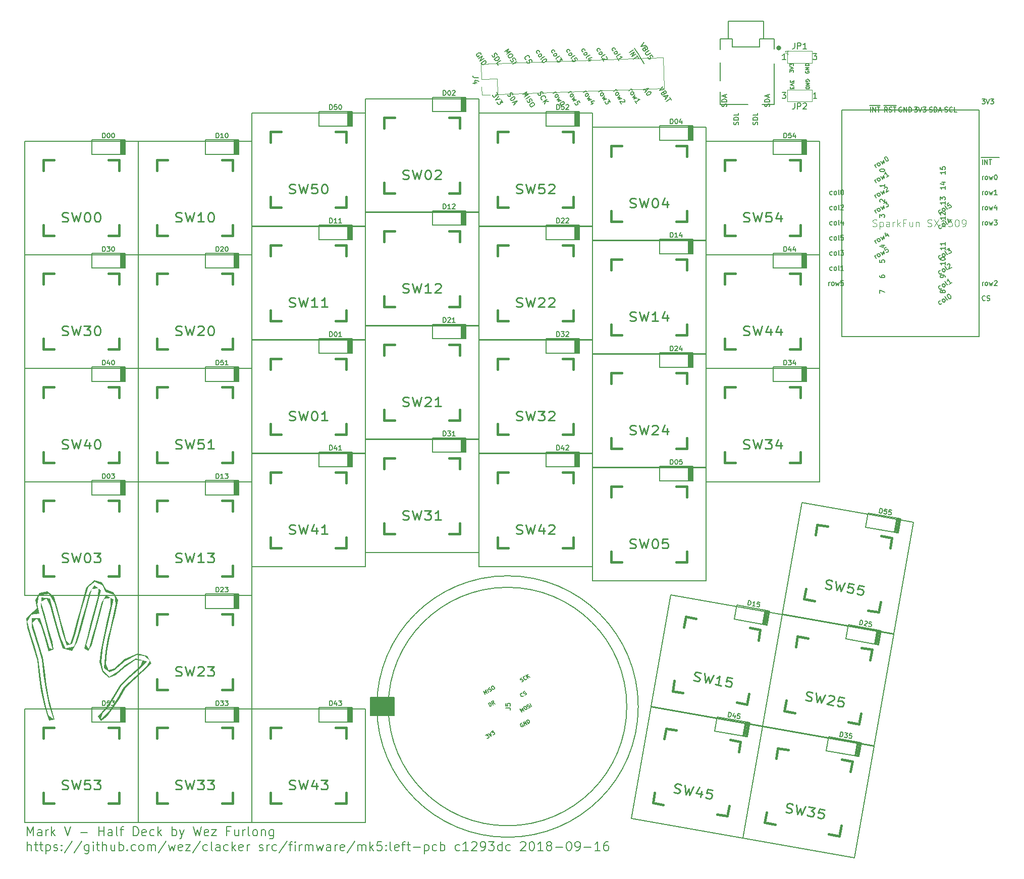
<source format=gto>
G04 #@! TF.GenerationSoftware,KiCad,Pcbnew,5.0.0-fee4fd1~66~ubuntu18.04.1*
G04 #@! TF.CreationDate,2018-09-16T18:32:03-07:00*
G04 #@! TF.ProjectId,halfdeck,68616C666465636B2E6B696361645F70,c1293dc*
G04 #@! TF.SameCoordinates,Original*
G04 #@! TF.FileFunction,Legend,Top*
G04 #@! TF.FilePolarity,Positive*
%FSLAX46Y46*%
G04 Gerber Fmt 4.6, Leading zero omitted, Abs format (unit mm)*
G04 Created by KiCad (PCBNEW 5.0.0-fee4fd1~66~ubuntu18.04.1) date Sun Sep 16 18:32:03 2018*
%MOMM*%
%LPD*%
G01*
G04 APERTURE LIST*
%ADD10C,0.150000*%
%ADD11C,0.127000*%
%ADD12C,0.400000*%
%ADD13C,0.120000*%
%ADD14C,0.381000*%
%ADD15C,0.200000*%
%ADD16C,0.100000*%
%ADD17C,0.050000*%
%ADD18C,0.101600*%
%ADD19C,0.254000*%
G04 APERTURE END LIST*
D10*
X33460357Y-158689428D02*
X33460357Y-157165428D01*
X33968357Y-158254000D01*
X34476357Y-157165428D01*
X34476357Y-158689428D01*
X35855214Y-158689428D02*
X35855214Y-157891142D01*
X35782642Y-157746000D01*
X35637500Y-157673428D01*
X35347214Y-157673428D01*
X35202071Y-157746000D01*
X35855214Y-158616857D02*
X35710071Y-158689428D01*
X35347214Y-158689428D01*
X35202071Y-158616857D01*
X35129500Y-158471714D01*
X35129500Y-158326571D01*
X35202071Y-158181428D01*
X35347214Y-158108857D01*
X35710071Y-158108857D01*
X35855214Y-158036285D01*
X36580928Y-158689428D02*
X36580928Y-157673428D01*
X36580928Y-157963714D02*
X36653500Y-157818571D01*
X36726071Y-157746000D01*
X36871214Y-157673428D01*
X37016357Y-157673428D01*
X37524357Y-158689428D02*
X37524357Y-157165428D01*
X37669500Y-158108857D02*
X38104928Y-158689428D01*
X38104928Y-157673428D02*
X37524357Y-158254000D01*
X39701500Y-157165428D02*
X40209500Y-158689428D01*
X40717500Y-157165428D01*
X42386642Y-158108857D02*
X43547785Y-158108857D01*
X45434642Y-158689428D02*
X45434642Y-157165428D01*
X45434642Y-157891142D02*
X46305500Y-157891142D01*
X46305500Y-158689428D02*
X46305500Y-157165428D01*
X47684357Y-158689428D02*
X47684357Y-157891142D01*
X47611785Y-157746000D01*
X47466642Y-157673428D01*
X47176357Y-157673428D01*
X47031214Y-157746000D01*
X47684357Y-158616857D02*
X47539214Y-158689428D01*
X47176357Y-158689428D01*
X47031214Y-158616857D01*
X46958642Y-158471714D01*
X46958642Y-158326571D01*
X47031214Y-158181428D01*
X47176357Y-158108857D01*
X47539214Y-158108857D01*
X47684357Y-158036285D01*
X48627785Y-158689428D02*
X48482642Y-158616857D01*
X48410071Y-158471714D01*
X48410071Y-157165428D01*
X48990642Y-157673428D02*
X49571214Y-157673428D01*
X49208357Y-158689428D02*
X49208357Y-157383142D01*
X49280928Y-157238000D01*
X49426071Y-157165428D01*
X49571214Y-157165428D01*
X51240357Y-158689428D02*
X51240357Y-157165428D01*
X51603214Y-157165428D01*
X51820928Y-157238000D01*
X51966071Y-157383142D01*
X52038642Y-157528285D01*
X52111214Y-157818571D01*
X52111214Y-158036285D01*
X52038642Y-158326571D01*
X51966071Y-158471714D01*
X51820928Y-158616857D01*
X51603214Y-158689428D01*
X51240357Y-158689428D01*
X53344928Y-158616857D02*
X53199785Y-158689428D01*
X52909500Y-158689428D01*
X52764357Y-158616857D01*
X52691785Y-158471714D01*
X52691785Y-157891142D01*
X52764357Y-157746000D01*
X52909500Y-157673428D01*
X53199785Y-157673428D01*
X53344928Y-157746000D01*
X53417500Y-157891142D01*
X53417500Y-158036285D01*
X52691785Y-158181428D01*
X54723785Y-158616857D02*
X54578642Y-158689428D01*
X54288357Y-158689428D01*
X54143214Y-158616857D01*
X54070642Y-158544285D01*
X53998071Y-158399142D01*
X53998071Y-157963714D01*
X54070642Y-157818571D01*
X54143214Y-157746000D01*
X54288357Y-157673428D01*
X54578642Y-157673428D01*
X54723785Y-157746000D01*
X55376928Y-158689428D02*
X55376928Y-157165428D01*
X55522071Y-158108857D02*
X55957500Y-158689428D01*
X55957500Y-157673428D02*
X55376928Y-158254000D01*
X57771785Y-158689428D02*
X57771785Y-157165428D01*
X57771785Y-157746000D02*
X57916928Y-157673428D01*
X58207214Y-157673428D01*
X58352357Y-157746000D01*
X58424928Y-157818571D01*
X58497500Y-157963714D01*
X58497500Y-158399142D01*
X58424928Y-158544285D01*
X58352357Y-158616857D01*
X58207214Y-158689428D01*
X57916928Y-158689428D01*
X57771785Y-158616857D01*
X59005500Y-157673428D02*
X59368357Y-158689428D01*
X59731214Y-157673428D02*
X59368357Y-158689428D01*
X59223214Y-159052285D01*
X59150642Y-159124857D01*
X59005500Y-159197428D01*
X61327785Y-157165428D02*
X61690642Y-158689428D01*
X61980928Y-157600857D01*
X62271214Y-158689428D01*
X62634071Y-157165428D01*
X63795214Y-158616857D02*
X63650071Y-158689428D01*
X63359785Y-158689428D01*
X63214642Y-158616857D01*
X63142071Y-158471714D01*
X63142071Y-157891142D01*
X63214642Y-157746000D01*
X63359785Y-157673428D01*
X63650071Y-157673428D01*
X63795214Y-157746000D01*
X63867785Y-157891142D01*
X63867785Y-158036285D01*
X63142071Y-158181428D01*
X64375785Y-157673428D02*
X65174071Y-157673428D01*
X64375785Y-158689428D01*
X65174071Y-158689428D01*
X67423785Y-157891142D02*
X66915785Y-157891142D01*
X66915785Y-158689428D02*
X66915785Y-157165428D01*
X67641500Y-157165428D01*
X68875214Y-157673428D02*
X68875214Y-158689428D01*
X68222071Y-157673428D02*
X68222071Y-158471714D01*
X68294642Y-158616857D01*
X68439785Y-158689428D01*
X68657500Y-158689428D01*
X68802642Y-158616857D01*
X68875214Y-158544285D01*
X69600928Y-158689428D02*
X69600928Y-157673428D01*
X69600928Y-157963714D02*
X69673500Y-157818571D01*
X69746071Y-157746000D01*
X69891214Y-157673428D01*
X70036357Y-157673428D01*
X70762071Y-158689428D02*
X70616928Y-158616857D01*
X70544357Y-158471714D01*
X70544357Y-157165428D01*
X71560357Y-158689428D02*
X71415214Y-158616857D01*
X71342642Y-158544285D01*
X71270071Y-158399142D01*
X71270071Y-157963714D01*
X71342642Y-157818571D01*
X71415214Y-157746000D01*
X71560357Y-157673428D01*
X71778071Y-157673428D01*
X71923214Y-157746000D01*
X71995785Y-157818571D01*
X72068357Y-157963714D01*
X72068357Y-158399142D01*
X71995785Y-158544285D01*
X71923214Y-158616857D01*
X71778071Y-158689428D01*
X71560357Y-158689428D01*
X72721500Y-157673428D02*
X72721500Y-158689428D01*
X72721500Y-157818571D02*
X72794071Y-157746000D01*
X72939214Y-157673428D01*
X73156928Y-157673428D01*
X73302071Y-157746000D01*
X73374642Y-157891142D01*
X73374642Y-158689428D01*
X74753500Y-157673428D02*
X74753500Y-158907142D01*
X74680928Y-159052285D01*
X74608357Y-159124857D01*
X74463214Y-159197428D01*
X74245500Y-159197428D01*
X74100357Y-159124857D01*
X74753500Y-158616857D02*
X74608357Y-158689428D01*
X74318071Y-158689428D01*
X74172928Y-158616857D01*
X74100357Y-158544285D01*
X74027785Y-158399142D01*
X74027785Y-157963714D01*
X74100357Y-157818571D01*
X74172928Y-157746000D01*
X74318071Y-157673428D01*
X74608357Y-157673428D01*
X74753500Y-157746000D01*
X33460357Y-161189428D02*
X33460357Y-159665428D01*
X34113500Y-161189428D02*
X34113500Y-160391142D01*
X34040928Y-160246000D01*
X33895785Y-160173428D01*
X33678071Y-160173428D01*
X33532928Y-160246000D01*
X33460357Y-160318571D01*
X34621500Y-160173428D02*
X35202071Y-160173428D01*
X34839214Y-159665428D02*
X34839214Y-160971714D01*
X34911785Y-161116857D01*
X35056928Y-161189428D01*
X35202071Y-161189428D01*
X35492357Y-160173428D02*
X36072928Y-160173428D01*
X35710071Y-159665428D02*
X35710071Y-160971714D01*
X35782642Y-161116857D01*
X35927785Y-161189428D01*
X36072928Y-161189428D01*
X36580928Y-160173428D02*
X36580928Y-161697428D01*
X36580928Y-160246000D02*
X36726071Y-160173428D01*
X37016357Y-160173428D01*
X37161500Y-160246000D01*
X37234071Y-160318571D01*
X37306642Y-160463714D01*
X37306642Y-160899142D01*
X37234071Y-161044285D01*
X37161500Y-161116857D01*
X37016357Y-161189428D01*
X36726071Y-161189428D01*
X36580928Y-161116857D01*
X37887214Y-161116857D02*
X38032357Y-161189428D01*
X38322642Y-161189428D01*
X38467785Y-161116857D01*
X38540357Y-160971714D01*
X38540357Y-160899142D01*
X38467785Y-160754000D01*
X38322642Y-160681428D01*
X38104928Y-160681428D01*
X37959785Y-160608857D01*
X37887214Y-160463714D01*
X37887214Y-160391142D01*
X37959785Y-160246000D01*
X38104928Y-160173428D01*
X38322642Y-160173428D01*
X38467785Y-160246000D01*
X39193500Y-161044285D02*
X39266071Y-161116857D01*
X39193500Y-161189428D01*
X39120928Y-161116857D01*
X39193500Y-161044285D01*
X39193500Y-161189428D01*
X39193500Y-160246000D02*
X39266071Y-160318571D01*
X39193500Y-160391142D01*
X39120928Y-160318571D01*
X39193500Y-160246000D01*
X39193500Y-160391142D01*
X41007785Y-159592857D02*
X39701500Y-161552285D01*
X42604357Y-159592857D02*
X41298071Y-161552285D01*
X43765500Y-160173428D02*
X43765500Y-161407142D01*
X43692928Y-161552285D01*
X43620357Y-161624857D01*
X43475214Y-161697428D01*
X43257500Y-161697428D01*
X43112357Y-161624857D01*
X43765500Y-161116857D02*
X43620357Y-161189428D01*
X43330071Y-161189428D01*
X43184928Y-161116857D01*
X43112357Y-161044285D01*
X43039785Y-160899142D01*
X43039785Y-160463714D01*
X43112357Y-160318571D01*
X43184928Y-160246000D01*
X43330071Y-160173428D01*
X43620357Y-160173428D01*
X43765500Y-160246000D01*
X44491214Y-161189428D02*
X44491214Y-160173428D01*
X44491214Y-159665428D02*
X44418642Y-159738000D01*
X44491214Y-159810571D01*
X44563785Y-159738000D01*
X44491214Y-159665428D01*
X44491214Y-159810571D01*
X44999214Y-160173428D02*
X45579785Y-160173428D01*
X45216928Y-159665428D02*
X45216928Y-160971714D01*
X45289500Y-161116857D01*
X45434642Y-161189428D01*
X45579785Y-161189428D01*
X46087785Y-161189428D02*
X46087785Y-159665428D01*
X46740928Y-161189428D02*
X46740928Y-160391142D01*
X46668357Y-160246000D01*
X46523214Y-160173428D01*
X46305500Y-160173428D01*
X46160357Y-160246000D01*
X46087785Y-160318571D01*
X48119785Y-160173428D02*
X48119785Y-161189428D01*
X47466642Y-160173428D02*
X47466642Y-160971714D01*
X47539214Y-161116857D01*
X47684357Y-161189428D01*
X47902071Y-161189428D01*
X48047214Y-161116857D01*
X48119785Y-161044285D01*
X48845500Y-161189428D02*
X48845500Y-159665428D01*
X48845500Y-160246000D02*
X48990642Y-160173428D01*
X49280928Y-160173428D01*
X49426071Y-160246000D01*
X49498642Y-160318571D01*
X49571214Y-160463714D01*
X49571214Y-160899142D01*
X49498642Y-161044285D01*
X49426071Y-161116857D01*
X49280928Y-161189428D01*
X48990642Y-161189428D01*
X48845500Y-161116857D01*
X50224357Y-161044285D02*
X50296928Y-161116857D01*
X50224357Y-161189428D01*
X50151785Y-161116857D01*
X50224357Y-161044285D01*
X50224357Y-161189428D01*
X51603214Y-161116857D02*
X51458071Y-161189428D01*
X51167785Y-161189428D01*
X51022642Y-161116857D01*
X50950071Y-161044285D01*
X50877500Y-160899142D01*
X50877500Y-160463714D01*
X50950071Y-160318571D01*
X51022642Y-160246000D01*
X51167785Y-160173428D01*
X51458071Y-160173428D01*
X51603214Y-160246000D01*
X52474071Y-161189428D02*
X52328928Y-161116857D01*
X52256357Y-161044285D01*
X52183785Y-160899142D01*
X52183785Y-160463714D01*
X52256357Y-160318571D01*
X52328928Y-160246000D01*
X52474071Y-160173428D01*
X52691785Y-160173428D01*
X52836928Y-160246000D01*
X52909500Y-160318571D01*
X52982071Y-160463714D01*
X52982071Y-160899142D01*
X52909500Y-161044285D01*
X52836928Y-161116857D01*
X52691785Y-161189428D01*
X52474071Y-161189428D01*
X53635214Y-161189428D02*
X53635214Y-160173428D01*
X53635214Y-160318571D02*
X53707785Y-160246000D01*
X53852928Y-160173428D01*
X54070642Y-160173428D01*
X54215785Y-160246000D01*
X54288357Y-160391142D01*
X54288357Y-161189428D01*
X54288357Y-160391142D02*
X54360928Y-160246000D01*
X54506071Y-160173428D01*
X54723785Y-160173428D01*
X54868928Y-160246000D01*
X54941500Y-160391142D01*
X54941500Y-161189428D01*
X56755785Y-159592857D02*
X55449500Y-161552285D01*
X57118642Y-160173428D02*
X57408928Y-161189428D01*
X57699214Y-160463714D01*
X57989500Y-161189428D01*
X58279785Y-160173428D01*
X59440928Y-161116857D02*
X59295785Y-161189428D01*
X59005500Y-161189428D01*
X58860357Y-161116857D01*
X58787785Y-160971714D01*
X58787785Y-160391142D01*
X58860357Y-160246000D01*
X59005500Y-160173428D01*
X59295785Y-160173428D01*
X59440928Y-160246000D01*
X59513500Y-160391142D01*
X59513500Y-160536285D01*
X58787785Y-160681428D01*
X60021500Y-160173428D02*
X60819785Y-160173428D01*
X60021500Y-161189428D01*
X60819785Y-161189428D01*
X62488928Y-159592857D02*
X61182642Y-161552285D01*
X63650071Y-161116857D02*
X63504928Y-161189428D01*
X63214642Y-161189428D01*
X63069500Y-161116857D01*
X62996928Y-161044285D01*
X62924357Y-160899142D01*
X62924357Y-160463714D01*
X62996928Y-160318571D01*
X63069500Y-160246000D01*
X63214642Y-160173428D01*
X63504928Y-160173428D01*
X63650071Y-160246000D01*
X64520928Y-161189428D02*
X64375785Y-161116857D01*
X64303214Y-160971714D01*
X64303214Y-159665428D01*
X65754642Y-161189428D02*
X65754642Y-160391142D01*
X65682071Y-160246000D01*
X65536928Y-160173428D01*
X65246642Y-160173428D01*
X65101499Y-160246000D01*
X65754642Y-161116857D02*
X65609499Y-161189428D01*
X65246642Y-161189428D01*
X65101499Y-161116857D01*
X65028928Y-160971714D01*
X65028928Y-160826571D01*
X65101499Y-160681428D01*
X65246642Y-160608857D01*
X65609499Y-160608857D01*
X65754642Y-160536285D01*
X67133500Y-161116857D02*
X66988357Y-161189428D01*
X66698071Y-161189428D01*
X66552928Y-161116857D01*
X66480357Y-161044285D01*
X66407785Y-160899142D01*
X66407785Y-160463714D01*
X66480357Y-160318571D01*
X66552928Y-160246000D01*
X66698071Y-160173428D01*
X66988357Y-160173428D01*
X67133500Y-160246000D01*
X67786642Y-161189428D02*
X67786642Y-159665428D01*
X67931785Y-160608857D02*
X68367214Y-161189428D01*
X68367214Y-160173428D02*
X67786642Y-160754000D01*
X69600928Y-161116857D02*
X69455785Y-161189428D01*
X69165500Y-161189428D01*
X69020357Y-161116857D01*
X68947785Y-160971714D01*
X68947785Y-160391142D01*
X69020357Y-160246000D01*
X69165500Y-160173428D01*
X69455785Y-160173428D01*
X69600928Y-160246000D01*
X69673500Y-160391142D01*
X69673500Y-160536285D01*
X68947785Y-160681428D01*
X70326642Y-161189428D02*
X70326642Y-160173428D01*
X70326642Y-160463714D02*
X70399214Y-160318571D01*
X70471785Y-160246000D01*
X70616928Y-160173428D01*
X70762071Y-160173428D01*
X72358642Y-161116857D02*
X72503785Y-161189428D01*
X72794071Y-161189428D01*
X72939214Y-161116857D01*
X73011785Y-160971714D01*
X73011785Y-160899142D01*
X72939214Y-160754000D01*
X72794071Y-160681428D01*
X72576357Y-160681428D01*
X72431214Y-160608857D01*
X72358642Y-160463714D01*
X72358642Y-160391142D01*
X72431214Y-160246000D01*
X72576357Y-160173428D01*
X72794071Y-160173428D01*
X72939214Y-160246000D01*
X73664928Y-161189428D02*
X73664928Y-160173428D01*
X73664928Y-160463714D02*
X73737500Y-160318571D01*
X73810071Y-160246000D01*
X73955214Y-160173428D01*
X74100357Y-160173428D01*
X75261500Y-161116857D02*
X75116357Y-161189428D01*
X74826071Y-161189428D01*
X74680928Y-161116857D01*
X74608357Y-161044285D01*
X74535785Y-160899142D01*
X74535785Y-160463714D01*
X74608357Y-160318571D01*
X74680928Y-160246000D01*
X74826071Y-160173428D01*
X75116357Y-160173428D01*
X75261500Y-160246000D01*
X77003214Y-159592857D02*
X75696928Y-161552285D01*
X77293500Y-160173428D02*
X77874071Y-160173428D01*
X77511214Y-161189428D02*
X77511214Y-159883142D01*
X77583785Y-159738000D01*
X77728928Y-159665428D01*
X77874071Y-159665428D01*
X78382071Y-161189428D02*
X78382071Y-160173428D01*
X78382071Y-159665428D02*
X78309500Y-159738000D01*
X78382071Y-159810571D01*
X78454642Y-159738000D01*
X78382071Y-159665428D01*
X78382071Y-159810571D01*
X79107785Y-161189428D02*
X79107785Y-160173428D01*
X79107785Y-160463714D02*
X79180357Y-160318571D01*
X79252928Y-160246000D01*
X79398071Y-160173428D01*
X79543214Y-160173428D01*
X80051214Y-161189428D02*
X80051214Y-160173428D01*
X80051214Y-160318571D02*
X80123785Y-160246000D01*
X80268928Y-160173428D01*
X80486642Y-160173428D01*
X80631785Y-160246000D01*
X80704357Y-160391142D01*
X80704357Y-161189428D01*
X80704357Y-160391142D02*
X80776928Y-160246000D01*
X80922071Y-160173428D01*
X81139785Y-160173428D01*
X81284928Y-160246000D01*
X81357500Y-160391142D01*
X81357500Y-161189428D01*
X81938071Y-160173428D02*
X82228357Y-161189428D01*
X82518642Y-160463714D01*
X82808928Y-161189428D01*
X83099214Y-160173428D01*
X84332928Y-161189428D02*
X84332928Y-160391142D01*
X84260357Y-160246000D01*
X84115214Y-160173428D01*
X83824928Y-160173428D01*
X83679785Y-160246000D01*
X84332928Y-161116857D02*
X84187785Y-161189428D01*
X83824928Y-161189428D01*
X83679785Y-161116857D01*
X83607214Y-160971714D01*
X83607214Y-160826571D01*
X83679785Y-160681428D01*
X83824928Y-160608857D01*
X84187785Y-160608857D01*
X84332928Y-160536285D01*
X85058642Y-161189428D02*
X85058642Y-160173428D01*
X85058642Y-160463714D02*
X85131214Y-160318571D01*
X85203785Y-160246000D01*
X85348928Y-160173428D01*
X85494071Y-160173428D01*
X86582642Y-161116857D02*
X86437500Y-161189428D01*
X86147214Y-161189428D01*
X86002071Y-161116857D01*
X85929500Y-160971714D01*
X85929500Y-160391142D01*
X86002071Y-160246000D01*
X86147214Y-160173428D01*
X86437500Y-160173428D01*
X86582642Y-160246000D01*
X86655214Y-160391142D01*
X86655214Y-160536285D01*
X85929500Y-160681428D01*
X88396928Y-159592857D02*
X87090642Y-161552285D01*
X88904928Y-161189428D02*
X88904928Y-160173428D01*
X88904928Y-160318571D02*
X88977500Y-160246000D01*
X89122642Y-160173428D01*
X89340357Y-160173428D01*
X89485500Y-160246000D01*
X89558071Y-160391142D01*
X89558071Y-161189428D01*
X89558071Y-160391142D02*
X89630642Y-160246000D01*
X89775785Y-160173428D01*
X89993500Y-160173428D01*
X90138642Y-160246000D01*
X90211214Y-160391142D01*
X90211214Y-161189428D01*
X90936928Y-161189428D02*
X90936928Y-159665428D01*
X91082071Y-160608857D02*
X91517500Y-161189428D01*
X91517500Y-160173428D02*
X90936928Y-160754000D01*
X92896357Y-159665428D02*
X92170642Y-159665428D01*
X92098071Y-160391142D01*
X92170642Y-160318571D01*
X92315785Y-160246000D01*
X92678642Y-160246000D01*
X92823785Y-160318571D01*
X92896357Y-160391142D01*
X92968928Y-160536285D01*
X92968928Y-160899142D01*
X92896357Y-161044285D01*
X92823785Y-161116857D01*
X92678642Y-161189428D01*
X92315785Y-161189428D01*
X92170642Y-161116857D01*
X92098071Y-161044285D01*
X93622071Y-161044285D02*
X93694642Y-161116857D01*
X93622071Y-161189428D01*
X93549500Y-161116857D01*
X93622071Y-161044285D01*
X93622071Y-161189428D01*
X93622071Y-160246000D02*
X93694642Y-160318571D01*
X93622071Y-160391142D01*
X93549500Y-160318571D01*
X93622071Y-160246000D01*
X93622071Y-160391142D01*
X94565500Y-161189428D02*
X94420357Y-161116857D01*
X94347785Y-160971714D01*
X94347785Y-159665428D01*
X95726642Y-161116857D02*
X95581500Y-161189428D01*
X95291214Y-161189428D01*
X95146071Y-161116857D01*
X95073500Y-160971714D01*
X95073500Y-160391142D01*
X95146071Y-160246000D01*
X95291214Y-160173428D01*
X95581500Y-160173428D01*
X95726642Y-160246000D01*
X95799214Y-160391142D01*
X95799214Y-160536285D01*
X95073500Y-160681428D01*
X96234642Y-160173428D02*
X96815214Y-160173428D01*
X96452357Y-161189428D02*
X96452357Y-159883142D01*
X96524928Y-159738000D01*
X96670071Y-159665428D01*
X96815214Y-159665428D01*
X97105500Y-160173428D02*
X97686071Y-160173428D01*
X97323214Y-159665428D02*
X97323214Y-160971714D01*
X97395785Y-161116857D01*
X97540928Y-161189428D01*
X97686071Y-161189428D01*
X98194071Y-160608857D02*
X99355214Y-160608857D01*
X100080928Y-160173428D02*
X100080928Y-161697428D01*
X100080928Y-160246000D02*
X100226071Y-160173428D01*
X100516357Y-160173428D01*
X100661500Y-160246000D01*
X100734071Y-160318571D01*
X100806642Y-160463714D01*
X100806642Y-160899142D01*
X100734071Y-161044285D01*
X100661500Y-161116857D01*
X100516357Y-161189428D01*
X100226071Y-161189428D01*
X100080928Y-161116857D01*
X102112928Y-161116857D02*
X101967785Y-161189428D01*
X101677500Y-161189428D01*
X101532357Y-161116857D01*
X101459785Y-161044285D01*
X101387214Y-160899142D01*
X101387214Y-160463714D01*
X101459785Y-160318571D01*
X101532357Y-160246000D01*
X101677500Y-160173428D01*
X101967785Y-160173428D01*
X102112928Y-160246000D01*
X102766071Y-161189428D02*
X102766071Y-159665428D01*
X102766071Y-160246000D02*
X102911214Y-160173428D01*
X103201500Y-160173428D01*
X103346642Y-160246000D01*
X103419214Y-160318571D01*
X103491785Y-160463714D01*
X103491785Y-160899142D01*
X103419214Y-161044285D01*
X103346642Y-161116857D01*
X103201500Y-161189428D01*
X102911214Y-161189428D01*
X102766071Y-161116857D01*
X105959214Y-161116857D02*
X105814071Y-161189428D01*
X105523785Y-161189428D01*
X105378642Y-161116857D01*
X105306071Y-161044285D01*
X105233500Y-160899142D01*
X105233500Y-160463714D01*
X105306071Y-160318571D01*
X105378642Y-160246000D01*
X105523785Y-160173428D01*
X105814071Y-160173428D01*
X105959214Y-160246000D01*
X107410642Y-161189428D02*
X106539785Y-161189428D01*
X106975214Y-161189428D02*
X106975214Y-159665428D01*
X106830071Y-159883142D01*
X106684928Y-160028285D01*
X106539785Y-160100857D01*
X107991214Y-159810571D02*
X108063785Y-159738000D01*
X108208928Y-159665428D01*
X108571785Y-159665428D01*
X108716928Y-159738000D01*
X108789500Y-159810571D01*
X108862071Y-159955714D01*
X108862071Y-160100857D01*
X108789500Y-160318571D01*
X107918642Y-161189428D01*
X108862071Y-161189428D01*
X109587785Y-161189428D02*
X109878071Y-161189428D01*
X110023214Y-161116857D01*
X110095785Y-161044285D01*
X110240928Y-160826571D01*
X110313499Y-160536285D01*
X110313499Y-159955714D01*
X110240928Y-159810571D01*
X110168357Y-159738000D01*
X110023214Y-159665428D01*
X109732928Y-159665428D01*
X109587785Y-159738000D01*
X109515214Y-159810571D01*
X109442642Y-159955714D01*
X109442642Y-160318571D01*
X109515214Y-160463714D01*
X109587785Y-160536285D01*
X109732928Y-160608857D01*
X110023214Y-160608857D01*
X110168357Y-160536285D01*
X110240928Y-160463714D01*
X110313499Y-160318571D01*
X110821499Y-159665428D02*
X111764928Y-159665428D01*
X111256928Y-160246000D01*
X111474642Y-160246000D01*
X111619785Y-160318571D01*
X111692357Y-160391142D01*
X111764928Y-160536285D01*
X111764928Y-160899142D01*
X111692357Y-161044285D01*
X111619785Y-161116857D01*
X111474642Y-161189428D01*
X111039214Y-161189428D01*
X110894071Y-161116857D01*
X110821499Y-161044285D01*
X113071214Y-161189428D02*
X113071214Y-159665428D01*
X113071214Y-161116857D02*
X112926071Y-161189428D01*
X112635785Y-161189428D01*
X112490642Y-161116857D01*
X112418071Y-161044285D01*
X112345499Y-160899142D01*
X112345499Y-160463714D01*
X112418071Y-160318571D01*
X112490642Y-160246000D01*
X112635785Y-160173428D01*
X112926071Y-160173428D01*
X113071214Y-160246000D01*
X114450071Y-161116857D02*
X114304928Y-161189428D01*
X114014642Y-161189428D01*
X113869499Y-161116857D01*
X113796928Y-161044285D01*
X113724357Y-160899142D01*
X113724357Y-160463714D01*
X113796928Y-160318571D01*
X113869499Y-160246000D01*
X114014642Y-160173428D01*
X114304928Y-160173428D01*
X114450071Y-160246000D01*
X116191785Y-159810571D02*
X116264357Y-159738000D01*
X116409499Y-159665428D01*
X116772357Y-159665428D01*
X116917499Y-159738000D01*
X116990071Y-159810571D01*
X117062642Y-159955714D01*
X117062642Y-160100857D01*
X116990071Y-160318571D01*
X116119214Y-161189428D01*
X117062642Y-161189428D01*
X118006071Y-159665428D02*
X118151214Y-159665428D01*
X118296357Y-159738000D01*
X118368928Y-159810571D01*
X118441499Y-159955714D01*
X118514071Y-160246000D01*
X118514071Y-160608857D01*
X118441499Y-160899142D01*
X118368928Y-161044285D01*
X118296357Y-161116857D01*
X118151214Y-161189428D01*
X118006071Y-161189428D01*
X117860928Y-161116857D01*
X117788357Y-161044285D01*
X117715785Y-160899142D01*
X117643214Y-160608857D01*
X117643214Y-160246000D01*
X117715785Y-159955714D01*
X117788357Y-159810571D01*
X117860928Y-159738000D01*
X118006071Y-159665428D01*
X119965499Y-161189428D02*
X119094642Y-161189428D01*
X119530071Y-161189428D02*
X119530071Y-159665428D01*
X119384928Y-159883142D01*
X119239785Y-160028285D01*
X119094642Y-160100857D01*
X120836357Y-160318571D02*
X120691214Y-160246000D01*
X120618642Y-160173428D01*
X120546071Y-160028285D01*
X120546071Y-159955714D01*
X120618642Y-159810571D01*
X120691214Y-159738000D01*
X120836357Y-159665428D01*
X121126642Y-159665428D01*
X121271785Y-159738000D01*
X121344357Y-159810571D01*
X121416928Y-159955714D01*
X121416928Y-160028285D01*
X121344357Y-160173428D01*
X121271785Y-160246000D01*
X121126642Y-160318571D01*
X120836357Y-160318571D01*
X120691214Y-160391142D01*
X120618642Y-160463714D01*
X120546071Y-160608857D01*
X120546071Y-160899142D01*
X120618642Y-161044285D01*
X120691214Y-161116857D01*
X120836357Y-161189428D01*
X121126642Y-161189428D01*
X121271785Y-161116857D01*
X121344357Y-161044285D01*
X121416928Y-160899142D01*
X121416928Y-160608857D01*
X121344357Y-160463714D01*
X121271785Y-160391142D01*
X121126642Y-160318571D01*
X122070071Y-160608857D02*
X123231214Y-160608857D01*
X124247214Y-159665428D02*
X124392357Y-159665428D01*
X124537499Y-159738000D01*
X124610071Y-159810571D01*
X124682642Y-159955714D01*
X124755214Y-160246000D01*
X124755214Y-160608857D01*
X124682642Y-160899142D01*
X124610071Y-161044285D01*
X124537499Y-161116857D01*
X124392357Y-161189428D01*
X124247214Y-161189428D01*
X124102071Y-161116857D01*
X124029499Y-161044285D01*
X123956928Y-160899142D01*
X123884357Y-160608857D01*
X123884357Y-160246000D01*
X123956928Y-159955714D01*
X124029499Y-159810571D01*
X124102071Y-159738000D01*
X124247214Y-159665428D01*
X125480928Y-161189428D02*
X125771214Y-161189428D01*
X125916357Y-161116857D01*
X125988928Y-161044285D01*
X126134071Y-160826571D01*
X126206642Y-160536285D01*
X126206642Y-159955714D01*
X126134071Y-159810571D01*
X126061499Y-159738000D01*
X125916357Y-159665428D01*
X125626071Y-159665428D01*
X125480928Y-159738000D01*
X125408357Y-159810571D01*
X125335785Y-159955714D01*
X125335785Y-160318571D01*
X125408357Y-160463714D01*
X125480928Y-160536285D01*
X125626071Y-160608857D01*
X125916357Y-160608857D01*
X126061499Y-160536285D01*
X126134071Y-160463714D01*
X126206642Y-160318571D01*
X126859785Y-160608857D02*
X128020928Y-160608857D01*
X129544928Y-161189428D02*
X128674071Y-161189428D01*
X129109499Y-161189428D02*
X129109499Y-159665428D01*
X128964357Y-159883142D01*
X128819214Y-160028285D01*
X128674071Y-160100857D01*
X130851214Y-159665428D02*
X130560928Y-159665428D01*
X130415785Y-159738000D01*
X130343214Y-159810571D01*
X130198071Y-160028285D01*
X130125499Y-160318571D01*
X130125499Y-160899142D01*
X130198071Y-161044285D01*
X130270642Y-161116857D01*
X130415785Y-161189428D01*
X130706071Y-161189428D01*
X130851214Y-161116857D01*
X130923785Y-161044285D01*
X130996357Y-160899142D01*
X130996357Y-160536285D01*
X130923785Y-160391142D01*
X130851214Y-160318571D01*
X130706071Y-160246000D01*
X130415785Y-160246000D01*
X130270642Y-160318571D01*
X130198071Y-160391142D01*
X130125499Y-160536285D01*
G04 #@! TO.C,J5*
X135930000Y-137000000D02*
G75*
G03X135930000Y-137000000I-21930000J0D01*
G01*
X134000000Y-137000000D02*
G75*
G03X134000000Y-137000000I-20000000J0D01*
G01*
G36*
X91000000Y-135450000D02*
X95000000Y-135450000D01*
X95000000Y-138550000D01*
X91000000Y-138550000D01*
X91000000Y-135450000D01*
G37*
X91000000Y-135450000D02*
X95000000Y-135450000D01*
X95000000Y-138550000D01*
X91000000Y-138550000D01*
X91000000Y-135450000D01*
D11*
G04 #@! TO.C,J1*
X149700000Y-32000000D02*
X149700000Y-28950000D01*
X149700000Y-36000000D02*
X149700000Y-33900000D01*
X154350000Y-36000000D02*
X149700000Y-36000000D01*
X158700000Y-36000000D02*
X156700000Y-36000000D01*
X158700000Y-29100000D02*
X158700000Y-36000000D01*
X157000000Y-22000000D02*
X157000000Y-25000000D01*
X151000000Y-22000000D02*
X157000000Y-22000000D01*
X151000000Y-25000000D02*
X151000000Y-22000000D01*
X149700000Y-25000000D02*
X149700000Y-26750000D01*
X151000000Y-25000000D02*
X149700000Y-25000000D01*
X151750000Y-25000000D02*
X151000000Y-25000000D01*
X151750000Y-26300000D02*
X151750000Y-25000000D01*
X156250000Y-26300000D02*
X151750000Y-26300000D01*
X156250000Y-25000000D02*
X156250000Y-26300000D01*
X157000000Y-25000000D02*
X156250000Y-25000000D01*
X158700000Y-25000000D02*
X157000000Y-25000000D01*
X158700000Y-26700000D02*
X158700000Y-25000000D01*
D12*
X159700000Y-26500000D02*
G75*
G03X159700000Y-26500000I-200000J0D01*
G01*
D13*
G04 #@! TO.C,J4*
X140298586Y-33307682D02*
X140117108Y-28110849D01*
X112315643Y-34284867D02*
X140298586Y-33307682D01*
X109535749Y-29178774D02*
X140117108Y-28110849D01*
X112315643Y-34284867D02*
X112224904Y-31686451D01*
X112224904Y-31686451D02*
X109626488Y-31777190D01*
X109626488Y-31777190D02*
X109535749Y-29178774D01*
X111046416Y-34329190D02*
X109717227Y-34375606D01*
X109717227Y-34375606D02*
X109670810Y-33046416D01*
G04 #@! TO.C,JP1*
X160950000Y-29000000D02*
X160950000Y-27000000D01*
X165050000Y-29000000D02*
X160950000Y-29000000D01*
X165050000Y-27000000D02*
X165050000Y-29000000D01*
X160950000Y-27000000D02*
X165050000Y-27000000D01*
G04 #@! TO.C,JP2*
X165050000Y-33500000D02*
X165050000Y-35500000D01*
X160950000Y-33500000D02*
X165050000Y-33500000D01*
X160950000Y-35500000D02*
X160950000Y-33500000D01*
X165050000Y-35500000D02*
X160950000Y-35500000D01*
D11*
G04 #@! TO.C,U2*
X170080000Y-36930000D02*
X170080000Y-74930000D01*
X170080000Y-36930000D02*
X193080000Y-36930000D01*
X193080000Y-36930000D02*
X193080000Y-74930000D01*
X193080000Y-74930000D02*
X170080000Y-74930000D01*
D10*
G04 #@! TO.C,SW00*
X33025000Y-42168800D02*
X33025000Y-61168800D01*
X33025000Y-61168800D02*
X52025000Y-61168800D01*
X52025000Y-61168800D02*
X52025000Y-42168800D01*
X52025000Y-42168800D02*
X33025000Y-42168800D01*
D14*
X36175000Y-45318800D02*
X37953000Y-45318800D01*
X47097000Y-45318800D02*
X48875000Y-45318800D01*
X48875000Y-45318800D02*
X48875000Y-47096800D01*
X48875000Y-56240800D02*
X48875000Y-58018800D01*
X48875000Y-58018800D02*
X47097000Y-58018800D01*
X37953000Y-58018800D02*
X36175000Y-58018800D01*
X36175000Y-58018800D02*
X36175000Y-56240800D01*
X36175000Y-47096800D02*
X36175000Y-45318800D01*
D15*
G04 #@! TO.C,D00*
X44250000Y-41943800D02*
X49850000Y-41943800D01*
X44250000Y-44343800D02*
X44250000Y-41943800D01*
X49850000Y-44343800D02*
X44250000Y-44343800D01*
X49850000Y-44343800D02*
X49850000Y-41943800D01*
X49675000Y-44343800D02*
X49675000Y-41943800D01*
X49500000Y-44343800D02*
X49500000Y-41943800D01*
X49325000Y-44343800D02*
X49325000Y-41943800D01*
X49225000Y-44343800D02*
X49225000Y-41943800D01*
X49125000Y-44343800D02*
X49125000Y-41943800D01*
D10*
G04 #@! TO.C,SW01*
X71125000Y-75506200D02*
X71125000Y-94506200D01*
X71125000Y-94506200D02*
X90125000Y-94506200D01*
X90125000Y-94506200D02*
X90125000Y-75506200D01*
X90125000Y-75506200D02*
X71125000Y-75506200D01*
D14*
X74275000Y-78656200D02*
X76053000Y-78656200D01*
X85197000Y-78656200D02*
X86975000Y-78656200D01*
X86975000Y-78656200D02*
X86975000Y-80434200D01*
X86975000Y-89578200D02*
X86975000Y-91356200D01*
X86975000Y-91356200D02*
X85197000Y-91356200D01*
X76053000Y-91356200D02*
X74275000Y-91356200D01*
X74275000Y-91356200D02*
X74275000Y-89578200D01*
X74275000Y-80434200D02*
X74275000Y-78656200D01*
D15*
G04 #@! TO.C,D01*
X82350000Y-75281200D02*
X87950000Y-75281200D01*
X82350000Y-77681200D02*
X82350000Y-75281200D01*
X87950000Y-77681200D02*
X82350000Y-77681200D01*
X87950000Y-77681200D02*
X87950000Y-75281200D01*
X87775000Y-77681200D02*
X87775000Y-75281200D01*
X87600000Y-77681200D02*
X87600000Y-75281200D01*
X87425000Y-77681200D02*
X87425000Y-75281200D01*
X87325000Y-77681200D02*
X87325000Y-75281200D01*
X87225000Y-77681200D02*
X87225000Y-75281200D01*
D10*
G04 #@! TO.C,SW02*
X90175000Y-35025000D02*
X90175000Y-54025000D01*
X90175000Y-54025000D02*
X109175000Y-54025000D01*
X109175000Y-54025000D02*
X109175000Y-35025000D01*
X109175000Y-35025000D02*
X90175000Y-35025000D01*
D14*
X93325000Y-38175000D02*
X95103000Y-38175000D01*
X104247000Y-38175000D02*
X106025000Y-38175000D01*
X106025000Y-38175000D02*
X106025000Y-39953000D01*
X106025000Y-49097000D02*
X106025000Y-50875000D01*
X106025000Y-50875000D02*
X104247000Y-50875000D01*
X95103000Y-50875000D02*
X93325000Y-50875000D01*
X93325000Y-50875000D02*
X93325000Y-49097000D01*
X93325000Y-39953000D02*
X93325000Y-38175000D01*
D15*
G04 #@! TO.C,D02*
X101400000Y-34800000D02*
X107000000Y-34800000D01*
X101400000Y-37200000D02*
X101400000Y-34800000D01*
X107000000Y-37200000D02*
X101400000Y-37200000D01*
X107000000Y-37200000D02*
X107000000Y-34800000D01*
X106825000Y-37200000D02*
X106825000Y-34800000D01*
X106650000Y-37200000D02*
X106650000Y-34800000D01*
X106475000Y-37200000D02*
X106475000Y-34800000D01*
X106375000Y-37200000D02*
X106375000Y-34800000D01*
X106275000Y-37200000D02*
X106275000Y-34800000D01*
D10*
G04 #@! TO.C,SW03*
X33025000Y-99319000D02*
X33025000Y-118319000D01*
X33025000Y-118319000D02*
X52025000Y-118319000D01*
X52025000Y-118319000D02*
X52025000Y-99319000D01*
X52025000Y-99319000D02*
X33025000Y-99319000D01*
D14*
X36175000Y-102469000D02*
X37953000Y-102469000D01*
X47097000Y-102469000D02*
X48875000Y-102469000D01*
X48875000Y-102469000D02*
X48875000Y-104247000D01*
X48875000Y-113391000D02*
X48875000Y-115169000D01*
X48875000Y-115169000D02*
X47097000Y-115169000D01*
X37953000Y-115169000D02*
X36175000Y-115169000D01*
X36175000Y-115169000D02*
X36175000Y-113391000D01*
X36175000Y-104247000D02*
X36175000Y-102469000D01*
D15*
G04 #@! TO.C,D03*
X44250000Y-99094000D02*
X49850000Y-99094000D01*
X44250000Y-101494000D02*
X44250000Y-99094000D01*
X49850000Y-101494000D02*
X44250000Y-101494000D01*
X49850000Y-101494000D02*
X49850000Y-99094000D01*
X49675000Y-101494000D02*
X49675000Y-99094000D01*
X49500000Y-101494000D02*
X49500000Y-99094000D01*
X49325000Y-101494000D02*
X49325000Y-99094000D01*
X49225000Y-101494000D02*
X49225000Y-99094000D01*
X49125000Y-101494000D02*
X49125000Y-99094000D01*
D10*
G04 #@! TO.C,SW04*
X128275000Y-39787500D02*
X128275000Y-58787500D01*
X128275000Y-58787500D02*
X147275000Y-58787500D01*
X147275000Y-58787500D02*
X147275000Y-39787500D01*
X147275000Y-39787500D02*
X128275000Y-39787500D01*
D14*
X131425000Y-42937500D02*
X133203000Y-42937500D01*
X142347000Y-42937500D02*
X144125000Y-42937500D01*
X144125000Y-42937500D02*
X144125000Y-44715500D01*
X144125000Y-53859500D02*
X144125000Y-55637500D01*
X144125000Y-55637500D02*
X142347000Y-55637500D01*
X133203000Y-55637500D02*
X131425000Y-55637500D01*
X131425000Y-55637500D02*
X131425000Y-53859500D01*
X131425000Y-44715500D02*
X131425000Y-42937500D01*
D15*
G04 #@! TO.C,D04*
X139500000Y-39562500D02*
X145100000Y-39562500D01*
X139500000Y-41962500D02*
X139500000Y-39562500D01*
X145100000Y-41962500D02*
X139500000Y-41962500D01*
X145100000Y-41962500D02*
X145100000Y-39562500D01*
X144925000Y-41962500D02*
X144925000Y-39562500D01*
X144750000Y-41962500D02*
X144750000Y-39562500D01*
X144575000Y-41962500D02*
X144575000Y-39562500D01*
X144475000Y-41962500D02*
X144475000Y-39562500D01*
X144375000Y-41962500D02*
X144375000Y-39562500D01*
D10*
G04 #@! TO.C,SW05*
X128275000Y-96938000D02*
X128275000Y-115938000D01*
X128275000Y-115938000D02*
X147275000Y-115938000D01*
X147275000Y-115938000D02*
X147275000Y-96938000D01*
X147275000Y-96938000D02*
X128275000Y-96938000D01*
D14*
X131425000Y-100088000D02*
X133203000Y-100088000D01*
X142347000Y-100088000D02*
X144125000Y-100088000D01*
X144125000Y-100088000D02*
X144125000Y-101866000D01*
X144125000Y-111010000D02*
X144125000Y-112788000D01*
X144125000Y-112788000D02*
X142347000Y-112788000D01*
X133203000Y-112788000D02*
X131425000Y-112788000D01*
X131425000Y-112788000D02*
X131425000Y-111010000D01*
X131425000Y-101866000D02*
X131425000Y-100088000D01*
D15*
G04 #@! TO.C,D05*
X139500000Y-96712500D02*
X145100000Y-96712500D01*
X139500000Y-99112500D02*
X139500000Y-96712500D01*
X145100000Y-99112500D02*
X139500000Y-99112500D01*
X145100000Y-99112500D02*
X145100000Y-96712500D01*
X144925000Y-99112500D02*
X144925000Y-96712500D01*
X144750000Y-99112500D02*
X144750000Y-96712500D01*
X144575000Y-99112500D02*
X144575000Y-96712500D01*
X144475000Y-99112500D02*
X144475000Y-96712500D01*
X144375000Y-99112500D02*
X144375000Y-96712500D01*
D10*
G04 #@! TO.C,SW10*
X52075000Y-42168800D02*
X52075000Y-61168800D01*
X52075000Y-61168800D02*
X71075000Y-61168800D01*
X71075000Y-61168800D02*
X71075000Y-42168800D01*
X71075000Y-42168800D02*
X52075000Y-42168800D01*
D14*
X55225000Y-45318800D02*
X57003000Y-45318800D01*
X66147000Y-45318800D02*
X67925000Y-45318800D01*
X67925000Y-45318800D02*
X67925000Y-47096800D01*
X67925000Y-56240800D02*
X67925000Y-58018800D01*
X67925000Y-58018800D02*
X66147000Y-58018800D01*
X57003000Y-58018800D02*
X55225000Y-58018800D01*
X55225000Y-58018800D02*
X55225000Y-56240800D01*
X55225000Y-47096800D02*
X55225000Y-45318800D01*
D15*
G04 #@! TO.C,D10*
X63300000Y-41943800D02*
X68900000Y-41943800D01*
X63300000Y-44343800D02*
X63300000Y-41943800D01*
X68900000Y-44343800D02*
X63300000Y-44343800D01*
X68900000Y-44343800D02*
X68900000Y-41943800D01*
X68725000Y-44343800D02*
X68725000Y-41943800D01*
X68550000Y-44343800D02*
X68550000Y-41943800D01*
X68375000Y-44343800D02*
X68375000Y-41943800D01*
X68275000Y-44343800D02*
X68275000Y-41943800D01*
X68175000Y-44343800D02*
X68175000Y-41943800D01*
D10*
G04 #@! TO.C,SW11*
X71125000Y-56456200D02*
X71125000Y-75456200D01*
X71125000Y-75456200D02*
X90125000Y-75456200D01*
X90125000Y-75456200D02*
X90125000Y-56456200D01*
X90125000Y-56456200D02*
X71125000Y-56456200D01*
D14*
X74275000Y-59606200D02*
X76053000Y-59606200D01*
X85197000Y-59606200D02*
X86975000Y-59606200D01*
X86975000Y-59606200D02*
X86975000Y-61384200D01*
X86975000Y-70528200D02*
X86975000Y-72306200D01*
X86975000Y-72306200D02*
X85197000Y-72306200D01*
X76053000Y-72306200D02*
X74275000Y-72306200D01*
X74275000Y-72306200D02*
X74275000Y-70528200D01*
X74275000Y-61384200D02*
X74275000Y-59606200D01*
D15*
G04 #@! TO.C,D11*
X82350000Y-56231200D02*
X87950000Y-56231200D01*
X82350000Y-58631200D02*
X82350000Y-56231200D01*
X87950000Y-58631200D02*
X82350000Y-58631200D01*
X87950000Y-58631200D02*
X87950000Y-56231200D01*
X87775000Y-58631200D02*
X87775000Y-56231200D01*
X87600000Y-58631200D02*
X87600000Y-56231200D01*
X87425000Y-58631200D02*
X87425000Y-56231200D01*
X87325000Y-58631200D02*
X87325000Y-56231200D01*
X87225000Y-58631200D02*
X87225000Y-56231200D01*
D10*
G04 #@! TO.C,SW12*
X90175000Y-54075000D02*
X90175000Y-73075000D01*
X90175000Y-73075000D02*
X109175000Y-73075000D01*
X109175000Y-73075000D02*
X109175000Y-54075000D01*
X109175000Y-54075000D02*
X90175000Y-54075000D01*
D14*
X93325000Y-57225000D02*
X95103000Y-57225000D01*
X104247000Y-57225000D02*
X106025000Y-57225000D01*
X106025000Y-57225000D02*
X106025000Y-59003000D01*
X106025000Y-68147000D02*
X106025000Y-69925000D01*
X106025000Y-69925000D02*
X104247000Y-69925000D01*
X95103000Y-69925000D02*
X93325000Y-69925000D01*
X93325000Y-69925000D02*
X93325000Y-68147000D01*
X93325000Y-59003000D02*
X93325000Y-57225000D01*
D15*
G04 #@! TO.C,D12*
X101400000Y-53850000D02*
X107000000Y-53850000D01*
X101400000Y-56250000D02*
X101400000Y-53850000D01*
X107000000Y-56250000D02*
X101400000Y-56250000D01*
X107000000Y-56250000D02*
X107000000Y-53850000D01*
X106825000Y-56250000D02*
X106825000Y-53850000D01*
X106650000Y-56250000D02*
X106650000Y-53850000D01*
X106475000Y-56250000D02*
X106475000Y-53850000D01*
X106375000Y-56250000D02*
X106375000Y-53850000D01*
X106275000Y-56250000D02*
X106275000Y-53850000D01*
D10*
G04 #@! TO.C,SW13*
X52075000Y-99319000D02*
X52075000Y-118319000D01*
X52075000Y-118319000D02*
X71075000Y-118319000D01*
X71075000Y-118319000D02*
X71075000Y-99319000D01*
X71075000Y-99319000D02*
X52075000Y-99319000D01*
D14*
X55225000Y-102469000D02*
X57003000Y-102469000D01*
X66147000Y-102469000D02*
X67925000Y-102469000D01*
X67925000Y-102469000D02*
X67925000Y-104247000D01*
X67925000Y-113391000D02*
X67925000Y-115169000D01*
X67925000Y-115169000D02*
X66147000Y-115169000D01*
X57003000Y-115169000D02*
X55225000Y-115169000D01*
X55225000Y-115169000D02*
X55225000Y-113391000D01*
X55225000Y-104247000D02*
X55225000Y-102469000D01*
D15*
G04 #@! TO.C,D13*
X63300000Y-99094000D02*
X68900000Y-99094000D01*
X63300000Y-101494000D02*
X63300000Y-99094000D01*
X68900000Y-101494000D02*
X63300000Y-101494000D01*
X68900000Y-101494000D02*
X68900000Y-99094000D01*
X68725000Y-101494000D02*
X68725000Y-99094000D01*
X68550000Y-101494000D02*
X68550000Y-99094000D01*
X68375000Y-101494000D02*
X68375000Y-99094000D01*
X68275000Y-101494000D02*
X68275000Y-99094000D01*
X68175000Y-101494000D02*
X68175000Y-99094000D01*
D10*
G04 #@! TO.C,SW14*
X128275000Y-58837500D02*
X128275000Y-77837500D01*
X128275000Y-77837500D02*
X147275000Y-77837500D01*
X147275000Y-77837500D02*
X147275000Y-58837500D01*
X147275000Y-58837500D02*
X128275000Y-58837500D01*
D14*
X131425000Y-61987500D02*
X133203000Y-61987500D01*
X142347000Y-61987500D02*
X144125000Y-61987500D01*
X144125000Y-61987500D02*
X144125000Y-63765500D01*
X144125000Y-72909500D02*
X144125000Y-74687500D01*
X144125000Y-74687500D02*
X142347000Y-74687500D01*
X133203000Y-74687500D02*
X131425000Y-74687500D01*
X131425000Y-74687500D02*
X131425000Y-72909500D01*
X131425000Y-63765500D02*
X131425000Y-61987500D01*
D15*
G04 #@! TO.C,D14*
X139500000Y-58612500D02*
X145100000Y-58612500D01*
X139500000Y-61012500D02*
X139500000Y-58612500D01*
X145100000Y-61012500D02*
X139500000Y-61012500D01*
X145100000Y-61012500D02*
X145100000Y-58612500D01*
X144925000Y-61012500D02*
X144925000Y-58612500D01*
X144750000Y-61012500D02*
X144750000Y-58612500D01*
X144575000Y-61012500D02*
X144575000Y-58612500D01*
X144475000Y-61012500D02*
X144475000Y-58612500D01*
X144375000Y-61012500D02*
X144375000Y-58612500D01*
D10*
G04 #@! TO.C,SW15*
X141345984Y-118272669D02*
X138046669Y-136984016D01*
X138046669Y-136984016D02*
X156758016Y-140283331D01*
X156758016Y-140283331D02*
X160057331Y-121571984D01*
X160057331Y-121571984D02*
X141345984Y-118272669D01*
D14*
X143901137Y-121921805D02*
X145652125Y-122230551D01*
X154657207Y-123818390D02*
X156408195Y-124127137D01*
X156408195Y-124127137D02*
X156099449Y-125878125D01*
X154511610Y-134883207D02*
X154202863Y-136634195D01*
X154202863Y-136634195D02*
X152451875Y-136325449D01*
X143446793Y-134737610D02*
X141695805Y-134428863D01*
X141695805Y-134428863D02*
X142004551Y-132677875D01*
X143592390Y-123672793D02*
X143901137Y-121921805D01*
D15*
G04 #@! TO.C,D15*
X152439916Y-120001016D02*
X157954840Y-120973446D01*
X152023160Y-122364554D02*
X152439916Y-120001016D01*
X157538084Y-123336984D02*
X152023160Y-122364554D01*
X157538084Y-123336984D02*
X157954840Y-120973446D01*
X157365743Y-123306596D02*
X157782498Y-120943057D01*
X157193401Y-123276207D02*
X157610157Y-120912669D01*
X157021060Y-123245819D02*
X157437815Y-120882280D01*
X156922579Y-123228454D02*
X157339335Y-120864915D01*
X156824098Y-123211089D02*
X157240854Y-120847551D01*
D10*
G04 #@! TO.C,SW20*
X52075000Y-61218800D02*
X52075000Y-80218800D01*
X52075000Y-80218800D02*
X71075000Y-80218800D01*
X71075000Y-80218800D02*
X71075000Y-61218800D01*
X71075000Y-61218800D02*
X52075000Y-61218800D01*
D14*
X55225000Y-64368800D02*
X57003000Y-64368800D01*
X66147000Y-64368800D02*
X67925000Y-64368800D01*
X67925000Y-64368800D02*
X67925000Y-66146800D01*
X67925000Y-75290800D02*
X67925000Y-77068800D01*
X67925000Y-77068800D02*
X66147000Y-77068800D01*
X57003000Y-77068800D02*
X55225000Y-77068800D01*
X55225000Y-77068800D02*
X55225000Y-75290800D01*
X55225000Y-66146800D02*
X55225000Y-64368800D01*
D15*
G04 #@! TO.C,D20*
X63300000Y-60993800D02*
X68900000Y-60993800D01*
X63300000Y-63393800D02*
X63300000Y-60993800D01*
X68900000Y-63393800D02*
X63300000Y-63393800D01*
X68900000Y-63393800D02*
X68900000Y-60993800D01*
X68725000Y-63393800D02*
X68725000Y-60993800D01*
X68550000Y-63393800D02*
X68550000Y-60993800D01*
X68375000Y-63393800D02*
X68375000Y-60993800D01*
X68275000Y-63393800D02*
X68275000Y-60993800D01*
X68175000Y-63393800D02*
X68175000Y-60993800D01*
D10*
G04 #@! TO.C,SW21*
X90175000Y-73125000D02*
X90175000Y-92125000D01*
X90175000Y-92125000D02*
X109175000Y-92125000D01*
X109175000Y-92125000D02*
X109175000Y-73125000D01*
X109175000Y-73125000D02*
X90175000Y-73125000D01*
D14*
X93325000Y-76275000D02*
X95103000Y-76275000D01*
X104247000Y-76275000D02*
X106025000Y-76275000D01*
X106025000Y-76275000D02*
X106025000Y-78053000D01*
X106025000Y-87197000D02*
X106025000Y-88975000D01*
X106025000Y-88975000D02*
X104247000Y-88975000D01*
X95103000Y-88975000D02*
X93325000Y-88975000D01*
X93325000Y-88975000D02*
X93325000Y-87197000D01*
X93325000Y-78053000D02*
X93325000Y-76275000D01*
D15*
G04 #@! TO.C,D21*
X101400000Y-72900000D02*
X107000000Y-72900000D01*
X101400000Y-75300000D02*
X101400000Y-72900000D01*
X107000000Y-75300000D02*
X101400000Y-75300000D01*
X107000000Y-75300000D02*
X107000000Y-72900000D01*
X106825000Y-75300000D02*
X106825000Y-72900000D01*
X106650000Y-75300000D02*
X106650000Y-72900000D01*
X106475000Y-75300000D02*
X106475000Y-72900000D01*
X106375000Y-75300000D02*
X106375000Y-72900000D01*
X106275000Y-75300000D02*
X106275000Y-72900000D01*
D10*
G04 #@! TO.C,SW22*
X109225000Y-56456200D02*
X109225000Y-75456200D01*
X109225000Y-75456200D02*
X128225000Y-75456200D01*
X128225000Y-75456200D02*
X128225000Y-56456200D01*
X128225000Y-56456200D02*
X109225000Y-56456200D01*
D14*
X112375000Y-59606200D02*
X114153000Y-59606200D01*
X123297000Y-59606200D02*
X125075000Y-59606200D01*
X125075000Y-59606200D02*
X125075000Y-61384200D01*
X125075000Y-70528200D02*
X125075000Y-72306200D01*
X125075000Y-72306200D02*
X123297000Y-72306200D01*
X114153000Y-72306200D02*
X112375000Y-72306200D01*
X112375000Y-72306200D02*
X112375000Y-70528200D01*
X112375000Y-61384200D02*
X112375000Y-59606200D01*
D15*
G04 #@! TO.C,D22*
X120450000Y-56231200D02*
X126050000Y-56231200D01*
X120450000Y-58631200D02*
X120450000Y-56231200D01*
X126050000Y-58631200D02*
X120450000Y-58631200D01*
X126050000Y-58631200D02*
X126050000Y-56231200D01*
X125875000Y-58631200D02*
X125875000Y-56231200D01*
X125700000Y-58631200D02*
X125700000Y-56231200D01*
X125525000Y-58631200D02*
X125525000Y-56231200D01*
X125425000Y-58631200D02*
X125425000Y-56231200D01*
X125325000Y-58631200D02*
X125325000Y-56231200D01*
D10*
G04 #@! TO.C,SW23*
X52075000Y-118369000D02*
X52075000Y-137369000D01*
X52075000Y-137369000D02*
X71075000Y-137369000D01*
X71075000Y-137369000D02*
X71075000Y-118369000D01*
X71075000Y-118369000D02*
X52075000Y-118369000D01*
D14*
X55225000Y-121519000D02*
X57003000Y-121519000D01*
X66147000Y-121519000D02*
X67925000Y-121519000D01*
X67925000Y-121519000D02*
X67925000Y-123297000D01*
X67925000Y-132441000D02*
X67925000Y-134219000D01*
X67925000Y-134219000D02*
X66147000Y-134219000D01*
X57003000Y-134219000D02*
X55225000Y-134219000D01*
X55225000Y-134219000D02*
X55225000Y-132441000D01*
X55225000Y-123297000D02*
X55225000Y-121519000D01*
D15*
G04 #@! TO.C,D23*
X63300000Y-118144000D02*
X68900000Y-118144000D01*
X63300000Y-120544000D02*
X63300000Y-118144000D01*
X68900000Y-120544000D02*
X63300000Y-120544000D01*
X68900000Y-120544000D02*
X68900000Y-118144000D01*
X68725000Y-120544000D02*
X68725000Y-118144000D01*
X68550000Y-120544000D02*
X68550000Y-118144000D01*
X68375000Y-120544000D02*
X68375000Y-118144000D01*
X68275000Y-120544000D02*
X68275000Y-118144000D01*
X68175000Y-120544000D02*
X68175000Y-118144000D01*
D10*
G04 #@! TO.C,SW24*
X128275000Y-77887500D02*
X128275000Y-96887500D01*
X128275000Y-96887500D02*
X147275000Y-96887500D01*
X147275000Y-96887500D02*
X147275000Y-77887500D01*
X147275000Y-77887500D02*
X128275000Y-77887500D01*
D14*
X131425000Y-81037500D02*
X133203000Y-81037500D01*
X142347000Y-81037500D02*
X144125000Y-81037500D01*
X144125000Y-81037500D02*
X144125000Y-82815500D01*
X144125000Y-91959500D02*
X144125000Y-93737500D01*
X144125000Y-93737500D02*
X142347000Y-93737500D01*
X133203000Y-93737500D02*
X131425000Y-93737500D01*
X131425000Y-93737500D02*
X131425000Y-91959500D01*
X131425000Y-82815500D02*
X131425000Y-81037500D01*
D15*
G04 #@! TO.C,D24*
X139500000Y-77662500D02*
X145100000Y-77662500D01*
X139500000Y-80062500D02*
X139500000Y-77662500D01*
X145100000Y-80062500D02*
X139500000Y-80062500D01*
X145100000Y-80062500D02*
X145100000Y-77662500D01*
X144925000Y-80062500D02*
X144925000Y-77662500D01*
X144750000Y-80062500D02*
X144750000Y-77662500D01*
X144575000Y-80062500D02*
X144575000Y-77662500D01*
X144475000Y-80062500D02*
X144475000Y-77662500D01*
X144375000Y-80062500D02*
X144375000Y-77662500D01*
D10*
G04 #@! TO.C,SW25*
X160106984Y-121580669D02*
X156807669Y-140292016D01*
X156807669Y-140292016D02*
X175519016Y-143591331D01*
X175519016Y-143591331D02*
X178818331Y-124879984D01*
X178818331Y-124879984D02*
X160106984Y-121580669D01*
D14*
X162662137Y-125229805D02*
X164413125Y-125538551D01*
X173418207Y-127126390D02*
X175169195Y-127435137D01*
X175169195Y-127435137D02*
X174860449Y-129186125D01*
X173272610Y-138191207D02*
X172963863Y-139942195D01*
X172963863Y-139942195D02*
X171212875Y-139633449D01*
X162207793Y-138045610D02*
X160456805Y-137736863D01*
X160456805Y-137736863D02*
X160765551Y-135985875D01*
X162353390Y-126980793D02*
X162662137Y-125229805D01*
D15*
G04 #@! TO.C,D25*
X171199916Y-123309016D02*
X176714840Y-124281446D01*
X170783160Y-125672554D02*
X171199916Y-123309016D01*
X176298084Y-126644984D02*
X170783160Y-125672554D01*
X176298084Y-126644984D02*
X176714840Y-124281446D01*
X176125743Y-126614596D02*
X176542498Y-124251057D01*
X175953401Y-126584207D02*
X176370157Y-124220669D01*
X175781060Y-126553819D02*
X176197815Y-124190280D01*
X175682579Y-126536454D02*
X176099335Y-124172915D01*
X175584098Y-126519089D02*
X176000854Y-124155551D01*
D10*
G04 #@! TO.C,SW30*
X33025000Y-61218800D02*
X33025000Y-80218800D01*
X33025000Y-80218800D02*
X52025000Y-80218800D01*
X52025000Y-80218800D02*
X52025000Y-61218800D01*
X52025000Y-61218800D02*
X33025000Y-61218800D01*
D14*
X36175000Y-64368800D02*
X37953000Y-64368800D01*
X47097000Y-64368800D02*
X48875000Y-64368800D01*
X48875000Y-64368800D02*
X48875000Y-66146800D01*
X48875000Y-75290800D02*
X48875000Y-77068800D01*
X48875000Y-77068800D02*
X47097000Y-77068800D01*
X37953000Y-77068800D02*
X36175000Y-77068800D01*
X36175000Y-77068800D02*
X36175000Y-75290800D01*
X36175000Y-66146800D02*
X36175000Y-64368800D01*
D15*
G04 #@! TO.C,D30*
X44250000Y-60993800D02*
X49850000Y-60993800D01*
X44250000Y-63393800D02*
X44250000Y-60993800D01*
X49850000Y-63393800D02*
X44250000Y-63393800D01*
X49850000Y-63393800D02*
X49850000Y-60993800D01*
X49675000Y-63393800D02*
X49675000Y-60993800D01*
X49500000Y-63393800D02*
X49500000Y-60993800D01*
X49325000Y-63393800D02*
X49325000Y-60993800D01*
X49225000Y-63393800D02*
X49225000Y-60993800D01*
X49125000Y-63393800D02*
X49125000Y-60993800D01*
D10*
G04 #@! TO.C,SW31*
X90175000Y-92175000D02*
X90175000Y-111175000D01*
X90175000Y-111175000D02*
X109175000Y-111175000D01*
X109175000Y-111175000D02*
X109175000Y-92175000D01*
X109175000Y-92175000D02*
X90175000Y-92175000D01*
D14*
X93325000Y-95325000D02*
X95103000Y-95325000D01*
X104247000Y-95325000D02*
X106025000Y-95325000D01*
X106025000Y-95325000D02*
X106025000Y-97103000D01*
X106025000Y-106247000D02*
X106025000Y-108025000D01*
X106025000Y-108025000D02*
X104247000Y-108025000D01*
X95103000Y-108025000D02*
X93325000Y-108025000D01*
X93325000Y-108025000D02*
X93325000Y-106247000D01*
X93325000Y-97103000D02*
X93325000Y-95325000D01*
D15*
G04 #@! TO.C,D31*
X101400000Y-91950000D02*
X107000000Y-91950000D01*
X101400000Y-94350000D02*
X101400000Y-91950000D01*
X107000000Y-94350000D02*
X101400000Y-94350000D01*
X107000000Y-94350000D02*
X107000000Y-91950000D01*
X106825000Y-94350000D02*
X106825000Y-91950000D01*
X106650000Y-94350000D02*
X106650000Y-91950000D01*
X106475000Y-94350000D02*
X106475000Y-91950000D01*
X106375000Y-94350000D02*
X106375000Y-91950000D01*
X106275000Y-94350000D02*
X106275000Y-91950000D01*
D10*
G04 #@! TO.C,SW32*
X109225000Y-75506200D02*
X109225000Y-94506200D01*
X109225000Y-94506200D02*
X128225000Y-94506200D01*
X128225000Y-94506200D02*
X128225000Y-75506200D01*
X128225000Y-75506200D02*
X109225000Y-75506200D01*
D14*
X112375000Y-78656200D02*
X114153000Y-78656200D01*
X123297000Y-78656200D02*
X125075000Y-78656200D01*
X125075000Y-78656200D02*
X125075000Y-80434200D01*
X125075000Y-89578200D02*
X125075000Y-91356200D01*
X125075000Y-91356200D02*
X123297000Y-91356200D01*
X114153000Y-91356200D02*
X112375000Y-91356200D01*
X112375000Y-91356200D02*
X112375000Y-89578200D01*
X112375000Y-80434200D02*
X112375000Y-78656200D01*
D15*
G04 #@! TO.C,D32*
X120450000Y-75281200D02*
X126050000Y-75281200D01*
X120450000Y-77681200D02*
X120450000Y-75281200D01*
X126050000Y-77681200D02*
X120450000Y-77681200D01*
X126050000Y-77681200D02*
X126050000Y-75281200D01*
X125875000Y-77681200D02*
X125875000Y-75281200D01*
X125700000Y-77681200D02*
X125700000Y-75281200D01*
X125525000Y-77681200D02*
X125525000Y-75281200D01*
X125425000Y-77681200D02*
X125425000Y-75281200D01*
X125325000Y-77681200D02*
X125325000Y-75281200D01*
D10*
G04 #@! TO.C,SW33*
X52075000Y-137419000D02*
X52075000Y-156419000D01*
X52075000Y-156419000D02*
X71075000Y-156419000D01*
X71075000Y-156419000D02*
X71075000Y-137419000D01*
X71075000Y-137419000D02*
X52075000Y-137419000D01*
D14*
X55225000Y-140569000D02*
X57003000Y-140569000D01*
X66147000Y-140569000D02*
X67925000Y-140569000D01*
X67925000Y-140569000D02*
X67925000Y-142347000D01*
X67925000Y-151491000D02*
X67925000Y-153269000D01*
X67925000Y-153269000D02*
X66147000Y-153269000D01*
X57003000Y-153269000D02*
X55225000Y-153269000D01*
X55225000Y-153269000D02*
X55225000Y-151491000D01*
X55225000Y-142347000D02*
X55225000Y-140569000D01*
D15*
G04 #@! TO.C,D33*
X63300000Y-137194000D02*
X68900000Y-137194000D01*
X63300000Y-139594000D02*
X63300000Y-137194000D01*
X68900000Y-139594000D02*
X63300000Y-139594000D01*
X68900000Y-139594000D02*
X68900000Y-137194000D01*
X68725000Y-139594000D02*
X68725000Y-137194000D01*
X68550000Y-139594000D02*
X68550000Y-137194000D01*
X68375000Y-139594000D02*
X68375000Y-137194000D01*
X68275000Y-139594000D02*
X68275000Y-137194000D01*
X68175000Y-139594000D02*
X68175000Y-137194000D01*
D10*
G04 #@! TO.C,SW34*
X147325000Y-80268800D02*
X147325000Y-99268800D01*
X147325000Y-99268800D02*
X166325000Y-99268800D01*
X166325000Y-99268800D02*
X166325000Y-80268800D01*
X166325000Y-80268800D02*
X147325000Y-80268800D01*
D14*
X150475000Y-83418800D02*
X152253000Y-83418800D01*
X161397000Y-83418800D02*
X163175000Y-83418800D01*
X163175000Y-83418800D02*
X163175000Y-85196800D01*
X163175000Y-94340800D02*
X163175000Y-96118800D01*
X163175000Y-96118800D02*
X161397000Y-96118800D01*
X152253000Y-96118800D02*
X150475000Y-96118800D01*
X150475000Y-96118800D02*
X150475000Y-94340800D01*
X150475000Y-85196800D02*
X150475000Y-83418800D01*
D15*
G04 #@! TO.C,D34*
X158550000Y-80043800D02*
X164150000Y-80043800D01*
X158550000Y-82443800D02*
X158550000Y-80043800D01*
X164150000Y-82443800D02*
X158550000Y-82443800D01*
X164150000Y-82443800D02*
X164150000Y-80043800D01*
X163975000Y-82443800D02*
X163975000Y-80043800D01*
X163800000Y-82443800D02*
X163800000Y-80043800D01*
X163625000Y-82443800D02*
X163625000Y-80043800D01*
X163525000Y-82443800D02*
X163525000Y-80043800D01*
X163425000Y-82443800D02*
X163425000Y-80043800D01*
D10*
G04 #@! TO.C,SW35*
X156798984Y-140341669D02*
X153499669Y-159053016D01*
X153499669Y-159053016D02*
X172211016Y-162352331D01*
X172211016Y-162352331D02*
X175510331Y-143640984D01*
X175510331Y-143640984D02*
X156798984Y-140341669D01*
D14*
X159354137Y-143990805D02*
X161105125Y-144299551D01*
X170110207Y-145887390D02*
X171861195Y-146196137D01*
X171861195Y-146196137D02*
X171552449Y-147947125D01*
X169964610Y-156952207D02*
X169655863Y-158703195D01*
X169655863Y-158703195D02*
X167904875Y-158394449D01*
X158899793Y-156806610D02*
X157148805Y-156497863D01*
X157148805Y-156497863D02*
X157457551Y-154746875D01*
X159045390Y-145741793D02*
X159354137Y-143990805D01*
D15*
G04 #@! TO.C,D35*
X167891916Y-142069016D02*
X173406840Y-143041446D01*
X167475160Y-144432554D02*
X167891916Y-142069016D01*
X172990084Y-145404984D02*
X167475160Y-144432554D01*
X172990084Y-145404984D02*
X173406840Y-143041446D01*
X172817743Y-145374596D02*
X173234498Y-143011057D01*
X172645401Y-145344207D02*
X173062157Y-142980669D01*
X172473060Y-145313819D02*
X172889815Y-142950280D01*
X172374579Y-145296454D02*
X172791335Y-142932915D01*
X172276098Y-145279089D02*
X172692854Y-142915551D01*
D10*
G04 #@! TO.C,SW40*
X33025000Y-80268800D02*
X33025000Y-99268800D01*
X33025000Y-99268800D02*
X52025000Y-99268800D01*
X52025000Y-99268800D02*
X52025000Y-80268800D01*
X52025000Y-80268800D02*
X33025000Y-80268800D01*
D14*
X36175000Y-83418800D02*
X37953000Y-83418800D01*
X47097000Y-83418800D02*
X48875000Y-83418800D01*
X48875000Y-83418800D02*
X48875000Y-85196800D01*
X48875000Y-94340800D02*
X48875000Y-96118800D01*
X48875000Y-96118800D02*
X47097000Y-96118800D01*
X37953000Y-96118800D02*
X36175000Y-96118800D01*
X36175000Y-96118800D02*
X36175000Y-94340800D01*
X36175000Y-85196800D02*
X36175000Y-83418800D01*
D15*
G04 #@! TO.C,D40*
X44250000Y-80043800D02*
X49850000Y-80043800D01*
X44250000Y-82443800D02*
X44250000Y-80043800D01*
X49850000Y-82443800D02*
X44250000Y-82443800D01*
X49850000Y-82443800D02*
X49850000Y-80043800D01*
X49675000Y-82443800D02*
X49675000Y-80043800D01*
X49500000Y-82443800D02*
X49500000Y-80043800D01*
X49325000Y-82443800D02*
X49325000Y-80043800D01*
X49225000Y-82443800D02*
X49225000Y-80043800D01*
X49125000Y-82443800D02*
X49125000Y-80043800D01*
D10*
G04 #@! TO.C,SW41*
X71125000Y-94556000D02*
X71125000Y-113556000D01*
X71125000Y-113556000D02*
X90125000Y-113556000D01*
X90125000Y-113556000D02*
X90125000Y-94556000D01*
X90125000Y-94556000D02*
X71125000Y-94556000D01*
D14*
X74275000Y-97706000D02*
X76053000Y-97706000D01*
X85197000Y-97706000D02*
X86975000Y-97706000D01*
X86975000Y-97706000D02*
X86975000Y-99484000D01*
X86975000Y-108628000D02*
X86975000Y-110406000D01*
X86975000Y-110406000D02*
X85197000Y-110406000D01*
X76053000Y-110406000D02*
X74275000Y-110406000D01*
X74275000Y-110406000D02*
X74275000Y-108628000D01*
X74275000Y-99484000D02*
X74275000Y-97706000D01*
D15*
G04 #@! TO.C,D41*
X82350000Y-94331200D02*
X87950000Y-94331200D01*
X82350000Y-96731200D02*
X82350000Y-94331200D01*
X87950000Y-96731200D02*
X82350000Y-96731200D01*
X87950000Y-96731200D02*
X87950000Y-94331200D01*
X87775000Y-96731200D02*
X87775000Y-94331200D01*
X87600000Y-96731200D02*
X87600000Y-94331200D01*
X87425000Y-96731200D02*
X87425000Y-94331200D01*
X87325000Y-96731200D02*
X87325000Y-94331200D01*
X87225000Y-96731200D02*
X87225000Y-94331200D01*
D10*
G04 #@! TO.C,SW42*
X109225000Y-94556000D02*
X109225000Y-113556000D01*
X109225000Y-113556000D02*
X128225000Y-113556000D01*
X128225000Y-113556000D02*
X128225000Y-94556000D01*
X128225000Y-94556000D02*
X109225000Y-94556000D01*
D14*
X112375000Y-97706000D02*
X114153000Y-97706000D01*
X123297000Y-97706000D02*
X125075000Y-97706000D01*
X125075000Y-97706000D02*
X125075000Y-99484000D01*
X125075000Y-108628000D02*
X125075000Y-110406000D01*
X125075000Y-110406000D02*
X123297000Y-110406000D01*
X114153000Y-110406000D02*
X112375000Y-110406000D01*
X112375000Y-110406000D02*
X112375000Y-108628000D01*
X112375000Y-99484000D02*
X112375000Y-97706000D01*
D15*
G04 #@! TO.C,D42*
X120450000Y-94331200D02*
X126050000Y-94331200D01*
X120450000Y-96731200D02*
X120450000Y-94331200D01*
X126050000Y-96731200D02*
X120450000Y-96731200D01*
X126050000Y-96731200D02*
X126050000Y-94331200D01*
X125875000Y-96731200D02*
X125875000Y-94331200D01*
X125700000Y-96731200D02*
X125700000Y-94331200D01*
X125525000Y-96731200D02*
X125525000Y-94331200D01*
X125425000Y-96731200D02*
X125425000Y-94331200D01*
X125325000Y-96731200D02*
X125325000Y-94331200D01*
D10*
G04 #@! TO.C,SW43*
X71125000Y-137419000D02*
X71125000Y-156419000D01*
X71125000Y-156419000D02*
X90125000Y-156419000D01*
X90125000Y-156419000D02*
X90125000Y-137419000D01*
X90125000Y-137419000D02*
X71125000Y-137419000D01*
D14*
X74275000Y-140569000D02*
X76053000Y-140569000D01*
X85197000Y-140569000D02*
X86975000Y-140569000D01*
X86975000Y-140569000D02*
X86975000Y-142347000D01*
X86975000Y-151491000D02*
X86975000Y-153269000D01*
X86975000Y-153269000D02*
X85197000Y-153269000D01*
X76053000Y-153269000D02*
X74275000Y-153269000D01*
X74275000Y-153269000D02*
X74275000Y-151491000D01*
X74275000Y-142347000D02*
X74275000Y-140569000D01*
D15*
G04 #@! TO.C,D43*
X82350000Y-137194000D02*
X87950000Y-137194000D01*
X82350000Y-139594000D02*
X82350000Y-137194000D01*
X87950000Y-139594000D02*
X82350000Y-139594000D01*
X87950000Y-139594000D02*
X87950000Y-137194000D01*
X87775000Y-139594000D02*
X87775000Y-137194000D01*
X87600000Y-139594000D02*
X87600000Y-137194000D01*
X87425000Y-139594000D02*
X87425000Y-137194000D01*
X87325000Y-139594000D02*
X87325000Y-137194000D01*
X87225000Y-139594000D02*
X87225000Y-137194000D01*
D10*
G04 #@! TO.C,SW44*
X147325000Y-61218800D02*
X147325000Y-80218800D01*
X147325000Y-80218800D02*
X166325000Y-80218800D01*
X166325000Y-80218800D02*
X166325000Y-61218800D01*
X166325000Y-61218800D02*
X147325000Y-61218800D01*
D14*
X150475000Y-64368800D02*
X152253000Y-64368800D01*
X161397000Y-64368800D02*
X163175000Y-64368800D01*
X163175000Y-64368800D02*
X163175000Y-66146800D01*
X163175000Y-75290800D02*
X163175000Y-77068800D01*
X163175000Y-77068800D02*
X161397000Y-77068800D01*
X152253000Y-77068800D02*
X150475000Y-77068800D01*
X150475000Y-77068800D02*
X150475000Y-75290800D01*
X150475000Y-66146800D02*
X150475000Y-64368800D01*
D15*
G04 #@! TO.C,D44*
X158550000Y-60993800D02*
X164150000Y-60993800D01*
X158550000Y-63393800D02*
X158550000Y-60993800D01*
X164150000Y-63393800D02*
X158550000Y-63393800D01*
X164150000Y-63393800D02*
X164150000Y-60993800D01*
X163975000Y-63393800D02*
X163975000Y-60993800D01*
X163800000Y-63393800D02*
X163800000Y-60993800D01*
X163625000Y-63393800D02*
X163625000Y-60993800D01*
X163525000Y-63393800D02*
X163525000Y-60993800D01*
X163425000Y-63393800D02*
X163425000Y-60993800D01*
D10*
G04 #@! TO.C,SW45*
X138037984Y-137033669D02*
X134738669Y-155745016D01*
X134738669Y-155745016D02*
X153450016Y-159044331D01*
X153450016Y-159044331D02*
X156749331Y-140332984D01*
X156749331Y-140332984D02*
X138037984Y-137033669D01*
D14*
X140593137Y-140682805D02*
X142344125Y-140991551D01*
X151349207Y-142579390D02*
X153100195Y-142888137D01*
X153100195Y-142888137D02*
X152791449Y-144639125D01*
X151203610Y-153644207D02*
X150894863Y-155395195D01*
X150894863Y-155395195D02*
X149143875Y-155086449D01*
X140138793Y-153498610D02*
X138387805Y-153189863D01*
X138387805Y-153189863D02*
X138696551Y-151438875D01*
X140284390Y-142433793D02*
X140593137Y-140682805D01*
D15*
G04 #@! TO.C,D45*
X149131916Y-138761016D02*
X154646840Y-139733446D01*
X148715160Y-141124554D02*
X149131916Y-138761016D01*
X154230084Y-142096984D02*
X148715160Y-141124554D01*
X154230084Y-142096984D02*
X154646840Y-139733446D01*
X154057743Y-142066596D02*
X154474498Y-139703057D01*
X153885401Y-142036207D02*
X154302157Y-139672669D01*
X153713060Y-142005819D02*
X154129815Y-139642280D01*
X153614579Y-141988454D02*
X154031335Y-139624915D01*
X153516098Y-141971089D02*
X153932854Y-139607551D01*
D10*
G04 #@! TO.C,SW50*
X71125000Y-37406200D02*
X71125000Y-56406200D01*
X71125000Y-56406200D02*
X90125000Y-56406200D01*
X90125000Y-56406200D02*
X90125000Y-37406200D01*
X90125000Y-37406200D02*
X71125000Y-37406200D01*
D14*
X74275000Y-40556200D02*
X76053000Y-40556200D01*
X85197000Y-40556200D02*
X86975000Y-40556200D01*
X86975000Y-40556200D02*
X86975000Y-42334200D01*
X86975000Y-51478200D02*
X86975000Y-53256200D01*
X86975000Y-53256200D02*
X85197000Y-53256200D01*
X76053000Y-53256200D02*
X74275000Y-53256200D01*
X74275000Y-53256200D02*
X74275000Y-51478200D01*
X74275000Y-42334200D02*
X74275000Y-40556200D01*
D15*
G04 #@! TO.C,D50*
X82350000Y-37181200D02*
X87950000Y-37181200D01*
X82350000Y-39581200D02*
X82350000Y-37181200D01*
X87950000Y-39581200D02*
X82350000Y-39581200D01*
X87950000Y-39581200D02*
X87950000Y-37181200D01*
X87775000Y-39581200D02*
X87775000Y-37181200D01*
X87600000Y-39581200D02*
X87600000Y-37181200D01*
X87425000Y-39581200D02*
X87425000Y-37181200D01*
X87325000Y-39581200D02*
X87325000Y-37181200D01*
X87225000Y-39581200D02*
X87225000Y-37181200D01*
D10*
G04 #@! TO.C,SW51*
X52075000Y-80268800D02*
X52075000Y-99268800D01*
X52075000Y-99268800D02*
X71075000Y-99268800D01*
X71075000Y-99268800D02*
X71075000Y-80268800D01*
X71075000Y-80268800D02*
X52075000Y-80268800D01*
D14*
X55225000Y-83418800D02*
X57003000Y-83418800D01*
X66147000Y-83418800D02*
X67925000Y-83418800D01*
X67925000Y-83418800D02*
X67925000Y-85196800D01*
X67925000Y-94340800D02*
X67925000Y-96118800D01*
X67925000Y-96118800D02*
X66147000Y-96118800D01*
X57003000Y-96118800D02*
X55225000Y-96118800D01*
X55225000Y-96118800D02*
X55225000Y-94340800D01*
X55225000Y-85196800D02*
X55225000Y-83418800D01*
D15*
G04 #@! TO.C,D51*
X63300000Y-80043800D02*
X68900000Y-80043800D01*
X63300000Y-82443800D02*
X63300000Y-80043800D01*
X68900000Y-82443800D02*
X63300000Y-82443800D01*
X68900000Y-82443800D02*
X68900000Y-80043800D01*
X68725000Y-82443800D02*
X68725000Y-80043800D01*
X68550000Y-82443800D02*
X68550000Y-80043800D01*
X68375000Y-82443800D02*
X68375000Y-80043800D01*
X68275000Y-82443800D02*
X68275000Y-80043800D01*
X68175000Y-82443800D02*
X68175000Y-80043800D01*
D10*
G04 #@! TO.C,SW52*
X109225000Y-37406200D02*
X109225000Y-56406200D01*
X109225000Y-56406200D02*
X128225000Y-56406200D01*
X128225000Y-56406200D02*
X128225000Y-37406200D01*
X128225000Y-37406200D02*
X109225000Y-37406200D01*
D14*
X112375000Y-40556200D02*
X114153000Y-40556200D01*
X123297000Y-40556200D02*
X125075000Y-40556200D01*
X125075000Y-40556200D02*
X125075000Y-42334200D01*
X125075000Y-51478200D02*
X125075000Y-53256200D01*
X125075000Y-53256200D02*
X123297000Y-53256200D01*
X114153000Y-53256200D02*
X112375000Y-53256200D01*
X112375000Y-53256200D02*
X112375000Y-51478200D01*
X112375000Y-42334200D02*
X112375000Y-40556200D01*
D15*
G04 #@! TO.C,D52*
X120450000Y-37181200D02*
X126050000Y-37181200D01*
X120450000Y-39581200D02*
X120450000Y-37181200D01*
X126050000Y-39581200D02*
X120450000Y-39581200D01*
X126050000Y-39581200D02*
X126050000Y-37181200D01*
X125875000Y-39581200D02*
X125875000Y-37181200D01*
X125700000Y-39581200D02*
X125700000Y-37181200D01*
X125525000Y-39581200D02*
X125525000Y-37181200D01*
X125425000Y-39581200D02*
X125425000Y-37181200D01*
X125325000Y-39581200D02*
X125325000Y-37181200D01*
D10*
G04 #@! TO.C,SW53*
X33025000Y-137419000D02*
X33025000Y-156419000D01*
X33025000Y-156419000D02*
X52025000Y-156419000D01*
X52025000Y-156419000D02*
X52025000Y-137419000D01*
X52025000Y-137419000D02*
X33025000Y-137419000D01*
D14*
X36175000Y-140569000D02*
X37953000Y-140569000D01*
X47097000Y-140569000D02*
X48875000Y-140569000D01*
X48875000Y-140569000D02*
X48875000Y-142347000D01*
X48875000Y-151491000D02*
X48875000Y-153269000D01*
X48875000Y-153269000D02*
X47097000Y-153269000D01*
X37953000Y-153269000D02*
X36175000Y-153269000D01*
X36175000Y-153269000D02*
X36175000Y-151491000D01*
X36175000Y-142347000D02*
X36175000Y-140569000D01*
D15*
G04 #@! TO.C,D53*
X44250000Y-137194000D02*
X49850000Y-137194000D01*
X44250000Y-139594000D02*
X44250000Y-137194000D01*
X49850000Y-139594000D02*
X44250000Y-139594000D01*
X49850000Y-139594000D02*
X49850000Y-137194000D01*
X49675000Y-139594000D02*
X49675000Y-137194000D01*
X49500000Y-139594000D02*
X49500000Y-137194000D01*
X49325000Y-139594000D02*
X49325000Y-137194000D01*
X49225000Y-139594000D02*
X49225000Y-137194000D01*
X49125000Y-139594000D02*
X49125000Y-137194000D01*
D10*
G04 #@! TO.C,SW54*
X147325000Y-42168800D02*
X147325000Y-61168800D01*
X147325000Y-61168800D02*
X166325000Y-61168800D01*
X166325000Y-61168800D02*
X166325000Y-42168800D01*
X166325000Y-42168800D02*
X147325000Y-42168800D01*
D14*
X150475000Y-45318800D02*
X152253000Y-45318800D01*
X161397000Y-45318800D02*
X163175000Y-45318800D01*
X163175000Y-45318800D02*
X163175000Y-47096800D01*
X163175000Y-56240800D02*
X163175000Y-58018800D01*
X163175000Y-58018800D02*
X161397000Y-58018800D01*
X152253000Y-58018800D02*
X150475000Y-58018800D01*
X150475000Y-58018800D02*
X150475000Y-56240800D01*
X150475000Y-47096800D02*
X150475000Y-45318800D01*
D15*
G04 #@! TO.C,D54*
X158550000Y-41943800D02*
X164150000Y-41943800D01*
X158550000Y-44343800D02*
X158550000Y-41943800D01*
X164150000Y-44343800D02*
X158550000Y-44343800D01*
X164150000Y-44343800D02*
X164150000Y-41943800D01*
X163975000Y-44343800D02*
X163975000Y-41943800D01*
X163800000Y-44343800D02*
X163800000Y-41943800D01*
X163625000Y-44343800D02*
X163625000Y-41943800D01*
X163525000Y-44343800D02*
X163525000Y-41943800D01*
X163425000Y-44343800D02*
X163425000Y-41943800D01*
D10*
G04 #@! TO.C,SW55*
X163414984Y-102820669D02*
X160115669Y-121532016D01*
X160115669Y-121532016D02*
X178827016Y-124831331D01*
X178827016Y-124831331D02*
X182126331Y-106119984D01*
X182126331Y-106119984D02*
X163414984Y-102820669D01*
D14*
X165970137Y-106469805D02*
X167721125Y-106778551D01*
X176726207Y-108366390D02*
X178477195Y-108675137D01*
X178477195Y-108675137D02*
X178168449Y-110426125D01*
X176580610Y-119431207D02*
X176271863Y-121182195D01*
X176271863Y-121182195D02*
X174520875Y-120873449D01*
X165515793Y-119285610D02*
X163764805Y-118976863D01*
X163764805Y-118976863D02*
X164073551Y-117225875D01*
X165661390Y-108220793D02*
X165970137Y-106469805D01*
D15*
G04 #@! TO.C,D55*
X174507916Y-104548016D02*
X180022840Y-105520446D01*
X174091160Y-106911554D02*
X174507916Y-104548016D01*
X179606084Y-107883984D02*
X174091160Y-106911554D01*
X179606084Y-107883984D02*
X180022840Y-105520446D01*
X179433743Y-107853596D02*
X179850498Y-105490057D01*
X179261401Y-107823207D02*
X179678157Y-105459669D01*
X179089060Y-107792819D02*
X179505815Y-105429280D01*
X178990579Y-107775454D02*
X179407335Y-105411915D01*
X178892098Y-107758089D02*
X179308854Y-105394551D01*
D16*
G04 #@! TO.C,X9*
G36*
X46628728Y-117347127D02*
X48060319Y-118289081D01*
X46526417Y-117799154D01*
X46050518Y-116677490D01*
X44754741Y-116092463D01*
X43634277Y-116933961D01*
X43068695Y-118928816D01*
X42521256Y-120928717D01*
X41979715Y-122930261D01*
X41431829Y-124930046D01*
X41003256Y-126474809D01*
X40003901Y-126745239D01*
X39283676Y-124386306D01*
X38638596Y-122003922D01*
X38001053Y-119619914D01*
X37042060Y-118082434D01*
X35337115Y-118393448D01*
X35085983Y-119889868D01*
X35480127Y-121444331D01*
X34092753Y-121557567D01*
X33423807Y-122783651D01*
X34016656Y-124891446D01*
X34673950Y-126983893D01*
X35321595Y-129078581D01*
X35537024Y-131065792D01*
X35792592Y-133049084D01*
X36124158Y-135019690D01*
X36567583Y-136968841D01*
X36971104Y-138476129D01*
X37826853Y-139123014D01*
X37066447Y-136712393D01*
X36532837Y-134243712D01*
X36165660Y-131740608D01*
X35904553Y-129226717D01*
X35377742Y-127378417D01*
X34796162Y-125542160D01*
X34220723Y-123704822D01*
X34218451Y-122192590D01*
X35584975Y-122143819D01*
X36222452Y-124093795D01*
X36783034Y-126074200D01*
X37116791Y-127244470D01*
X37682251Y-127291638D01*
X37005529Y-124945657D01*
X36352039Y-122593065D01*
X35698975Y-120240362D01*
X35806450Y-118680577D01*
X37197965Y-118865856D01*
X37830915Y-121117108D01*
X38443571Y-123374012D01*
X39068048Y-125627641D01*
X39851722Y-127282374D01*
X41321698Y-126948190D01*
X41977455Y-124704407D01*
X42602641Y-122451620D01*
X43212831Y-120194512D01*
X43823602Y-117937769D01*
X44711846Y-116647026D01*
X45809211Y-117518350D01*
X45316201Y-119449529D01*
X44809300Y-121377097D01*
X44295549Y-123302877D01*
X43781991Y-125228692D01*
X43367796Y-126669719D01*
X43765137Y-127436475D01*
X44292586Y-125493647D01*
X44819571Y-123550693D01*
X45346469Y-121607715D01*
X45873656Y-119664817D01*
X46657380Y-118362646D01*
X47867661Y-118997330D01*
X47516949Y-120868658D01*
X47085346Y-122730603D01*
X46660545Y-124592626D01*
X46132878Y-127017765D01*
X45895534Y-129486813D01*
X46114021Y-130901548D01*
X47215566Y-131982517D01*
X48560805Y-131176373D01*
X49840684Y-130017758D01*
X51621576Y-128922410D01*
X53555228Y-129456505D01*
X52139095Y-130783840D01*
X50711488Y-132098820D01*
X49288997Y-133418894D01*
X48197121Y-135258378D01*
X47020976Y-137049758D01*
X46017770Y-138209523D01*
X45748367Y-139295450D01*
X47254795Y-137621788D01*
X48519421Y-135756091D01*
X49636095Y-133797345D01*
X51551330Y-132014860D01*
X53466807Y-130233314D01*
X54011471Y-129304747D01*
X53083853Y-128549984D01*
X51816806Y-128343790D01*
X49819798Y-129335331D01*
X48109988Y-130851670D01*
X47228754Y-131216348D01*
X46336037Y-130515372D01*
X46531758Y-127726104D01*
X46929139Y-125764578D01*
X47371286Y-123810923D01*
X47828801Y-121860016D01*
X48272282Y-119906732D01*
X48060319Y-118289081D01*
X46628728Y-117347127D01*
X47896909Y-117811140D01*
X48670571Y-119080268D01*
X48218667Y-121355782D01*
X47691849Y-123619771D01*
X47172397Y-125884535D01*
X46799153Y-127865799D01*
X46606659Y-129873400D01*
X47101382Y-130852411D01*
X47972635Y-130612540D01*
X49793682Y-129017307D01*
X51953243Y-128064998D01*
X53597371Y-128499135D01*
X54293172Y-129822388D01*
X52849657Y-131170428D01*
X51402979Y-132515072D01*
X49951735Y-133854786D01*
X48977487Y-135505040D01*
X47946815Y-137120422D01*
X46776718Y-138636448D01*
X45756323Y-139455590D01*
X45295275Y-138658022D01*
X46711164Y-137027706D01*
X47909199Y-135228844D01*
X48986530Y-133354466D01*
X50711135Y-131737795D01*
X52449299Y-130135529D01*
X52736752Y-129284923D01*
X51543236Y-129160917D01*
X49840227Y-130352535D01*
X48262168Y-131751671D01*
X47103883Y-132156837D01*
X46057330Y-131241255D01*
X45573112Y-129527255D01*
X45773206Y-127536305D01*
X46274141Y-125076627D01*
X46839028Y-122627257D01*
X47396709Y-120176940D01*
X47391852Y-118810637D01*
X46337086Y-118968244D01*
X45816299Y-120886393D01*
X45295479Y-122804534D01*
X44775249Y-124722834D01*
X44256234Y-126641464D01*
X43715247Y-127703931D01*
X42984823Y-127210120D01*
X43559672Y-125045801D01*
X44133702Y-122881265D01*
X44707398Y-120716640D01*
X45281243Y-118552055D01*
X45337233Y-117153993D01*
X44273129Y-117274809D01*
X43679621Y-119492194D01*
X43077885Y-121707360D01*
X42468843Y-123920530D01*
X41853418Y-126131933D01*
X40940854Y-127644637D01*
X39341121Y-127233822D01*
X38573881Y-124871055D01*
X37923007Y-122467601D01*
X37270404Y-120065980D01*
X36632462Y-118827236D01*
X35752694Y-119453486D01*
X36377828Y-121695018D01*
X36999476Y-123937525D01*
X37630903Y-126177288D01*
X37865683Y-127424540D01*
X37023349Y-127724719D01*
X36355189Y-125557722D01*
X35728775Y-123369844D01*
X35060180Y-122221853D01*
X34244767Y-122893091D01*
X36078397Y-128750685D01*
X36355639Y-131067846D01*
X36665447Y-133385128D01*
X37085687Y-135681971D01*
X37694222Y-137937813D01*
X37966493Y-139202117D01*
X37062187Y-139323608D01*
X36273242Y-136874155D01*
X35728294Y-134361543D01*
X35359366Y-131812159D01*
X35098483Y-129252388D01*
X33411793Y-123813160D01*
X33288041Y-122187134D01*
X34454542Y-121092420D01*
X35015627Y-120500397D01*
X34744028Y-119137801D01*
X35444680Y-117953522D01*
X36801530Y-117697027D01*
X37925158Y-118505247D01*
X38518094Y-120517975D01*
X39059563Y-122548358D01*
X39614655Y-124574440D01*
X39957601Y-125921379D01*
X40660407Y-126593053D01*
X41228673Y-124665508D01*
X41763857Y-122728563D01*
X42285896Y-120787892D01*
X42814727Y-118849167D01*
X43347167Y-116989835D01*
X44719084Y-115832531D01*
X46001120Y-116178462D01*
X46628728Y-117347127D01*
X46628728Y-117347127D01*
G37*
G04 #@! TO.C,J5*
D10*
X113681904Y-137241666D02*
X114253333Y-137241666D01*
X114367619Y-137279761D01*
X114443809Y-137355952D01*
X114481904Y-137470238D01*
X114481904Y-137546428D01*
X113681904Y-136479761D02*
X113681904Y-136860714D01*
X114062857Y-136898809D01*
X114024761Y-136860714D01*
X113986666Y-136784523D01*
X113986666Y-136594047D01*
X114024761Y-136517857D01*
X114062857Y-136479761D01*
X114139047Y-136441666D01*
X114329523Y-136441666D01*
X114405714Y-136479761D01*
X114443809Y-136517857D01*
X114481904Y-136594047D01*
X114481904Y-136784523D01*
X114443809Y-136860714D01*
X114405714Y-136898809D01*
X116366635Y-132837284D02*
X116455151Y-132819171D01*
X116578869Y-132747742D01*
X116614070Y-132694427D01*
X116624528Y-132655398D01*
X116620700Y-132591625D01*
X116592129Y-132542138D01*
X116538814Y-132506936D01*
X116499785Y-132496478D01*
X116436012Y-132500306D01*
X116322752Y-132532706D01*
X116258979Y-132536533D01*
X116219950Y-132526076D01*
X116166635Y-132490874D01*
X116138063Y-132441387D01*
X116134235Y-132377614D01*
X116144693Y-132338585D01*
X116179895Y-132285270D01*
X116303612Y-132213841D01*
X116392129Y-132195728D01*
X117168887Y-132341112D02*
X117158429Y-132380141D01*
X117098484Y-132447742D01*
X117048997Y-132476314D01*
X116960481Y-132494427D01*
X116882422Y-132473511D01*
X116829107Y-132438310D01*
X116747220Y-132353621D01*
X116704363Y-132279391D01*
X116671964Y-132166130D01*
X116668136Y-132102358D01*
X116689052Y-132024299D01*
X116748997Y-131956698D01*
X116798484Y-131928127D01*
X116887001Y-131910013D01*
X116926030Y-131920471D01*
X117420151Y-132262028D02*
X117120151Y-131742413D01*
X117717074Y-132090599D02*
X117322953Y-131922248D01*
X117417074Y-131570984D02*
X117291579Y-132039336D01*
X110232687Y-134945242D02*
X109932687Y-134425627D01*
X110320178Y-134696781D01*
X110279097Y-134225627D01*
X110579097Y-134745242D01*
X110826533Y-134602385D02*
X110526533Y-134082770D01*
X111034940Y-134449070D02*
X111123456Y-134430956D01*
X111247174Y-134359528D01*
X111282376Y-134306213D01*
X111292833Y-134267184D01*
X111289006Y-134203411D01*
X111260434Y-134153923D01*
X111207119Y-134118722D01*
X111168090Y-134108264D01*
X111104317Y-134112092D01*
X110991057Y-134144491D01*
X110927284Y-134148319D01*
X110888255Y-134137861D01*
X110834940Y-134102660D01*
X110806368Y-134053173D01*
X110802541Y-133989400D01*
X110812998Y-133950370D01*
X110848200Y-133897055D01*
X110971918Y-133825627D01*
X111060434Y-133807513D01*
X111367815Y-133597055D02*
X111466789Y-133539913D01*
X111530562Y-133536085D01*
X111608621Y-133557000D01*
X111690507Y-133641689D01*
X111790507Y-133814894D01*
X111822907Y-133928154D01*
X111801991Y-134006213D01*
X111766789Y-134059528D01*
X111667815Y-134116671D01*
X111604042Y-134120499D01*
X111525984Y-134099583D01*
X111444097Y-134014894D01*
X111344097Y-133841689D01*
X111311698Y-133728429D01*
X111332614Y-133650370D01*
X111367815Y-133597055D01*
X116674015Y-135166826D02*
X116663558Y-135205856D01*
X116603612Y-135273456D01*
X116554125Y-135302028D01*
X116465609Y-135320141D01*
X116387550Y-135299226D01*
X116334235Y-135264024D01*
X116252349Y-135179336D01*
X116209492Y-135105105D01*
X116177092Y-134991845D01*
X116173265Y-134928072D01*
X116194180Y-134850013D01*
X116254125Y-134782413D01*
X116303612Y-134753841D01*
X116392129Y-134735728D01*
X116431158Y-134746185D01*
X116886250Y-135077284D02*
X116974766Y-135059171D01*
X117098484Y-134987742D01*
X117133686Y-134934427D01*
X117144143Y-134895398D01*
X117140316Y-134831625D01*
X117111744Y-134782138D01*
X117058429Y-134746936D01*
X117019400Y-134736478D01*
X116955627Y-134740306D01*
X116842367Y-134772706D01*
X116778594Y-134776533D01*
X116739565Y-134766076D01*
X116686250Y-134730874D01*
X116657678Y-134681387D01*
X116653851Y-134617614D01*
X116664308Y-134578585D01*
X116699510Y-134525270D01*
X116823228Y-134453841D01*
X116911744Y-134435728D01*
X111073969Y-136999528D02*
X110773969Y-136479913D01*
X110897687Y-136408484D01*
X110986203Y-136390370D01*
X111064262Y-136411286D01*
X111117577Y-136446488D01*
X111199464Y-136531176D01*
X111242321Y-136605407D01*
X111274720Y-136718667D01*
X111278548Y-136782440D01*
X111257632Y-136860499D01*
X111197687Y-136928099D01*
X111073969Y-136999528D01*
X111890507Y-136528099D02*
X111574445Y-136380663D01*
X111593584Y-136699528D02*
X111293584Y-136179913D01*
X111491533Y-136065627D01*
X111555306Y-136061799D01*
X111594335Y-136072257D01*
X111647650Y-136107458D01*
X111690507Y-136181689D01*
X111694335Y-136245462D01*
X111683877Y-136284491D01*
X111648676Y-136337806D01*
X111450727Y-136452092D01*
X116405664Y-137927742D02*
X116105664Y-137408127D01*
X116493155Y-137679281D01*
X116452074Y-137208127D01*
X116752074Y-137727742D01*
X116798484Y-137008127D02*
X116897458Y-136950984D01*
X116961231Y-136947156D01*
X117039290Y-136968072D01*
X117121176Y-137052761D01*
X117221176Y-137225966D01*
X117253576Y-137339226D01*
X117232660Y-137417284D01*
X117197458Y-137470599D01*
X117098484Y-137527742D01*
X117034711Y-137531570D01*
X116956653Y-137510654D01*
X116874766Y-137425966D01*
X116774766Y-137252761D01*
X116742367Y-137139500D01*
X116763283Y-137061442D01*
X116798484Y-137008127D01*
X117504839Y-137260141D02*
X117593356Y-137242028D01*
X117717074Y-137170599D01*
X117752275Y-137117284D01*
X117762733Y-137078255D01*
X117758905Y-137014482D01*
X117730334Y-136964995D01*
X117677019Y-136929793D01*
X117637989Y-136919336D01*
X117574217Y-136923163D01*
X117460957Y-136955563D01*
X117397184Y-136959391D01*
X117358154Y-136948933D01*
X117304839Y-136913731D01*
X117276268Y-136864244D01*
X117272440Y-136800471D01*
X117282898Y-136761442D01*
X117318099Y-136708127D01*
X117441817Y-136636698D01*
X117530334Y-136618585D01*
X118038740Y-136984885D02*
X117738740Y-136465270D01*
X116392129Y-139815728D02*
X116328356Y-139819555D01*
X116254125Y-139862413D01*
X116194180Y-139930013D01*
X116173265Y-140008072D01*
X116177092Y-140071845D01*
X116209492Y-140185105D01*
X116252349Y-140259336D01*
X116334235Y-140344024D01*
X116387550Y-140379226D01*
X116465609Y-140400141D01*
X116554125Y-140382028D01*
X116603612Y-140353456D01*
X116663558Y-140285856D01*
X116674015Y-140246826D01*
X116574015Y-140073621D01*
X116475041Y-140130764D01*
X116925279Y-140167742D02*
X116625279Y-139648127D01*
X117222202Y-139996314D01*
X116922202Y-139476698D01*
X117469638Y-139853456D02*
X117169638Y-139333841D01*
X117293356Y-139262413D01*
X117381872Y-139244299D01*
X117459931Y-139265215D01*
X117513246Y-139300416D01*
X117595132Y-139385105D01*
X117637989Y-139459336D01*
X117670389Y-139572596D01*
X117674217Y-139636369D01*
X117653301Y-139714427D01*
X117593356Y-139782028D01*
X117469638Y-139853456D01*
X110328585Y-141817055D02*
X110650251Y-141631341D01*
X110591332Y-141929290D01*
X110665563Y-141886433D01*
X110729335Y-141882605D01*
X110768365Y-141893063D01*
X110821680Y-141928264D01*
X110893108Y-142051982D01*
X110896936Y-142115755D01*
X110886478Y-142154784D01*
X110851277Y-142208099D01*
X110702815Y-142293814D01*
X110639042Y-142297641D01*
X110600013Y-142287184D01*
X110798713Y-141545627D02*
X111271918Y-141965242D01*
X111145123Y-141345627D01*
X111268841Y-141274198D02*
X111590507Y-141088484D01*
X111531588Y-141386433D01*
X111605819Y-141343576D01*
X111669592Y-141339748D01*
X111708621Y-141350206D01*
X111761936Y-141385407D01*
X111833364Y-141509125D01*
X111837192Y-141572898D01*
X111826734Y-141611927D01*
X111791533Y-141665242D01*
X111643071Y-141750956D01*
X111579299Y-141754784D01*
X111540269Y-141744326D01*
G04 #@! TO.C,J1*
D17*
X160560006Y-27370582D02*
X160903811Y-27370582D01*
X160972571Y-27393502D01*
X161018412Y-27439342D01*
X161041332Y-27508103D01*
X161041332Y-27553944D01*
X161041332Y-26889256D02*
X161041332Y-27164299D01*
X161041332Y-27026777D02*
X160560006Y-27026777D01*
X160628767Y-27072618D01*
X160674608Y-27118458D01*
X160697528Y-27164299D01*
D10*
X150723809Y-36311785D02*
X150761904Y-36197500D01*
X150761904Y-36007023D01*
X150723809Y-35930833D01*
X150685714Y-35892738D01*
X150609523Y-35854642D01*
X150533333Y-35854642D01*
X150457142Y-35892738D01*
X150419047Y-35930833D01*
X150380952Y-36007023D01*
X150342857Y-36159404D01*
X150304761Y-36235595D01*
X150266666Y-36273690D01*
X150190476Y-36311785D01*
X150114285Y-36311785D01*
X150038095Y-36273690D01*
X150000000Y-36235595D01*
X149961904Y-36159404D01*
X149961904Y-35968928D01*
X150000000Y-35854642D01*
X150761904Y-35511785D02*
X149961904Y-35511785D01*
X149961904Y-35321309D01*
X150000000Y-35207023D01*
X150076190Y-35130833D01*
X150152380Y-35092738D01*
X150304761Y-35054642D01*
X150419047Y-35054642D01*
X150571428Y-35092738D01*
X150647619Y-35130833D01*
X150723809Y-35207023D01*
X150761904Y-35321309D01*
X150761904Y-35511785D01*
X150533333Y-34749880D02*
X150533333Y-34368928D01*
X150761904Y-34826071D02*
X149961904Y-34559404D01*
X150761904Y-34292738D01*
X155923809Y-39373690D02*
X155961904Y-39259404D01*
X155961904Y-39068928D01*
X155923809Y-38992738D01*
X155885714Y-38954642D01*
X155809523Y-38916547D01*
X155733333Y-38916547D01*
X155657142Y-38954642D01*
X155619047Y-38992738D01*
X155580952Y-39068928D01*
X155542857Y-39221309D01*
X155504761Y-39297500D01*
X155466666Y-39335595D01*
X155390476Y-39373690D01*
X155314285Y-39373690D01*
X155238095Y-39335595D01*
X155200000Y-39297500D01*
X155161904Y-39221309D01*
X155161904Y-39030833D01*
X155200000Y-38916547D01*
X155961904Y-38573690D02*
X155161904Y-38573690D01*
X155161904Y-38383214D01*
X155200000Y-38268928D01*
X155276190Y-38192738D01*
X155352380Y-38154642D01*
X155504761Y-38116547D01*
X155619047Y-38116547D01*
X155771428Y-38154642D01*
X155847619Y-38192738D01*
X155923809Y-38268928D01*
X155961904Y-38383214D01*
X155961904Y-38573690D01*
X155961904Y-37392738D02*
X155961904Y-37773690D01*
X155161904Y-37773690D01*
X152723809Y-39373690D02*
X152761904Y-39259404D01*
X152761904Y-39068928D01*
X152723809Y-38992738D01*
X152685714Y-38954642D01*
X152609523Y-38916547D01*
X152533333Y-38916547D01*
X152457142Y-38954642D01*
X152419047Y-38992738D01*
X152380952Y-39068928D01*
X152342857Y-39221309D01*
X152304761Y-39297500D01*
X152266666Y-39335595D01*
X152190476Y-39373690D01*
X152114285Y-39373690D01*
X152038095Y-39335595D01*
X152000000Y-39297500D01*
X151961904Y-39221309D01*
X151961904Y-39030833D01*
X152000000Y-38916547D01*
X152761904Y-38573690D02*
X151961904Y-38573690D01*
X151961904Y-38383214D01*
X152000000Y-38268928D01*
X152076190Y-38192738D01*
X152152380Y-38154642D01*
X152304761Y-38116547D01*
X152419047Y-38116547D01*
X152571428Y-38154642D01*
X152647619Y-38192738D01*
X152723809Y-38268928D01*
X152761904Y-38383214D01*
X152761904Y-38573690D01*
X152761904Y-37392738D02*
X152761904Y-37773690D01*
X151961904Y-37773690D01*
X157923809Y-36311785D02*
X157961904Y-36197500D01*
X157961904Y-36007023D01*
X157923809Y-35930833D01*
X157885714Y-35892738D01*
X157809523Y-35854642D01*
X157733333Y-35854642D01*
X157657142Y-35892738D01*
X157619047Y-35930833D01*
X157580952Y-36007023D01*
X157542857Y-36159404D01*
X157504761Y-36235595D01*
X157466666Y-36273690D01*
X157390476Y-36311785D01*
X157314285Y-36311785D01*
X157238095Y-36273690D01*
X157200000Y-36235595D01*
X157161904Y-36159404D01*
X157161904Y-35968928D01*
X157200000Y-35854642D01*
X157961904Y-35511785D02*
X157161904Y-35511785D01*
X157161904Y-35321309D01*
X157200000Y-35207023D01*
X157276190Y-35130833D01*
X157352380Y-35092738D01*
X157504761Y-35054642D01*
X157619047Y-35054642D01*
X157771428Y-35092738D01*
X157847619Y-35130833D01*
X157923809Y-35207023D01*
X157961904Y-35321309D01*
X157961904Y-35511785D01*
X157733333Y-34749880D02*
X157733333Y-34368928D01*
X157961904Y-34826071D02*
X157161904Y-34559404D01*
X157961904Y-34292738D01*
G04 #@! TO.C,U1*
X168466309Y-51053809D02*
X168390119Y-51091904D01*
X168237738Y-51091904D01*
X168161547Y-51053809D01*
X168123452Y-51015714D01*
X168085357Y-50939523D01*
X168085357Y-50710952D01*
X168123452Y-50634761D01*
X168161547Y-50596666D01*
X168237738Y-50558571D01*
X168390119Y-50558571D01*
X168466309Y-50596666D01*
X168923452Y-51091904D02*
X168847261Y-51053809D01*
X168809166Y-51015714D01*
X168771071Y-50939523D01*
X168771071Y-50710952D01*
X168809166Y-50634761D01*
X168847261Y-50596666D01*
X168923452Y-50558571D01*
X169037738Y-50558571D01*
X169113928Y-50596666D01*
X169152023Y-50634761D01*
X169190119Y-50710952D01*
X169190119Y-50939523D01*
X169152023Y-51015714D01*
X169113928Y-51053809D01*
X169037738Y-51091904D01*
X168923452Y-51091904D01*
X169647261Y-51091904D02*
X169571071Y-51053809D01*
X169532976Y-50977619D01*
X169532976Y-50291904D01*
X170104404Y-50291904D02*
X170180595Y-50291904D01*
X170256785Y-50330000D01*
X170294880Y-50368095D01*
X170332976Y-50444285D01*
X170371071Y-50596666D01*
X170371071Y-50787142D01*
X170332976Y-50939523D01*
X170294880Y-51015714D01*
X170256785Y-51053809D01*
X170180595Y-51091904D01*
X170104404Y-51091904D01*
X170028214Y-51053809D01*
X169990119Y-51015714D01*
X169952023Y-50939523D01*
X169913928Y-50787142D01*
X169913928Y-50596666D01*
X169952023Y-50444285D01*
X169990119Y-50368095D01*
X170028214Y-50330000D01*
X170104404Y-50291904D01*
X168466309Y-53593809D02*
X168390119Y-53631904D01*
X168237738Y-53631904D01*
X168161547Y-53593809D01*
X168123452Y-53555714D01*
X168085357Y-53479523D01*
X168085357Y-53250952D01*
X168123452Y-53174761D01*
X168161547Y-53136666D01*
X168237738Y-53098571D01*
X168390119Y-53098571D01*
X168466309Y-53136666D01*
X168923452Y-53631904D02*
X168847261Y-53593809D01*
X168809166Y-53555714D01*
X168771071Y-53479523D01*
X168771071Y-53250952D01*
X168809166Y-53174761D01*
X168847261Y-53136666D01*
X168923452Y-53098571D01*
X169037738Y-53098571D01*
X169113928Y-53136666D01*
X169152023Y-53174761D01*
X169190119Y-53250952D01*
X169190119Y-53479523D01*
X169152023Y-53555714D01*
X169113928Y-53593809D01*
X169037738Y-53631904D01*
X168923452Y-53631904D01*
X169647261Y-53631904D02*
X169571071Y-53593809D01*
X169532976Y-53517619D01*
X169532976Y-52831904D01*
X169913928Y-52908095D02*
X169952023Y-52870000D01*
X170028214Y-52831904D01*
X170218690Y-52831904D01*
X170294880Y-52870000D01*
X170332976Y-52908095D01*
X170371071Y-52984285D01*
X170371071Y-53060476D01*
X170332976Y-53174761D01*
X169875833Y-53631904D01*
X170371071Y-53631904D01*
X168466309Y-56133809D02*
X168390119Y-56171904D01*
X168237738Y-56171904D01*
X168161547Y-56133809D01*
X168123452Y-56095714D01*
X168085357Y-56019523D01*
X168085357Y-55790952D01*
X168123452Y-55714761D01*
X168161547Y-55676666D01*
X168237738Y-55638571D01*
X168390119Y-55638571D01*
X168466309Y-55676666D01*
X168923452Y-56171904D02*
X168847261Y-56133809D01*
X168809166Y-56095714D01*
X168771071Y-56019523D01*
X168771071Y-55790952D01*
X168809166Y-55714761D01*
X168847261Y-55676666D01*
X168923452Y-55638571D01*
X169037738Y-55638571D01*
X169113928Y-55676666D01*
X169152023Y-55714761D01*
X169190119Y-55790952D01*
X169190119Y-56019523D01*
X169152023Y-56095714D01*
X169113928Y-56133809D01*
X169037738Y-56171904D01*
X168923452Y-56171904D01*
X169647261Y-56171904D02*
X169571071Y-56133809D01*
X169532976Y-56057619D01*
X169532976Y-55371904D01*
X170294880Y-55638571D02*
X170294880Y-56171904D01*
X170104404Y-55333809D02*
X169913928Y-55905238D01*
X170409166Y-55905238D01*
X168466309Y-58673809D02*
X168390119Y-58711904D01*
X168237738Y-58711904D01*
X168161547Y-58673809D01*
X168123452Y-58635714D01*
X168085357Y-58559523D01*
X168085357Y-58330952D01*
X168123452Y-58254761D01*
X168161547Y-58216666D01*
X168237738Y-58178571D01*
X168390119Y-58178571D01*
X168466309Y-58216666D01*
X168923452Y-58711904D02*
X168847261Y-58673809D01*
X168809166Y-58635714D01*
X168771071Y-58559523D01*
X168771071Y-58330952D01*
X168809166Y-58254761D01*
X168847261Y-58216666D01*
X168923452Y-58178571D01*
X169037738Y-58178571D01*
X169113928Y-58216666D01*
X169152023Y-58254761D01*
X169190119Y-58330952D01*
X169190119Y-58559523D01*
X169152023Y-58635714D01*
X169113928Y-58673809D01*
X169037738Y-58711904D01*
X168923452Y-58711904D01*
X169647261Y-58711904D02*
X169571071Y-58673809D01*
X169532976Y-58597619D01*
X169532976Y-57911904D01*
X170332976Y-57911904D02*
X169952023Y-57911904D01*
X169913928Y-58292857D01*
X169952023Y-58254761D01*
X170028214Y-58216666D01*
X170218690Y-58216666D01*
X170294880Y-58254761D01*
X170332976Y-58292857D01*
X170371071Y-58369047D01*
X170371071Y-58559523D01*
X170332976Y-58635714D01*
X170294880Y-58673809D01*
X170218690Y-58711904D01*
X170028214Y-58711904D01*
X169952023Y-58673809D01*
X169913928Y-58635714D01*
X168466309Y-61213809D02*
X168390119Y-61251904D01*
X168237738Y-61251904D01*
X168161547Y-61213809D01*
X168123452Y-61175714D01*
X168085357Y-61099523D01*
X168085357Y-60870952D01*
X168123452Y-60794761D01*
X168161547Y-60756666D01*
X168237738Y-60718571D01*
X168390119Y-60718571D01*
X168466309Y-60756666D01*
X168923452Y-61251904D02*
X168847261Y-61213809D01*
X168809166Y-61175714D01*
X168771071Y-61099523D01*
X168771071Y-60870952D01*
X168809166Y-60794761D01*
X168847261Y-60756666D01*
X168923452Y-60718571D01*
X169037738Y-60718571D01*
X169113928Y-60756666D01*
X169152023Y-60794761D01*
X169190119Y-60870952D01*
X169190119Y-61099523D01*
X169152023Y-61175714D01*
X169113928Y-61213809D01*
X169037738Y-61251904D01*
X168923452Y-61251904D01*
X169647261Y-61251904D02*
X169571071Y-61213809D01*
X169532976Y-61137619D01*
X169532976Y-60451904D01*
X169875833Y-60451904D02*
X170371071Y-60451904D01*
X170104404Y-60756666D01*
X170218690Y-60756666D01*
X170294880Y-60794761D01*
X170332976Y-60832857D01*
X170371071Y-60909047D01*
X170371071Y-61099523D01*
X170332976Y-61175714D01*
X170294880Y-61213809D01*
X170218690Y-61251904D01*
X169990119Y-61251904D01*
X169913928Y-61213809D01*
X169875833Y-61175714D01*
X168466309Y-63753809D02*
X168390119Y-63791904D01*
X168237738Y-63791904D01*
X168161547Y-63753809D01*
X168123452Y-63715714D01*
X168085357Y-63639523D01*
X168085357Y-63410952D01*
X168123452Y-63334761D01*
X168161547Y-63296666D01*
X168237738Y-63258571D01*
X168390119Y-63258571D01*
X168466309Y-63296666D01*
X168923452Y-63791904D02*
X168847261Y-63753809D01*
X168809166Y-63715714D01*
X168771071Y-63639523D01*
X168771071Y-63410952D01*
X168809166Y-63334761D01*
X168847261Y-63296666D01*
X168923452Y-63258571D01*
X169037738Y-63258571D01*
X169113928Y-63296666D01*
X169152023Y-63334761D01*
X169190119Y-63410952D01*
X169190119Y-63639523D01*
X169152023Y-63715714D01*
X169113928Y-63753809D01*
X169037738Y-63791904D01*
X168923452Y-63791904D01*
X169647261Y-63791904D02*
X169571071Y-63753809D01*
X169532976Y-63677619D01*
X169532976Y-62991904D01*
X170371071Y-63791904D02*
X169913928Y-63791904D01*
X170142500Y-63791904D02*
X170142500Y-62991904D01*
X170066309Y-63106190D01*
X169990119Y-63182380D01*
X169913928Y-63220476D01*
X167894880Y-66331904D02*
X167894880Y-65798571D01*
X167894880Y-65950952D02*
X167932976Y-65874761D01*
X167971071Y-65836666D01*
X168047261Y-65798571D01*
X168123452Y-65798571D01*
X168504404Y-66331904D02*
X168428214Y-66293809D01*
X168390119Y-66255714D01*
X168352023Y-66179523D01*
X168352023Y-65950952D01*
X168390119Y-65874761D01*
X168428214Y-65836666D01*
X168504404Y-65798571D01*
X168618690Y-65798571D01*
X168694880Y-65836666D01*
X168732976Y-65874761D01*
X168771071Y-65950952D01*
X168771071Y-66179523D01*
X168732976Y-66255714D01*
X168694880Y-66293809D01*
X168618690Y-66331904D01*
X168504404Y-66331904D01*
X169037738Y-65798571D02*
X169190119Y-66331904D01*
X169342500Y-65950952D01*
X169494880Y-66331904D01*
X169647261Y-65798571D01*
X170332976Y-65531904D02*
X169952023Y-65531904D01*
X169913928Y-65912857D01*
X169952023Y-65874761D01*
X170028214Y-65836666D01*
X170218690Y-65836666D01*
X170294880Y-65874761D01*
X170332976Y-65912857D01*
X170371071Y-65989047D01*
X170371071Y-66179523D01*
X170332976Y-66255714D01*
X170294880Y-66293809D01*
X170218690Y-66331904D01*
X170028214Y-66331904D01*
X169952023Y-66293809D01*
X169913928Y-66255714D01*
X194124166Y-68795714D02*
X194086071Y-68833809D01*
X193971785Y-68871904D01*
X193895595Y-68871904D01*
X193781309Y-68833809D01*
X193705119Y-68757619D01*
X193667023Y-68681428D01*
X193628928Y-68529047D01*
X193628928Y-68414761D01*
X193667023Y-68262380D01*
X193705119Y-68186190D01*
X193781309Y-68110000D01*
X193895595Y-68071904D01*
X193971785Y-68071904D01*
X194086071Y-68110000D01*
X194124166Y-68148095D01*
X194428928Y-68833809D02*
X194543214Y-68871904D01*
X194733690Y-68871904D01*
X194809880Y-68833809D01*
X194847976Y-68795714D01*
X194886071Y-68719523D01*
X194886071Y-68643333D01*
X194847976Y-68567142D01*
X194809880Y-68529047D01*
X194733690Y-68490952D01*
X194581309Y-68452857D01*
X194505119Y-68414761D01*
X194467023Y-68376666D01*
X194428928Y-68300476D01*
X194428928Y-68224285D01*
X194467023Y-68148095D01*
X194505119Y-68110000D01*
X194581309Y-68071904D01*
X194771785Y-68071904D01*
X194886071Y-68110000D01*
X193667023Y-66331904D02*
X193667023Y-65798571D01*
X193667023Y-65950952D02*
X193705119Y-65874761D01*
X193743214Y-65836666D01*
X193819404Y-65798571D01*
X193895595Y-65798571D01*
X194276547Y-66331904D02*
X194200357Y-66293809D01*
X194162261Y-66255714D01*
X194124166Y-66179523D01*
X194124166Y-65950952D01*
X194162261Y-65874761D01*
X194200357Y-65836666D01*
X194276547Y-65798571D01*
X194390833Y-65798571D01*
X194467023Y-65836666D01*
X194505119Y-65874761D01*
X194543214Y-65950952D01*
X194543214Y-66179523D01*
X194505119Y-66255714D01*
X194467023Y-66293809D01*
X194390833Y-66331904D01*
X194276547Y-66331904D01*
X194809880Y-65798571D02*
X194962261Y-66331904D01*
X195114642Y-65950952D01*
X195267023Y-66331904D01*
X195419404Y-65798571D01*
X195686071Y-65608095D02*
X195724166Y-65570000D01*
X195800357Y-65531904D01*
X195990833Y-65531904D01*
X196067023Y-65570000D01*
X196105119Y-65608095D01*
X196143214Y-65684285D01*
X196143214Y-65760476D01*
X196105119Y-65874761D01*
X195647976Y-66331904D01*
X196143214Y-66331904D01*
X193667023Y-56171904D02*
X193667023Y-55638571D01*
X193667023Y-55790952D02*
X193705119Y-55714761D01*
X193743214Y-55676666D01*
X193819404Y-55638571D01*
X193895595Y-55638571D01*
X194276547Y-56171904D02*
X194200357Y-56133809D01*
X194162261Y-56095714D01*
X194124166Y-56019523D01*
X194124166Y-55790952D01*
X194162261Y-55714761D01*
X194200357Y-55676666D01*
X194276547Y-55638571D01*
X194390833Y-55638571D01*
X194467023Y-55676666D01*
X194505119Y-55714761D01*
X194543214Y-55790952D01*
X194543214Y-56019523D01*
X194505119Y-56095714D01*
X194467023Y-56133809D01*
X194390833Y-56171904D01*
X194276547Y-56171904D01*
X194809880Y-55638571D02*
X194962261Y-56171904D01*
X195114642Y-55790952D01*
X195267023Y-56171904D01*
X195419404Y-55638571D01*
X195647976Y-55371904D02*
X196143214Y-55371904D01*
X195876547Y-55676666D01*
X195990833Y-55676666D01*
X196067023Y-55714761D01*
X196105119Y-55752857D01*
X196143214Y-55829047D01*
X196143214Y-56019523D01*
X196105119Y-56095714D01*
X196067023Y-56133809D01*
X195990833Y-56171904D01*
X195762261Y-56171904D01*
X195686071Y-56133809D01*
X195647976Y-56095714D01*
X193667023Y-53631904D02*
X193667023Y-53098571D01*
X193667023Y-53250952D02*
X193705119Y-53174761D01*
X193743214Y-53136666D01*
X193819404Y-53098571D01*
X193895595Y-53098571D01*
X194276547Y-53631904D02*
X194200357Y-53593809D01*
X194162261Y-53555714D01*
X194124166Y-53479523D01*
X194124166Y-53250952D01*
X194162261Y-53174761D01*
X194200357Y-53136666D01*
X194276547Y-53098571D01*
X194390833Y-53098571D01*
X194467023Y-53136666D01*
X194505119Y-53174761D01*
X194543214Y-53250952D01*
X194543214Y-53479523D01*
X194505119Y-53555714D01*
X194467023Y-53593809D01*
X194390833Y-53631904D01*
X194276547Y-53631904D01*
X194809880Y-53098571D02*
X194962261Y-53631904D01*
X195114642Y-53250952D01*
X195267023Y-53631904D01*
X195419404Y-53098571D01*
X196067023Y-53098571D02*
X196067023Y-53631904D01*
X195876547Y-52793809D02*
X195686071Y-53365238D01*
X196181309Y-53365238D01*
X193667023Y-51091904D02*
X193667023Y-50558571D01*
X193667023Y-50710952D02*
X193705119Y-50634761D01*
X193743214Y-50596666D01*
X193819404Y-50558571D01*
X193895595Y-50558571D01*
X194276547Y-51091904D02*
X194200357Y-51053809D01*
X194162261Y-51015714D01*
X194124166Y-50939523D01*
X194124166Y-50710952D01*
X194162261Y-50634761D01*
X194200357Y-50596666D01*
X194276547Y-50558571D01*
X194390833Y-50558571D01*
X194467023Y-50596666D01*
X194505119Y-50634761D01*
X194543214Y-50710952D01*
X194543214Y-50939523D01*
X194505119Y-51015714D01*
X194467023Y-51053809D01*
X194390833Y-51091904D01*
X194276547Y-51091904D01*
X194809880Y-50558571D02*
X194962261Y-51091904D01*
X195114642Y-50710952D01*
X195267023Y-51091904D01*
X195419404Y-50558571D01*
X196143214Y-51091904D02*
X195686071Y-51091904D01*
X195914642Y-51091904D02*
X195914642Y-50291904D01*
X195838452Y-50406190D01*
X195762261Y-50482380D01*
X195686071Y-50520476D01*
X193667023Y-48551904D02*
X193667023Y-48018571D01*
X193667023Y-48170952D02*
X193705119Y-48094761D01*
X193743214Y-48056666D01*
X193819404Y-48018571D01*
X193895595Y-48018571D01*
X194276547Y-48551904D02*
X194200357Y-48513809D01*
X194162261Y-48475714D01*
X194124166Y-48399523D01*
X194124166Y-48170952D01*
X194162261Y-48094761D01*
X194200357Y-48056666D01*
X194276547Y-48018571D01*
X194390833Y-48018571D01*
X194467023Y-48056666D01*
X194505119Y-48094761D01*
X194543214Y-48170952D01*
X194543214Y-48399523D01*
X194505119Y-48475714D01*
X194467023Y-48513809D01*
X194390833Y-48551904D01*
X194276547Y-48551904D01*
X194809880Y-48018571D02*
X194962261Y-48551904D01*
X195114642Y-48170952D01*
X195267023Y-48551904D01*
X195419404Y-48018571D01*
X195876547Y-47751904D02*
X195952738Y-47751904D01*
X196028928Y-47790000D01*
X196067023Y-47828095D01*
X196105119Y-47904285D01*
X196143214Y-48056666D01*
X196143214Y-48247142D01*
X196105119Y-48399523D01*
X196067023Y-48475714D01*
X196028928Y-48513809D01*
X195952738Y-48551904D01*
X195876547Y-48551904D01*
X195800357Y-48513809D01*
X195762261Y-48475714D01*
X195724166Y-48399523D01*
X195686071Y-48247142D01*
X195686071Y-48056666D01*
X195724166Y-47904285D01*
X195762261Y-47828095D01*
X195800357Y-47790000D01*
X195876547Y-47751904D01*
X193476547Y-44879000D02*
X193857500Y-44879000D01*
X193667023Y-46011904D02*
X193667023Y-45211904D01*
X193857500Y-44879000D02*
X194695595Y-44879000D01*
X194047976Y-46011904D02*
X194047976Y-45211904D01*
X194505119Y-46011904D01*
X194505119Y-45211904D01*
X194695595Y-44879000D02*
X195305119Y-44879000D01*
X194771785Y-45211904D02*
X195228928Y-45211904D01*
X195000357Y-46011904D02*
X195000357Y-45211904D01*
X195305119Y-44879000D02*
X195914642Y-44879000D01*
X195914642Y-44879000D02*
X196524166Y-44879000D01*
X193590833Y-35051904D02*
X194086071Y-35051904D01*
X193819404Y-35356666D01*
X193933690Y-35356666D01*
X194009880Y-35394761D01*
X194047976Y-35432857D01*
X194086071Y-35509047D01*
X194086071Y-35699523D01*
X194047976Y-35775714D01*
X194009880Y-35813809D01*
X193933690Y-35851904D01*
X193705119Y-35851904D01*
X193628928Y-35813809D01*
X193590833Y-35775714D01*
X194314642Y-35051904D02*
X194581309Y-35851904D01*
X194847976Y-35051904D01*
X195038452Y-35051904D02*
X195533690Y-35051904D01*
X195267023Y-35356666D01*
X195381309Y-35356666D01*
X195457500Y-35394761D01*
X195495595Y-35432857D01*
X195533690Y-35509047D01*
X195533690Y-35699523D01*
X195495595Y-35775714D01*
X195457500Y-35813809D01*
X195381309Y-35851904D01*
X195152738Y-35851904D01*
X195076547Y-35813809D01*
X195038452Y-35775714D01*
G04 #@! TO.C,J4*
X109162749Y-31459847D02*
X108448898Y-31484775D01*
X108304466Y-31442170D01*
X108205962Y-31350314D01*
X108153387Y-31209206D01*
X108150063Y-31114026D01*
X108861194Y-32375691D02*
X108194934Y-32398957D01*
X109233605Y-32124445D02*
X108511445Y-31911423D01*
X108533050Y-32530094D01*
X112129751Y-33981260D02*
X112392188Y-34401246D01*
X111992423Y-34336599D01*
X112052985Y-34433518D01*
X112061054Y-34518319D01*
X112048934Y-34570813D01*
X112004509Y-34643494D01*
X111842976Y-34744431D01*
X111758175Y-34752500D01*
X111705681Y-34740380D01*
X111633000Y-34695955D01*
X111511875Y-34502115D01*
X111503807Y-34417314D01*
X111515926Y-34364820D01*
X112513312Y-34595085D02*
X111976185Y-35245167D01*
X112795936Y-35047377D01*
X112896873Y-35208910D02*
X113159309Y-35628896D01*
X112759544Y-35564249D01*
X112820107Y-35661169D01*
X112828175Y-35745970D01*
X112816056Y-35798464D01*
X112771630Y-35871145D01*
X112610097Y-35972082D01*
X112525296Y-35980150D01*
X112472802Y-35968031D01*
X112400121Y-35923605D01*
X112278996Y-35729766D01*
X112270928Y-35644965D01*
X112283047Y-35592471D01*
X119002776Y-27417509D02*
X118930094Y-27373083D01*
X118849345Y-27243856D01*
X118841277Y-27159056D01*
X118853396Y-27106562D01*
X118897822Y-27033880D01*
X119091661Y-26912756D01*
X119176462Y-26904688D01*
X119228956Y-26916807D01*
X119301637Y-26961233D01*
X119382387Y-27090459D01*
X119390455Y-27175260D01*
X119212718Y-27825375D02*
X119204650Y-27740575D01*
X119216769Y-27688081D01*
X119261195Y-27615399D01*
X119455034Y-27494275D01*
X119539835Y-27486207D01*
X119592329Y-27498326D01*
X119665010Y-27542752D01*
X119725573Y-27639671D01*
X119733641Y-27724472D01*
X119721522Y-27776966D01*
X119677096Y-27849647D01*
X119483256Y-27970772D01*
X119398456Y-27978840D01*
X119345962Y-27966721D01*
X119273280Y-27922295D01*
X119212718Y-27825375D01*
X119596279Y-28439200D02*
X119588210Y-28354400D01*
X119632636Y-28281718D01*
X120214155Y-27918345D01*
X120516966Y-28402944D02*
X120557341Y-28467557D01*
X120565409Y-28552358D01*
X120553290Y-28604852D01*
X120508864Y-28677533D01*
X120399825Y-28790590D01*
X120238292Y-28891527D01*
X120088878Y-28939970D01*
X120004078Y-28948038D01*
X119951584Y-28935919D01*
X119878902Y-28891493D01*
X119838528Y-28826880D01*
X119830459Y-28742079D01*
X119842578Y-28689585D01*
X119887004Y-28616904D01*
X119996043Y-28503847D01*
X120157576Y-28402910D01*
X120306990Y-28354467D01*
X120391791Y-28346399D01*
X120444285Y-28358518D01*
X120516966Y-28402944D01*
X124183952Y-34026584D02*
X124636244Y-33743961D01*
X124507018Y-33824710D02*
X124591818Y-33816642D01*
X124644312Y-33828761D01*
X124716994Y-33873187D01*
X124757369Y-33937800D01*
X124506950Y-34543490D02*
X124498882Y-34458689D01*
X124511001Y-34406195D01*
X124555427Y-34333514D01*
X124749267Y-34212390D01*
X124834067Y-34204321D01*
X124886561Y-34216441D01*
X124959243Y-34260866D01*
X125019805Y-34357786D01*
X125027873Y-34442587D01*
X125015754Y-34495081D01*
X124971328Y-34567762D01*
X124777488Y-34688887D01*
X124692688Y-34696955D01*
X124640194Y-34684836D01*
X124567512Y-34640410D01*
X124506950Y-34543490D01*
X125241866Y-34713159D02*
X124870323Y-35125009D01*
X125274139Y-35052361D01*
X125031823Y-35383461D01*
X125564865Y-35230064D01*
X126154384Y-35670271D02*
X125952510Y-35347205D01*
X125609257Y-35516773D01*
X125661751Y-35528892D01*
X125734432Y-35573318D01*
X125835369Y-35734851D01*
X125843437Y-35819651D01*
X125831318Y-35872145D01*
X125786892Y-35944826D01*
X125625359Y-36045763D01*
X125540559Y-36053832D01*
X125488065Y-36041713D01*
X125415383Y-35997287D01*
X125314446Y-35835754D01*
X125306378Y-35750953D01*
X125318497Y-35698459D01*
X121541229Y-27328865D02*
X121468547Y-27284439D01*
X121387798Y-27155212D01*
X121379730Y-27070412D01*
X121391849Y-27017918D01*
X121436275Y-26945236D01*
X121630114Y-26824112D01*
X121714915Y-26816044D01*
X121767409Y-26828163D01*
X121840090Y-26872589D01*
X121920840Y-27001815D01*
X121928908Y-27086616D01*
X121751171Y-27736731D02*
X121743103Y-27651931D01*
X121755222Y-27599437D01*
X121799648Y-27526755D01*
X121993487Y-27405631D01*
X122078288Y-27397563D01*
X122130782Y-27409682D01*
X122203463Y-27454108D01*
X122264026Y-27551027D01*
X122272094Y-27635828D01*
X122259975Y-27688322D01*
X122215549Y-27761003D01*
X122021709Y-27882128D01*
X121936909Y-27890196D01*
X121884415Y-27878077D01*
X121811733Y-27833651D01*
X121751171Y-27736731D01*
X122134732Y-28350556D02*
X122126663Y-28265756D01*
X122171089Y-28193074D01*
X122752608Y-27829701D01*
X122934295Y-28120461D02*
X123196731Y-28540446D01*
X122796966Y-28475799D01*
X122857528Y-28572719D01*
X122865597Y-28657520D01*
X122853477Y-28710014D01*
X122809052Y-28782695D01*
X122647519Y-28883632D01*
X122562718Y-28891700D01*
X122510224Y-28879581D01*
X122437543Y-28835155D01*
X122316418Y-28641316D01*
X122308350Y-28556515D01*
X122320469Y-28504021D01*
X126722404Y-33937940D02*
X127174696Y-33655317D01*
X127045470Y-33736066D02*
X127130270Y-33727998D01*
X127182764Y-33740117D01*
X127255446Y-33784543D01*
X127295821Y-33849156D01*
X127045402Y-34454846D02*
X127037334Y-34370045D01*
X127049453Y-34317551D01*
X127093879Y-34244870D01*
X127287719Y-34123746D01*
X127372519Y-34115677D01*
X127425013Y-34127797D01*
X127497695Y-34172222D01*
X127558257Y-34269142D01*
X127566325Y-34353943D01*
X127554206Y-34406437D01*
X127509780Y-34479118D01*
X127315940Y-34600243D01*
X127231140Y-34608311D01*
X127178646Y-34596192D01*
X127105964Y-34551766D01*
X127045402Y-34454846D01*
X127780318Y-34624515D02*
X127408775Y-35036365D01*
X127812591Y-34963717D01*
X127570275Y-35294817D01*
X128103317Y-35141420D01*
X128446502Y-35690632D02*
X127994210Y-35973256D01*
X128604018Y-35367600D02*
X128018482Y-35508878D01*
X128280918Y-35928864D01*
X124079681Y-27240220D02*
X124006999Y-27195794D01*
X123926250Y-27066567D01*
X123918182Y-26981767D01*
X123930301Y-26929273D01*
X123974727Y-26856591D01*
X124168566Y-26735467D01*
X124253367Y-26727399D01*
X124305861Y-26739518D01*
X124378542Y-26783944D01*
X124459292Y-26913170D01*
X124467360Y-26997971D01*
X124289623Y-27648086D02*
X124281555Y-27563286D01*
X124293674Y-27510792D01*
X124338100Y-27438110D01*
X124531939Y-27316986D01*
X124616740Y-27308918D01*
X124669234Y-27321037D01*
X124741915Y-27365463D01*
X124802478Y-27462382D01*
X124810546Y-27547183D01*
X124798427Y-27599677D01*
X124754001Y-27672358D01*
X124560161Y-27793483D01*
X124475361Y-27801551D01*
X124422867Y-27789432D01*
X124350185Y-27745006D01*
X124289623Y-27648086D01*
X124673184Y-28261911D02*
X124665115Y-28177111D01*
X124709541Y-28104429D01*
X125291060Y-27741056D01*
X125714995Y-28419495D02*
X125513121Y-28096429D01*
X125169868Y-28265996D01*
X125222362Y-28278115D01*
X125295043Y-28322541D01*
X125395980Y-28484074D01*
X125404049Y-28568875D01*
X125391929Y-28621369D01*
X125347504Y-28694050D01*
X125185971Y-28794987D01*
X125101170Y-28803055D01*
X125048676Y-28790936D01*
X124975995Y-28746510D01*
X124875058Y-28584977D01*
X124866989Y-28500177D01*
X124879109Y-28447683D01*
X129260857Y-33849295D02*
X129713149Y-33566672D01*
X129583923Y-33647421D02*
X129668723Y-33639353D01*
X129721217Y-33651472D01*
X129793899Y-33695898D01*
X129834274Y-33760511D01*
X129583855Y-34366201D02*
X129575787Y-34281400D01*
X129587906Y-34228906D01*
X129632332Y-34156225D01*
X129826172Y-34035101D01*
X129910972Y-34027032D01*
X129963466Y-34039152D01*
X130036148Y-34083577D01*
X130096710Y-34180497D01*
X130104778Y-34265298D01*
X130092659Y-34317792D01*
X130048233Y-34390473D01*
X129854393Y-34511598D01*
X129769593Y-34519666D01*
X129717099Y-34507547D01*
X129644417Y-34463121D01*
X129583855Y-34366201D01*
X130318771Y-34535870D02*
X129947228Y-34947720D01*
X130351044Y-34875072D01*
X130108728Y-35206172D01*
X130641770Y-35052775D01*
X130989040Y-35105303D02*
X131251476Y-35525289D01*
X130851712Y-35460642D01*
X130912274Y-35557562D01*
X130920342Y-35642362D01*
X130908223Y-35694856D01*
X130863797Y-35767537D01*
X130702264Y-35868474D01*
X130617464Y-35876543D01*
X130564970Y-35864424D01*
X130492288Y-35819998D01*
X130371164Y-35626158D01*
X130363096Y-35541358D01*
X130375215Y-35488864D01*
X126618134Y-27151575D02*
X126545452Y-27107149D01*
X126464703Y-26977922D01*
X126456635Y-26893122D01*
X126468754Y-26840628D01*
X126513180Y-26767946D01*
X126707019Y-26646822D01*
X126791820Y-26638754D01*
X126844314Y-26650873D01*
X126916995Y-26695299D01*
X126997745Y-26824525D01*
X127005813Y-26909326D01*
X126828076Y-27559441D02*
X126820008Y-27474641D01*
X126832127Y-27422147D01*
X126876553Y-27349465D01*
X127070392Y-27228341D01*
X127155193Y-27220273D01*
X127207687Y-27232392D01*
X127280368Y-27276818D01*
X127340931Y-27373737D01*
X127348999Y-27458538D01*
X127336880Y-27511032D01*
X127292454Y-27583713D01*
X127098614Y-27704838D01*
X127013814Y-27712906D01*
X126961320Y-27700787D01*
X126888638Y-27656361D01*
X126828076Y-27559441D01*
X127211637Y-28173266D02*
X127203568Y-28088466D01*
X127247994Y-28015784D01*
X127829513Y-27652411D01*
X128007115Y-28439855D02*
X127554823Y-28722479D01*
X128164631Y-28116823D02*
X127579095Y-28258101D01*
X127841531Y-28678087D01*
X131799310Y-33760650D02*
X132251602Y-33478027D01*
X132122376Y-33558776D02*
X132207176Y-33550708D01*
X132259670Y-33562827D01*
X132332352Y-33607253D01*
X132372727Y-33671866D01*
X132122308Y-34277556D02*
X132114240Y-34192755D01*
X132126359Y-34140261D01*
X132170785Y-34067580D01*
X132364625Y-33946456D01*
X132449425Y-33938387D01*
X132501919Y-33950507D01*
X132574601Y-33994932D01*
X132635163Y-34091852D01*
X132643231Y-34176653D01*
X132631112Y-34229147D01*
X132586686Y-34301828D01*
X132392846Y-34422953D01*
X132308046Y-34431021D01*
X132255552Y-34418902D01*
X132182870Y-34374476D01*
X132122308Y-34277556D01*
X132857224Y-34447225D02*
X132485681Y-34859075D01*
X132889497Y-34786427D01*
X132647181Y-35117527D01*
X133180223Y-34964130D01*
X133483067Y-35089339D02*
X133535561Y-35101459D01*
X133608243Y-35145884D01*
X133709180Y-35307417D01*
X133717248Y-35392218D01*
X133705129Y-35444712D01*
X133660703Y-35517393D01*
X133596090Y-35557768D01*
X133478983Y-35586024D01*
X132849055Y-35440593D01*
X133111491Y-35860579D01*
X129156587Y-27062931D02*
X129083905Y-27018505D01*
X129003156Y-26889278D01*
X128995088Y-26804478D01*
X129007207Y-26751984D01*
X129051633Y-26679302D01*
X129245472Y-26558178D01*
X129330273Y-26550110D01*
X129382767Y-26562229D01*
X129455448Y-26606655D01*
X129536198Y-26735881D01*
X129544266Y-26820682D01*
X129366529Y-27470797D02*
X129358461Y-27385997D01*
X129370580Y-27333503D01*
X129415006Y-27260821D01*
X129608845Y-27139697D01*
X129693646Y-27131629D01*
X129746140Y-27143748D01*
X129818821Y-27188174D01*
X129879384Y-27285093D01*
X129887452Y-27369894D01*
X129875333Y-27422388D01*
X129830907Y-27495069D01*
X129637067Y-27616194D01*
X129552267Y-27624262D01*
X129499773Y-27612143D01*
X129427091Y-27567717D01*
X129366529Y-27470797D01*
X129750090Y-28084622D02*
X129742021Y-27999822D01*
X129786447Y-27927140D01*
X130367966Y-27563767D01*
X130505227Y-27927208D02*
X130557721Y-27939327D01*
X130630402Y-27983753D01*
X130731339Y-28145286D01*
X130739407Y-28230087D01*
X130727288Y-28282581D01*
X130682862Y-28355262D01*
X130618249Y-28395637D01*
X130501142Y-28423892D01*
X129871214Y-28278462D01*
X130133650Y-28698448D01*
X134337762Y-33672006D02*
X134790054Y-33389383D01*
X134660828Y-33470132D02*
X134745628Y-33462064D01*
X134798122Y-33474183D01*
X134870804Y-33518609D01*
X134911179Y-33583222D01*
X134660760Y-34188912D02*
X134652692Y-34104111D01*
X134664811Y-34051617D01*
X134709237Y-33978936D01*
X134903077Y-33857812D01*
X134987877Y-33849743D01*
X135040371Y-33861863D01*
X135113053Y-33906288D01*
X135173615Y-34003208D01*
X135181683Y-34088009D01*
X135169564Y-34140503D01*
X135125138Y-34213184D01*
X134931298Y-34334309D01*
X134846498Y-34342377D01*
X134794004Y-34330258D01*
X134721322Y-34285832D01*
X134660760Y-34188912D01*
X135395676Y-34358581D02*
X135024133Y-34770431D01*
X135427949Y-34697783D01*
X135185633Y-35028883D01*
X135718675Y-34875486D01*
X135649943Y-35771935D02*
X135407694Y-35384256D01*
X135528818Y-35578096D02*
X136207257Y-35154160D01*
X136069962Y-35150109D01*
X135964974Y-35125871D01*
X135892293Y-35081445D01*
X109583915Y-27582367D02*
X109575846Y-27497566D01*
X109515284Y-27400646D01*
X109422415Y-27323914D01*
X109317427Y-27299675D01*
X109232627Y-27307744D01*
X109083213Y-27356187D01*
X108986293Y-27416749D01*
X108877254Y-27529805D01*
X108832828Y-27602486D01*
X108808590Y-27707474D01*
X108836846Y-27824582D01*
X108877220Y-27889195D01*
X108970089Y-27965927D01*
X109022583Y-27978046D01*
X109248729Y-27836735D01*
X109167980Y-27707508D01*
X109139657Y-28309181D02*
X109818095Y-27885245D01*
X109381905Y-28696860D01*
X110060344Y-28272924D01*
X109583780Y-29019926D02*
X110262218Y-28595990D01*
X110363155Y-28757523D01*
X110391411Y-28874630D01*
X110367172Y-28979618D01*
X110322746Y-29052300D01*
X110213707Y-29165356D01*
X110116788Y-29225918D01*
X109967374Y-29274361D01*
X109882573Y-29282429D01*
X109777585Y-29258191D01*
X109684717Y-29181459D01*
X109583780Y-29019926D01*
X131695040Y-26974286D02*
X131622358Y-26929860D01*
X131541609Y-26800633D01*
X131533541Y-26715833D01*
X131545660Y-26663339D01*
X131590086Y-26590657D01*
X131783925Y-26469533D01*
X131868726Y-26461465D01*
X131921220Y-26473584D01*
X131993901Y-26518010D01*
X132074651Y-26647236D01*
X132082719Y-26732037D01*
X131904982Y-27382152D02*
X131896914Y-27297352D01*
X131909033Y-27244858D01*
X131953459Y-27172176D01*
X132147298Y-27051052D01*
X132232099Y-27042984D01*
X132284593Y-27055103D01*
X132357274Y-27099529D01*
X132417837Y-27196448D01*
X132425905Y-27281249D01*
X132413786Y-27333743D01*
X132369360Y-27406424D01*
X132175520Y-27527549D01*
X132090720Y-27535617D01*
X132038226Y-27523498D01*
X131965544Y-27479072D01*
X131904982Y-27382152D01*
X132288543Y-27995977D02*
X132280474Y-27911177D01*
X132324900Y-27838495D01*
X132906419Y-27475122D01*
X132672103Y-28609803D02*
X132429855Y-28222124D01*
X132550979Y-28415963D02*
X133229417Y-27992028D01*
X133092123Y-27987977D01*
X132987135Y-27963738D01*
X132914453Y-27919313D01*
X137049867Y-33429930D02*
X137251741Y-33752996D01*
X136815653Y-33486442D02*
X137635403Y-33288652D01*
X137098276Y-33938734D01*
X137998776Y-33870171D02*
X138039151Y-33934784D01*
X138047219Y-34019585D01*
X138035100Y-34072079D01*
X137990674Y-34144760D01*
X137881635Y-34257817D01*
X137720102Y-34358754D01*
X137570688Y-34407197D01*
X137485888Y-34415265D01*
X137433394Y-34403146D01*
X137360712Y-34358720D01*
X137320338Y-34294107D01*
X137312269Y-34209306D01*
X137324389Y-34156812D01*
X137368814Y-34084131D01*
X137477853Y-33971074D01*
X137639386Y-33870137D01*
X137788800Y-33821694D01*
X137873601Y-33813626D01*
X137926095Y-33825745D01*
X137998776Y-33870171D01*
X135283067Y-26499320D02*
X135484941Y-26822385D01*
X134423247Y-27261201D02*
X135101685Y-26837265D01*
X135484941Y-26822385D02*
X135929064Y-27533131D01*
X134625121Y-27584266D02*
X135303559Y-27160331D01*
X134867369Y-27971946D01*
X135545808Y-27548010D01*
X135929064Y-27533131D02*
X136252063Y-28050036D01*
X135687120Y-27774156D02*
X135929369Y-28161836D01*
X135129806Y-28391931D02*
X135808244Y-27967996D01*
X136252063Y-28050036D02*
X136575061Y-28566942D01*
X136575061Y-28566942D02*
X136898059Y-29083847D01*
X140032544Y-32973861D02*
X139495417Y-33623943D01*
X140315168Y-33426154D01*
X140274725Y-34080320D02*
X140302981Y-34197427D01*
X140290862Y-34249921D01*
X140246436Y-34322602D01*
X140149516Y-34383165D01*
X140064716Y-34391233D01*
X140012222Y-34379114D01*
X139939540Y-34334688D01*
X139778041Y-34076235D01*
X140456479Y-33652300D01*
X140597791Y-33878446D01*
X140605860Y-33963247D01*
X140593740Y-34015741D01*
X140549315Y-34088422D01*
X140484701Y-34128797D01*
X140399901Y-34136865D01*
X140347407Y-34124746D01*
X140274725Y-34080320D01*
X140133414Y-33854174D01*
X140375629Y-34601243D02*
X140577503Y-34924309D01*
X140141414Y-34657754D02*
X140961165Y-34459965D01*
X140424038Y-35110046D01*
X141183226Y-34815337D02*
X141425475Y-35203016D01*
X140625912Y-35433112D02*
X141304350Y-35009177D01*
X136913392Y-25585583D02*
X136376265Y-26235664D01*
X137196015Y-26037875D01*
X137155573Y-26692041D02*
X137183829Y-26809149D01*
X137171709Y-26861643D01*
X137127284Y-26934324D01*
X137030364Y-26994886D01*
X136945563Y-27002954D01*
X136893069Y-26990835D01*
X136820388Y-26946409D01*
X136658889Y-26687957D01*
X137337327Y-26264021D01*
X137478639Y-26490167D01*
X137486707Y-26574968D01*
X137474588Y-26627462D01*
X137430162Y-26700143D01*
X137365549Y-26740518D01*
X137280748Y-26748586D01*
X137228254Y-26736467D01*
X137155573Y-26692041D01*
X137014261Y-26465895D01*
X137761263Y-26942460D02*
X137212050Y-27285646D01*
X137167625Y-27358327D01*
X137155505Y-27410821D01*
X137163574Y-27495621D01*
X137244323Y-27624848D01*
X137317005Y-27669274D01*
X137369499Y-27681393D01*
X137454299Y-27673325D01*
X138003511Y-27330139D01*
X137539066Y-28024646D02*
X137567322Y-28141753D01*
X137668259Y-28303286D01*
X137740940Y-28347712D01*
X137793434Y-28359831D01*
X137878235Y-28351763D01*
X137942848Y-28311388D01*
X137987274Y-28238707D01*
X137999393Y-28186213D01*
X137991325Y-28101412D01*
X137942882Y-27951999D01*
X137934813Y-27867198D01*
X137946933Y-27814704D01*
X137991358Y-27742023D01*
X138055972Y-27701648D01*
X138140772Y-27693580D01*
X138193266Y-27705699D01*
X138265948Y-27750125D01*
X138366885Y-27911658D01*
X138395140Y-28028765D01*
X114042260Y-34328669D02*
X114070516Y-34445777D01*
X114171453Y-34607310D01*
X114244134Y-34651735D01*
X114296628Y-34663855D01*
X114381429Y-34655786D01*
X114446042Y-34615412D01*
X114490468Y-34542730D01*
X114502587Y-34490236D01*
X114494519Y-34405436D01*
X114446076Y-34256022D01*
X114438007Y-34171221D01*
X114450127Y-34118727D01*
X114494552Y-34046046D01*
X114559166Y-34005671D01*
X114643966Y-33997603D01*
X114696460Y-34009722D01*
X114769141Y-34054148D01*
X114870078Y-34215681D01*
X114898334Y-34332788D01*
X114433889Y-35027295D02*
X115112327Y-34603360D01*
X115213264Y-34764893D01*
X115241520Y-34882000D01*
X115217282Y-34986988D01*
X115172856Y-35059669D01*
X115063817Y-35172726D01*
X114966897Y-35233288D01*
X114817483Y-35281731D01*
X114732683Y-35289799D01*
X114627695Y-35265561D01*
X114534826Y-35188828D01*
X114433889Y-35027295D01*
X115031476Y-35552303D02*
X115233350Y-35875369D01*
X114797262Y-35608814D02*
X115617012Y-35411025D01*
X115079886Y-36061106D01*
X111387418Y-27683444D02*
X111415673Y-27800551D01*
X111516610Y-27962084D01*
X111589292Y-28006510D01*
X111641786Y-28018629D01*
X111726586Y-28010561D01*
X111791200Y-27970186D01*
X111835625Y-27897504D01*
X111847745Y-27845010D01*
X111839676Y-27760210D01*
X111791233Y-27610796D01*
X111783165Y-27525995D01*
X111795284Y-27473501D01*
X111839710Y-27400820D01*
X111904323Y-27360445D01*
X111989124Y-27352377D01*
X112041618Y-27364496D01*
X112114299Y-27408922D01*
X112215236Y-27570455D01*
X112243492Y-27687562D01*
X111779047Y-28382069D02*
X112457485Y-27958134D01*
X112558422Y-28119667D01*
X112586678Y-28236774D01*
X112562439Y-28341762D01*
X112518014Y-28414444D01*
X112408975Y-28527500D01*
X112312055Y-28588062D01*
X112162641Y-28636505D01*
X112077840Y-28644573D01*
X111972852Y-28620335D01*
X111879984Y-28543602D01*
X111779047Y-28382069D01*
X112404856Y-29383574D02*
X112202982Y-29060508D01*
X112881421Y-28636573D01*
X116568593Y-34292519D02*
X117247031Y-33868584D01*
X116903744Y-34397541D01*
X117529655Y-34320876D01*
X116851216Y-34744812D01*
X117053090Y-35067878D02*
X117731529Y-34643942D01*
X117267084Y-35338450D02*
X117295339Y-35455557D01*
X117396276Y-35617090D01*
X117468958Y-35661516D01*
X117521452Y-35673635D01*
X117606252Y-35665567D01*
X117670865Y-35625192D01*
X117715291Y-35552510D01*
X117727410Y-35500016D01*
X117719342Y-35415216D01*
X117670899Y-35265802D01*
X117662831Y-35181001D01*
X117674950Y-35128507D01*
X117719376Y-35055826D01*
X117783989Y-35015451D01*
X117868790Y-35007383D01*
X117921284Y-35019502D01*
X117993965Y-35063928D01*
X118094902Y-35225461D01*
X118123158Y-35342568D01*
X118417901Y-35742367D02*
X118498650Y-35871593D01*
X118506718Y-35956393D01*
X118482480Y-36061381D01*
X118373441Y-36174438D01*
X118147295Y-36315749D01*
X117997881Y-36364192D01*
X117892893Y-36339954D01*
X117820212Y-36295528D01*
X117739462Y-36166302D01*
X117731394Y-36081501D01*
X117755632Y-35976513D01*
X117864671Y-35863457D01*
X118090817Y-35722145D01*
X118240231Y-35673702D01*
X118345219Y-35697941D01*
X118417901Y-35742367D01*
X113550378Y-27065774D02*
X114228817Y-26641839D01*
X113885530Y-27170796D01*
X114511441Y-27094131D01*
X113833002Y-27518066D01*
X114794064Y-27546423D02*
X114874814Y-27675650D01*
X114882882Y-27760450D01*
X114858644Y-27865438D01*
X114749605Y-27978494D01*
X114523458Y-28119806D01*
X114374045Y-28168249D01*
X114269057Y-28144011D01*
X114196375Y-28099585D01*
X114115626Y-27970359D01*
X114107557Y-27885558D01*
X114131796Y-27780570D01*
X114240835Y-27667514D01*
X114466981Y-27526202D01*
X114616395Y-27477759D01*
X114721383Y-27501997D01*
X114794064Y-27546423D01*
X114491118Y-28499383D02*
X114519374Y-28616490D01*
X114620311Y-28778023D01*
X114692992Y-28822449D01*
X114745486Y-28834568D01*
X114830287Y-28826500D01*
X114894900Y-28786125D01*
X114939326Y-28713444D01*
X114951445Y-28660950D01*
X114943377Y-28576149D01*
X114894934Y-28426736D01*
X114886865Y-28341935D01*
X114898985Y-28289441D01*
X114943410Y-28216760D01*
X115008024Y-28176385D01*
X115092824Y-28168317D01*
X115145318Y-28180436D01*
X115218000Y-28224862D01*
X115318937Y-28386395D01*
X115347192Y-28503502D01*
X114882747Y-29198009D02*
X115561185Y-28774074D01*
X119119165Y-34151380D02*
X119147421Y-34268488D01*
X119248358Y-34430021D01*
X119321039Y-34474446D01*
X119373533Y-34486566D01*
X119458334Y-34478497D01*
X119522947Y-34438123D01*
X119567373Y-34365441D01*
X119579492Y-34312947D01*
X119571424Y-34228147D01*
X119522981Y-34078733D01*
X119514912Y-33993932D01*
X119527032Y-33941438D01*
X119571457Y-33868757D01*
X119636071Y-33828382D01*
X119720871Y-33820314D01*
X119773365Y-33832433D01*
X119846046Y-33876859D01*
X119946983Y-34038392D01*
X119975239Y-34155499D01*
X119817656Y-35197311D02*
X119765162Y-35185191D01*
X119672293Y-35108459D01*
X119631918Y-35043846D01*
X119603663Y-34926739D01*
X119627901Y-34821751D01*
X119672327Y-34749069D01*
X119781366Y-34636013D01*
X119878286Y-34575451D01*
X120027699Y-34527008D01*
X120112500Y-34518940D01*
X120217488Y-34543178D01*
X120310357Y-34619911D01*
X120350731Y-34684524D01*
X120378987Y-34801631D01*
X120366868Y-34854125D01*
X119934729Y-35528445D02*
X120613168Y-35104509D01*
X120176978Y-35916124D02*
X120382971Y-35383116D01*
X120855417Y-35492189D02*
X120225489Y-35346758D01*
X117102251Y-28455164D02*
X117049757Y-28443045D01*
X116956889Y-28366312D01*
X116916514Y-28301699D01*
X116888258Y-28184592D01*
X116912497Y-28079604D01*
X116956922Y-28006923D01*
X117065961Y-27893867D01*
X117162881Y-27833304D01*
X117312295Y-27784861D01*
X117397096Y-27776793D01*
X117502084Y-27801031D01*
X117594952Y-27877764D01*
X117635327Y-27942377D01*
X117663583Y-28059484D01*
X117651464Y-28111978D01*
X117231444Y-28733804D02*
X117259700Y-28850911D01*
X117360637Y-29012444D01*
X117433318Y-29056870D01*
X117485812Y-29068989D01*
X117570613Y-29060921D01*
X117635226Y-29020546D01*
X117679652Y-28947865D01*
X117691771Y-28895371D01*
X117683703Y-28810570D01*
X117635260Y-28661157D01*
X117627191Y-28576356D01*
X117639311Y-28523862D01*
X117683736Y-28451181D01*
X117748350Y-28410806D01*
X117833150Y-28402738D01*
X117885644Y-28414857D01*
X117958326Y-28459283D01*
X118059263Y-28620816D01*
X118087518Y-28737923D01*
X121645499Y-34115229D02*
X122097791Y-33832606D01*
X121968565Y-33913355D02*
X122053365Y-33905287D01*
X122105859Y-33917406D01*
X122178541Y-33961832D01*
X122218916Y-34026445D01*
X121968497Y-34632135D02*
X121960429Y-34547334D01*
X121972548Y-34494840D01*
X122016974Y-34422159D01*
X122210814Y-34301035D01*
X122295614Y-34292966D01*
X122348108Y-34305086D01*
X122420790Y-34349511D01*
X122481352Y-34446431D01*
X122489420Y-34531232D01*
X122477301Y-34583726D01*
X122432875Y-34656407D01*
X122239035Y-34777532D01*
X122154235Y-34785600D01*
X122101741Y-34773481D01*
X122029059Y-34729055D01*
X121968497Y-34632135D01*
X122703413Y-34801804D02*
X122331870Y-35213654D01*
X122735686Y-35141006D01*
X122493370Y-35472106D01*
X123026412Y-35318709D01*
X123494807Y-35565077D02*
X123535181Y-35629690D01*
X123543250Y-35714490D01*
X123531130Y-35766984D01*
X123486705Y-35839666D01*
X123377666Y-35952722D01*
X123216133Y-36053659D01*
X123066719Y-36102102D01*
X122981918Y-36110170D01*
X122929424Y-36098051D01*
X122856743Y-36053625D01*
X122816368Y-35989012D01*
X122808300Y-35904211D01*
X122820419Y-35851717D01*
X122864845Y-35779036D01*
X122973884Y-35665980D01*
X123135417Y-35565043D01*
X123284831Y-35516600D01*
X123369631Y-35508532D01*
X123422125Y-35520651D01*
X123494807Y-35565077D01*
G04 #@! TO.C,JP1*
X162166666Y-25652380D02*
X162166666Y-26366666D01*
X162119047Y-26509523D01*
X162023809Y-26604761D01*
X161880952Y-26652380D01*
X161785714Y-26652380D01*
X162642857Y-26652380D02*
X162642857Y-25652380D01*
X163023809Y-25652380D01*
X163119047Y-25700000D01*
X163166666Y-25747619D01*
X163214285Y-25842857D01*
X163214285Y-25985714D01*
X163166666Y-26080952D01*
X163119047Y-26128571D01*
X163023809Y-26176190D01*
X162642857Y-26176190D01*
X164166666Y-26652380D02*
X163595238Y-26652380D01*
X163880952Y-26652380D02*
X163880952Y-25652380D01*
X163785714Y-25795238D01*
X163690476Y-25890476D01*
X163595238Y-25938095D01*
X165266666Y-27452380D02*
X165885714Y-27452380D01*
X165552380Y-27833333D01*
X165695238Y-27833333D01*
X165790476Y-27880952D01*
X165838095Y-27928571D01*
X165885714Y-28023809D01*
X165885714Y-28261904D01*
X165838095Y-28357142D01*
X165790476Y-28404761D01*
X165695238Y-28452380D01*
X165409523Y-28452380D01*
X165314285Y-28404761D01*
X165266666Y-28357142D01*
X160685714Y-28452380D02*
X160114285Y-28452380D01*
X160400000Y-28452380D02*
X160400000Y-27452380D01*
X160304761Y-27595238D01*
X160209523Y-27690476D01*
X160114285Y-27738095D01*
X161371428Y-30583214D02*
X161371428Y-30211785D01*
X161600000Y-30411785D01*
X161600000Y-30326071D01*
X161628571Y-30268928D01*
X161657142Y-30240357D01*
X161714285Y-30211785D01*
X161857142Y-30211785D01*
X161914285Y-30240357D01*
X161942857Y-30268928D01*
X161971428Y-30326071D01*
X161971428Y-30497500D01*
X161942857Y-30554642D01*
X161914285Y-30583214D01*
X161371428Y-30040357D02*
X161971428Y-29840357D01*
X161371428Y-29640357D01*
X161371428Y-29497500D02*
X161371428Y-29126071D01*
X161600000Y-29326071D01*
X161600000Y-29240357D01*
X161628571Y-29183214D01*
X161657142Y-29154642D01*
X161714285Y-29126071D01*
X161857142Y-29126071D01*
X161914285Y-29154642D01*
X161942857Y-29183214D01*
X161971428Y-29240357D01*
X161971428Y-29411785D01*
X161942857Y-29468928D01*
X161914285Y-29497500D01*
X164000000Y-30383214D02*
X163971428Y-30440357D01*
X163971428Y-30526071D01*
X164000000Y-30611785D01*
X164057142Y-30668928D01*
X164114285Y-30697500D01*
X164228571Y-30726071D01*
X164314285Y-30726071D01*
X164428571Y-30697500D01*
X164485714Y-30668928D01*
X164542857Y-30611785D01*
X164571428Y-30526071D01*
X164571428Y-30468928D01*
X164542857Y-30383214D01*
X164514285Y-30354642D01*
X164314285Y-30354642D01*
X164314285Y-30468928D01*
X164571428Y-30097500D02*
X163971428Y-30097500D01*
X164571428Y-29754642D01*
X163971428Y-29754642D01*
X164571428Y-29468928D02*
X163971428Y-29468928D01*
X163971428Y-29326071D01*
X164000000Y-29240357D01*
X164057142Y-29183214D01*
X164114285Y-29154642D01*
X164228571Y-29126071D01*
X164314285Y-29126071D01*
X164428571Y-29154642D01*
X164485714Y-29183214D01*
X164542857Y-29240357D01*
X164571428Y-29326071D01*
X164571428Y-29468928D01*
G04 #@! TO.C,JP2*
X162166666Y-35752380D02*
X162166666Y-36466666D01*
X162119047Y-36609523D01*
X162023809Y-36704761D01*
X161880952Y-36752380D01*
X161785714Y-36752380D01*
X162642857Y-36752380D02*
X162642857Y-35752380D01*
X163023809Y-35752380D01*
X163119047Y-35800000D01*
X163166666Y-35847619D01*
X163214285Y-35942857D01*
X163214285Y-36085714D01*
X163166666Y-36180952D01*
X163119047Y-36228571D01*
X163023809Y-36276190D01*
X162642857Y-36276190D01*
X163595238Y-35847619D02*
X163642857Y-35800000D01*
X163738095Y-35752380D01*
X163976190Y-35752380D01*
X164071428Y-35800000D01*
X164119047Y-35847619D01*
X164166666Y-35942857D01*
X164166666Y-36038095D01*
X164119047Y-36180952D01*
X163547619Y-36752380D01*
X164166666Y-36752380D01*
X160066666Y-33952380D02*
X160685714Y-33952380D01*
X160352380Y-34333333D01*
X160495238Y-34333333D01*
X160590476Y-34380952D01*
X160638095Y-34428571D01*
X160685714Y-34523809D01*
X160685714Y-34761904D01*
X160638095Y-34857142D01*
X160590476Y-34904761D01*
X160495238Y-34952380D01*
X160209523Y-34952380D01*
X160114285Y-34904761D01*
X160066666Y-34857142D01*
X165885714Y-34952380D02*
X165314285Y-34952380D01*
X165600000Y-34952380D02*
X165600000Y-33952380D01*
X165504761Y-34095238D01*
X165409523Y-34190476D01*
X165314285Y-34238095D01*
X164600000Y-32116785D02*
X164628571Y-32059642D01*
X164628571Y-31973928D01*
X164600000Y-31888214D01*
X164542857Y-31831071D01*
X164485714Y-31802500D01*
X164371428Y-31773928D01*
X164285714Y-31773928D01*
X164171428Y-31802500D01*
X164114285Y-31831071D01*
X164057142Y-31888214D01*
X164028571Y-31973928D01*
X164028571Y-32031071D01*
X164057142Y-32116785D01*
X164085714Y-32145357D01*
X164285714Y-32145357D01*
X164285714Y-32031071D01*
X164028571Y-32402500D02*
X164628571Y-32402500D01*
X164028571Y-32745357D01*
X164628571Y-32745357D01*
X164028571Y-33031071D02*
X164628571Y-33031071D01*
X164628571Y-33173928D01*
X164600000Y-33259642D01*
X164542857Y-33316785D01*
X164485714Y-33345357D01*
X164371428Y-33373928D01*
X164285714Y-33373928D01*
X164171428Y-33345357D01*
X164114285Y-33316785D01*
X164057142Y-33259642D01*
X164028571Y-33173928D01*
X164028571Y-33031071D01*
X162028571Y-31916785D02*
X162028571Y-32288214D01*
X161800000Y-32088214D01*
X161800000Y-32173928D01*
X161771428Y-32231071D01*
X161742857Y-32259642D01*
X161685714Y-32288214D01*
X161542857Y-32288214D01*
X161485714Y-32259642D01*
X161457142Y-32231071D01*
X161428571Y-32173928D01*
X161428571Y-32002500D01*
X161457142Y-31945357D01*
X161485714Y-31916785D01*
X162028571Y-32459642D02*
X161428571Y-32659642D01*
X162028571Y-32859642D01*
X162028571Y-33002500D02*
X162028571Y-33373928D01*
X161800000Y-33173928D01*
X161800000Y-33259642D01*
X161771428Y-33316785D01*
X161742857Y-33345357D01*
X161685714Y-33373928D01*
X161542857Y-33373928D01*
X161485714Y-33345357D01*
X161457142Y-33316785D01*
X161428571Y-33259642D01*
X161428571Y-33088214D01*
X161457142Y-33031071D01*
X161485714Y-33002500D01*
G04 #@! TO.C,U2*
D18*
X175266476Y-56418345D02*
X175438833Y-56475797D01*
X175726095Y-56475797D01*
X175841000Y-56418345D01*
X175898452Y-56360892D01*
X175955904Y-56245988D01*
X175955904Y-56131083D01*
X175898452Y-56016178D01*
X175841000Y-55958726D01*
X175726095Y-55901273D01*
X175496285Y-55843821D01*
X175381380Y-55786369D01*
X175323928Y-55728916D01*
X175266476Y-55614011D01*
X175266476Y-55499107D01*
X175323928Y-55384202D01*
X175381380Y-55326750D01*
X175496285Y-55269297D01*
X175783547Y-55269297D01*
X175955904Y-55326750D01*
X176472976Y-55671464D02*
X176472976Y-56877964D01*
X176472976Y-55728916D02*
X176587880Y-55671464D01*
X176817690Y-55671464D01*
X176932595Y-55728916D01*
X176990047Y-55786369D01*
X177047500Y-55901273D01*
X177047500Y-56245988D01*
X176990047Y-56360892D01*
X176932595Y-56418345D01*
X176817690Y-56475797D01*
X176587880Y-56475797D01*
X176472976Y-56418345D01*
X178081642Y-56475797D02*
X178081642Y-55843821D01*
X178024190Y-55728916D01*
X177909285Y-55671464D01*
X177679476Y-55671464D01*
X177564571Y-55728916D01*
X178081642Y-56418345D02*
X177966738Y-56475797D01*
X177679476Y-56475797D01*
X177564571Y-56418345D01*
X177507119Y-56303440D01*
X177507119Y-56188535D01*
X177564571Y-56073630D01*
X177679476Y-56016178D01*
X177966738Y-56016178D01*
X178081642Y-55958726D01*
X178656166Y-56475797D02*
X178656166Y-55671464D01*
X178656166Y-55901273D02*
X178713619Y-55786369D01*
X178771071Y-55728916D01*
X178885976Y-55671464D01*
X179000880Y-55671464D01*
X179403047Y-56475797D02*
X179403047Y-55269297D01*
X179517952Y-56016178D02*
X179862666Y-56475797D01*
X179862666Y-55671464D02*
X179403047Y-56131083D01*
X180781904Y-55843821D02*
X180379738Y-55843821D01*
X180379738Y-56475797D02*
X180379738Y-55269297D01*
X180954261Y-55269297D01*
X181930952Y-55671464D02*
X181930952Y-56475797D01*
X181413880Y-55671464D02*
X181413880Y-56303440D01*
X181471333Y-56418345D01*
X181586238Y-56475797D01*
X181758595Y-56475797D01*
X181873500Y-56418345D01*
X181930952Y-56360892D01*
X182505476Y-55671464D02*
X182505476Y-56475797D01*
X182505476Y-55786369D02*
X182562928Y-55728916D01*
X182677833Y-55671464D01*
X182850190Y-55671464D01*
X182965095Y-55728916D01*
X183022547Y-55843821D01*
X183022547Y-56475797D01*
X184458857Y-56418345D02*
X184631214Y-56475797D01*
X184918476Y-56475797D01*
X185033380Y-56418345D01*
X185090833Y-56360892D01*
X185148285Y-56245988D01*
X185148285Y-56131083D01*
X185090833Y-56016178D01*
X185033380Y-55958726D01*
X184918476Y-55901273D01*
X184688666Y-55843821D01*
X184573761Y-55786369D01*
X184516309Y-55728916D01*
X184458857Y-55614011D01*
X184458857Y-55499107D01*
X184516309Y-55384202D01*
X184573761Y-55326750D01*
X184688666Y-55269297D01*
X184975928Y-55269297D01*
X185148285Y-55326750D01*
X185550452Y-55269297D02*
X186354785Y-56475797D01*
X186354785Y-55269297D02*
X185550452Y-56475797D01*
X187446380Y-56475797D02*
X186756952Y-56475797D01*
X187101666Y-56475797D02*
X187101666Y-55269297D01*
X186986761Y-55441654D01*
X186871857Y-55556559D01*
X186756952Y-55614011D01*
X188537976Y-55269297D02*
X187963452Y-55269297D01*
X187906000Y-55843821D01*
X187963452Y-55786369D01*
X188078357Y-55728916D01*
X188365619Y-55728916D01*
X188480523Y-55786369D01*
X188537976Y-55843821D01*
X188595428Y-55958726D01*
X188595428Y-56245988D01*
X188537976Y-56360892D01*
X188480523Y-56418345D01*
X188365619Y-56475797D01*
X188078357Y-56475797D01*
X187963452Y-56418345D01*
X187906000Y-56360892D01*
X189342309Y-55269297D02*
X189457214Y-55269297D01*
X189572119Y-55326750D01*
X189629571Y-55384202D01*
X189687023Y-55499107D01*
X189744476Y-55728916D01*
X189744476Y-56016178D01*
X189687023Y-56245988D01*
X189629571Y-56360892D01*
X189572119Y-56418345D01*
X189457214Y-56475797D01*
X189342309Y-56475797D01*
X189227404Y-56418345D01*
X189169952Y-56360892D01*
X189112500Y-56245988D01*
X189055047Y-56016178D01*
X189055047Y-55728916D01*
X189112500Y-55499107D01*
X189169952Y-55384202D01*
X189227404Y-55326750D01*
X189342309Y-55269297D01*
X190319000Y-56475797D02*
X190548809Y-56475797D01*
X190663714Y-56418345D01*
X190721166Y-56360892D01*
X190836071Y-56188535D01*
X190893523Y-55958726D01*
X190893523Y-55499107D01*
X190836071Y-55384202D01*
X190778619Y-55326750D01*
X190663714Y-55269297D01*
X190433904Y-55269297D01*
X190319000Y-55326750D01*
X190261547Y-55384202D01*
X190204095Y-55499107D01*
X190204095Y-55786369D01*
X190261547Y-55901273D01*
X190319000Y-55958726D01*
X190433904Y-56016178D01*
X190663714Y-56016178D01*
X190778619Y-55958726D01*
X190836071Y-55901273D01*
X190893523Y-55786369D01*
D10*
X176451904Y-47078095D02*
X176451904Y-47001904D01*
X176490000Y-46925714D01*
X176528095Y-46887619D01*
X176604285Y-46849523D01*
X176756666Y-46811428D01*
X176947142Y-46811428D01*
X177099523Y-46849523D01*
X177175714Y-46887619D01*
X177213809Y-46925714D01*
X177251904Y-47001904D01*
X177251904Y-47078095D01*
X177213809Y-47154285D01*
X177175714Y-47192380D01*
X177099523Y-47230476D01*
X176947142Y-47268571D01*
X176756666Y-47268571D01*
X176604285Y-47230476D01*
X176528095Y-47192380D01*
X176490000Y-47154285D01*
X176451904Y-47078095D01*
X177251904Y-49351428D02*
X177251904Y-49808571D01*
X177251904Y-49580000D02*
X176451904Y-49580000D01*
X176566190Y-49656190D01*
X176642380Y-49732380D01*
X176680476Y-49808571D01*
X176528095Y-52348571D02*
X176490000Y-52310476D01*
X176451904Y-52234285D01*
X176451904Y-52043809D01*
X176490000Y-51967619D01*
X176528095Y-51929523D01*
X176604285Y-51891428D01*
X176680476Y-51891428D01*
X176794761Y-51929523D01*
X177251904Y-52386666D01*
X177251904Y-51891428D01*
X176451904Y-54926666D02*
X176451904Y-54431428D01*
X176756666Y-54698095D01*
X176756666Y-54583809D01*
X176794761Y-54507619D01*
X176832857Y-54469523D01*
X176909047Y-54431428D01*
X177099523Y-54431428D01*
X177175714Y-54469523D01*
X177213809Y-54507619D01*
X177251904Y-54583809D01*
X177251904Y-54812380D01*
X177213809Y-54888571D01*
X177175714Y-54926666D01*
X176718571Y-59587619D02*
X177251904Y-59587619D01*
X176413809Y-59778095D02*
X176985238Y-59968571D01*
X176985238Y-59473333D01*
X176451904Y-62089523D02*
X176451904Y-62470476D01*
X176832857Y-62508571D01*
X176794761Y-62470476D01*
X176756666Y-62394285D01*
X176756666Y-62203809D01*
X176794761Y-62127619D01*
X176832857Y-62089523D01*
X176909047Y-62051428D01*
X177099523Y-62051428D01*
X177175714Y-62089523D01*
X177213809Y-62127619D01*
X177251904Y-62203809D01*
X177251904Y-62394285D01*
X177213809Y-62470476D01*
X177175714Y-62508571D01*
X176451904Y-64667619D02*
X176451904Y-64820000D01*
X176490000Y-64896190D01*
X176528095Y-64934285D01*
X176642380Y-65010476D01*
X176794761Y-65048571D01*
X177099523Y-65048571D01*
X177175714Y-65010476D01*
X177213809Y-64972380D01*
X177251904Y-64896190D01*
X177251904Y-64743809D01*
X177213809Y-64667619D01*
X177175714Y-64629523D01*
X177099523Y-64591428D01*
X176909047Y-64591428D01*
X176832857Y-64629523D01*
X176794761Y-64667619D01*
X176756666Y-64743809D01*
X176756666Y-64896190D01*
X176794761Y-64972380D01*
X176832857Y-65010476D01*
X176909047Y-65048571D01*
X176451904Y-67626666D02*
X176451904Y-67093333D01*
X177251904Y-67436190D01*
X187411904Y-47192380D02*
X187411904Y-47649523D01*
X187411904Y-47420952D02*
X186611904Y-47420952D01*
X186726190Y-47497142D01*
X186802380Y-47573333D01*
X186840476Y-47649523D01*
X186611904Y-46468571D02*
X186611904Y-46849523D01*
X186992857Y-46887619D01*
X186954761Y-46849523D01*
X186916666Y-46773333D01*
X186916666Y-46582857D01*
X186954761Y-46506666D01*
X186992857Y-46468571D01*
X187069047Y-46430476D01*
X187259523Y-46430476D01*
X187335714Y-46468571D01*
X187373809Y-46506666D01*
X187411904Y-46582857D01*
X187411904Y-46773333D01*
X187373809Y-46849523D01*
X187335714Y-46887619D01*
X187411904Y-49732380D02*
X187411904Y-50189523D01*
X187411904Y-49960952D02*
X186611904Y-49960952D01*
X186726190Y-50037142D01*
X186802380Y-50113333D01*
X186840476Y-50189523D01*
X186878571Y-49046666D02*
X187411904Y-49046666D01*
X186573809Y-49237142D02*
X187145238Y-49427619D01*
X187145238Y-48932380D01*
X187411904Y-52272380D02*
X187411904Y-52729523D01*
X187411904Y-52500952D02*
X186611904Y-52500952D01*
X186726190Y-52577142D01*
X186802380Y-52653333D01*
X186840476Y-52729523D01*
X186611904Y-52005714D02*
X186611904Y-51510476D01*
X186916666Y-51777142D01*
X186916666Y-51662857D01*
X186954761Y-51586666D01*
X186992857Y-51548571D01*
X187069047Y-51510476D01*
X187259523Y-51510476D01*
X187335714Y-51548571D01*
X187373809Y-51586666D01*
X187411904Y-51662857D01*
X187411904Y-51891428D01*
X187373809Y-51967619D01*
X187335714Y-52005714D01*
X187411904Y-54812380D02*
X187411904Y-55269523D01*
X187411904Y-55040952D02*
X186611904Y-55040952D01*
X186726190Y-55117142D01*
X186802380Y-55193333D01*
X186840476Y-55269523D01*
X186688095Y-54507619D02*
X186650000Y-54469523D01*
X186611904Y-54393333D01*
X186611904Y-54202857D01*
X186650000Y-54126666D01*
X186688095Y-54088571D01*
X186764285Y-54050476D01*
X186840476Y-54050476D01*
X186954761Y-54088571D01*
X187411904Y-54545714D01*
X187411904Y-54050476D01*
X187411904Y-59892380D02*
X187411904Y-60349523D01*
X187411904Y-60120952D02*
X186611904Y-60120952D01*
X186726190Y-60197142D01*
X186802380Y-60273333D01*
X186840476Y-60349523D01*
X187411904Y-59130476D02*
X187411904Y-59587619D01*
X187411904Y-59359047D02*
X186611904Y-59359047D01*
X186726190Y-59435238D01*
X186802380Y-59511428D01*
X186840476Y-59587619D01*
X187411904Y-62432380D02*
X187411904Y-62889523D01*
X187411904Y-62660952D02*
X186611904Y-62660952D01*
X186726190Y-62737142D01*
X186802380Y-62813333D01*
X186840476Y-62889523D01*
X186611904Y-61937142D02*
X186611904Y-61860952D01*
X186650000Y-61784761D01*
X186688095Y-61746666D01*
X186764285Y-61708571D01*
X186916666Y-61670476D01*
X187107142Y-61670476D01*
X187259523Y-61708571D01*
X187335714Y-61746666D01*
X187373809Y-61784761D01*
X187411904Y-61860952D01*
X187411904Y-61937142D01*
X187373809Y-62013333D01*
X187335714Y-62051428D01*
X187259523Y-62089523D01*
X187107142Y-62127619D01*
X186916666Y-62127619D01*
X186764285Y-62089523D01*
X186688095Y-62051428D01*
X186650000Y-62013333D01*
X186611904Y-61937142D01*
X187411904Y-64972380D02*
X187411904Y-64820000D01*
X187373809Y-64743809D01*
X187335714Y-64705714D01*
X187221428Y-64629523D01*
X187069047Y-64591428D01*
X186764285Y-64591428D01*
X186688095Y-64629523D01*
X186650000Y-64667619D01*
X186611904Y-64743809D01*
X186611904Y-64896190D01*
X186650000Y-64972380D01*
X186688095Y-65010476D01*
X186764285Y-65048571D01*
X186954761Y-65048571D01*
X187030952Y-65010476D01*
X187069047Y-64972380D01*
X187107142Y-64896190D01*
X187107142Y-64743809D01*
X187069047Y-64667619D01*
X187030952Y-64629523D01*
X186954761Y-64591428D01*
X186954761Y-67436190D02*
X186916666Y-67512380D01*
X186878571Y-67550476D01*
X186802380Y-67588571D01*
X186764285Y-67588571D01*
X186688095Y-67550476D01*
X186650000Y-67512380D01*
X186611904Y-67436190D01*
X186611904Y-67283809D01*
X186650000Y-67207619D01*
X186688095Y-67169523D01*
X186764285Y-67131428D01*
X186802380Y-67131428D01*
X186878571Y-67169523D01*
X186916666Y-67207619D01*
X186954761Y-67283809D01*
X186954761Y-67436190D01*
X186992857Y-67512380D01*
X187030952Y-67550476D01*
X187107142Y-67588571D01*
X187259523Y-67588571D01*
X187335714Y-67550476D01*
X187373809Y-67512380D01*
X187411904Y-67436190D01*
X187411904Y-67283809D01*
X187373809Y-67207619D01*
X187335714Y-67169523D01*
X187259523Y-67131428D01*
X187107142Y-67131428D01*
X187030952Y-67169523D01*
X186992857Y-67207619D01*
X186954761Y-67283809D01*
X187367619Y-37203809D02*
X187481904Y-37241904D01*
X187672380Y-37241904D01*
X187748571Y-37203809D01*
X187786666Y-37165714D01*
X187824761Y-37089523D01*
X187824761Y-37013333D01*
X187786666Y-36937142D01*
X187748571Y-36899047D01*
X187672380Y-36860952D01*
X187520000Y-36822857D01*
X187443809Y-36784761D01*
X187405714Y-36746666D01*
X187367619Y-36670476D01*
X187367619Y-36594285D01*
X187405714Y-36518095D01*
X187443809Y-36480000D01*
X187520000Y-36441904D01*
X187710476Y-36441904D01*
X187824761Y-36480000D01*
X188624761Y-37165714D02*
X188586666Y-37203809D01*
X188472380Y-37241904D01*
X188396190Y-37241904D01*
X188281904Y-37203809D01*
X188205714Y-37127619D01*
X188167619Y-37051428D01*
X188129523Y-36899047D01*
X188129523Y-36784761D01*
X188167619Y-36632380D01*
X188205714Y-36556190D01*
X188281904Y-36480000D01*
X188396190Y-36441904D01*
X188472380Y-36441904D01*
X188586666Y-36480000D01*
X188624761Y-36518095D01*
X189348571Y-37241904D02*
X188967619Y-37241904D01*
X188967619Y-36441904D01*
X184808571Y-37203809D02*
X184922857Y-37241904D01*
X185113333Y-37241904D01*
X185189523Y-37203809D01*
X185227619Y-37165714D01*
X185265714Y-37089523D01*
X185265714Y-37013333D01*
X185227619Y-36937142D01*
X185189523Y-36899047D01*
X185113333Y-36860952D01*
X184960952Y-36822857D01*
X184884761Y-36784761D01*
X184846666Y-36746666D01*
X184808571Y-36670476D01*
X184808571Y-36594285D01*
X184846666Y-36518095D01*
X184884761Y-36480000D01*
X184960952Y-36441904D01*
X185151428Y-36441904D01*
X185265714Y-36480000D01*
X185608571Y-37241904D02*
X185608571Y-36441904D01*
X185799047Y-36441904D01*
X185913333Y-36480000D01*
X185989523Y-36556190D01*
X186027619Y-36632380D01*
X186065714Y-36784761D01*
X186065714Y-36899047D01*
X186027619Y-37051428D01*
X185989523Y-37127619D01*
X185913333Y-37203809D01*
X185799047Y-37241904D01*
X185608571Y-37241904D01*
X186370476Y-37013333D02*
X186751428Y-37013333D01*
X186294285Y-37241904D02*
X186560952Y-36441904D01*
X186827619Y-37241904D01*
X182249523Y-36441904D02*
X182744761Y-36441904D01*
X182478095Y-36746666D01*
X182592380Y-36746666D01*
X182668571Y-36784761D01*
X182706666Y-36822857D01*
X182744761Y-36899047D01*
X182744761Y-37089523D01*
X182706666Y-37165714D01*
X182668571Y-37203809D01*
X182592380Y-37241904D01*
X182363809Y-37241904D01*
X182287619Y-37203809D01*
X182249523Y-37165714D01*
X182973333Y-36441904D02*
X183240000Y-37241904D01*
X183506666Y-36441904D01*
X183697142Y-36441904D02*
X184192380Y-36441904D01*
X183925714Y-36746666D01*
X184040000Y-36746666D01*
X184116190Y-36784761D01*
X184154285Y-36822857D01*
X184192380Y-36899047D01*
X184192380Y-37089523D01*
X184154285Y-37165714D01*
X184116190Y-37203809D01*
X184040000Y-37241904D01*
X183811428Y-37241904D01*
X183735238Y-37203809D01*
X183697142Y-37165714D01*
X180090476Y-36480000D02*
X180014285Y-36441904D01*
X179900000Y-36441904D01*
X179785714Y-36480000D01*
X179709523Y-36556190D01*
X179671428Y-36632380D01*
X179633333Y-36784761D01*
X179633333Y-36899047D01*
X179671428Y-37051428D01*
X179709523Y-37127619D01*
X179785714Y-37203809D01*
X179900000Y-37241904D01*
X179976190Y-37241904D01*
X180090476Y-37203809D01*
X180128571Y-37165714D01*
X180128571Y-36899047D01*
X179976190Y-36899047D01*
X180471428Y-37241904D02*
X180471428Y-36441904D01*
X180928571Y-37241904D01*
X180928571Y-36441904D01*
X181309523Y-37241904D02*
X181309523Y-36441904D01*
X181500000Y-36441904D01*
X181614285Y-36480000D01*
X181690476Y-36556190D01*
X181728571Y-36632380D01*
X181766666Y-36784761D01*
X181766666Y-36899047D01*
X181728571Y-37051428D01*
X181690476Y-37127619D01*
X181614285Y-37203809D01*
X181500000Y-37241904D01*
X181309523Y-37241904D01*
X177074285Y-36109000D02*
X177874285Y-36109000D01*
X177721904Y-37241904D02*
X177455238Y-36860952D01*
X177264761Y-37241904D02*
X177264761Y-36441904D01*
X177569523Y-36441904D01*
X177645714Y-36480000D01*
X177683809Y-36518095D01*
X177721904Y-36594285D01*
X177721904Y-36708571D01*
X177683809Y-36784761D01*
X177645714Y-36822857D01*
X177569523Y-36860952D01*
X177264761Y-36860952D01*
X177874285Y-36109000D02*
X178636190Y-36109000D01*
X178026666Y-37203809D02*
X178140952Y-37241904D01*
X178331428Y-37241904D01*
X178407619Y-37203809D01*
X178445714Y-37165714D01*
X178483809Y-37089523D01*
X178483809Y-37013333D01*
X178445714Y-36937142D01*
X178407619Y-36899047D01*
X178331428Y-36860952D01*
X178179047Y-36822857D01*
X178102857Y-36784761D01*
X178064761Y-36746666D01*
X178026666Y-36670476D01*
X178026666Y-36594285D01*
X178064761Y-36518095D01*
X178102857Y-36480000D01*
X178179047Y-36441904D01*
X178369523Y-36441904D01*
X178483809Y-36480000D01*
X178636190Y-36109000D02*
X179245714Y-36109000D01*
X178712380Y-36441904D02*
X179169523Y-36441904D01*
X178940952Y-37241904D02*
X178940952Y-36441904D01*
X174705714Y-36109000D02*
X175086666Y-36109000D01*
X174896190Y-37241904D02*
X174896190Y-36441904D01*
X175086666Y-36109000D02*
X175924761Y-36109000D01*
X175277142Y-37241904D02*
X175277142Y-36441904D01*
X175734285Y-37241904D01*
X175734285Y-36441904D01*
X175924761Y-36109000D02*
X176534285Y-36109000D01*
X176000952Y-36441904D02*
X176458095Y-36441904D01*
X176229523Y-37241904D02*
X176229523Y-36441904D01*
X175836073Y-46599906D02*
X175569406Y-46138026D01*
X175645597Y-46269992D02*
X175640493Y-46184961D01*
X175654437Y-46132922D01*
X175701372Y-46061836D01*
X175767355Y-46023740D01*
X176363936Y-46295144D02*
X176278905Y-46300248D01*
X176226866Y-46286304D01*
X176155780Y-46239369D01*
X176041494Y-46041420D01*
X176036390Y-45956390D01*
X176050334Y-45904351D01*
X176097269Y-45833264D01*
X176196244Y-45776121D01*
X176281274Y-45771018D01*
X176333313Y-45784961D01*
X176404400Y-45831897D01*
X176518686Y-46029845D01*
X176523789Y-46114876D01*
X176509845Y-46166915D01*
X176462910Y-46238002D01*
X176363936Y-46295144D01*
X176559149Y-45566598D02*
X176957782Y-45952287D01*
X176899271Y-45546182D01*
X177221713Y-45799906D01*
X177087013Y-45261836D01*
X177349577Y-44802324D02*
X177415559Y-44764229D01*
X177500590Y-44759125D01*
X177552629Y-44773069D01*
X177623716Y-44820004D01*
X177732898Y-44932922D01*
X177828136Y-45097880D01*
X177871335Y-45248893D01*
X177876439Y-45333923D01*
X177862495Y-45385962D01*
X177815559Y-45457049D01*
X177749577Y-45495144D01*
X177664546Y-45500248D01*
X177612507Y-45486304D01*
X177541420Y-45439369D01*
X177432238Y-45326451D01*
X177337000Y-45161494D01*
X177293801Y-45010480D01*
X177288697Y-44925450D01*
X177302641Y-44873411D01*
X177349577Y-44802324D01*
X175836073Y-49139906D02*
X175569406Y-48678026D01*
X175645597Y-48809992D02*
X175640493Y-48724961D01*
X175654437Y-48672922D01*
X175701372Y-48601836D01*
X175767355Y-48563740D01*
X176363936Y-48835144D02*
X176278905Y-48840248D01*
X176226866Y-48826304D01*
X176155780Y-48779369D01*
X176041494Y-48581420D01*
X176036390Y-48496390D01*
X176050334Y-48444351D01*
X176097269Y-48373264D01*
X176196244Y-48316121D01*
X176281274Y-48311018D01*
X176333313Y-48324961D01*
X176404400Y-48371897D01*
X176518686Y-48569845D01*
X176523789Y-48654876D01*
X176509845Y-48706915D01*
X176462910Y-48778002D01*
X176363936Y-48835144D01*
X176559149Y-48106598D02*
X176957782Y-48492287D01*
X176899271Y-48086182D01*
X177221713Y-48339906D01*
X177087013Y-47801836D01*
X177980517Y-47901811D02*
X177584619Y-48130383D01*
X177782568Y-48016097D02*
X177382568Y-47323276D01*
X177373728Y-47460346D01*
X177345840Y-47564424D01*
X177298905Y-47635511D01*
X175836073Y-51679906D02*
X175569406Y-51218026D01*
X175645597Y-51349992D02*
X175640493Y-51264961D01*
X175654437Y-51212922D01*
X175701372Y-51141836D01*
X175767355Y-51103740D01*
X176363936Y-51375144D02*
X176278905Y-51380248D01*
X176226866Y-51366304D01*
X176155780Y-51319369D01*
X176041494Y-51121420D01*
X176036390Y-51036390D01*
X176050334Y-50984351D01*
X176097269Y-50913264D01*
X176196244Y-50856121D01*
X176281274Y-50851018D01*
X176333313Y-50864961D01*
X176404400Y-50911897D01*
X176518686Y-51109845D01*
X176523789Y-51194876D01*
X176509845Y-51246915D01*
X176462910Y-51318002D01*
X176363936Y-51375144D01*
X176559149Y-50646598D02*
X176957782Y-51032287D01*
X176899271Y-50626182D01*
X177221713Y-50879906D01*
X177087013Y-50341836D01*
X177222715Y-50043545D02*
X177236658Y-49991506D01*
X177283594Y-49920419D01*
X177448551Y-49825181D01*
X177533581Y-49820077D01*
X177585620Y-49834021D01*
X177656707Y-49880957D01*
X177694802Y-49946939D01*
X177718954Y-50064961D01*
X177551628Y-50689430D01*
X177980517Y-50441811D01*
X175836073Y-54219906D02*
X175569406Y-53758026D01*
X175645597Y-53889992D02*
X175640493Y-53804961D01*
X175654437Y-53752922D01*
X175701372Y-53681836D01*
X175767355Y-53643740D01*
X176363936Y-53915144D02*
X176278905Y-53920248D01*
X176226866Y-53906304D01*
X176155780Y-53859369D01*
X176041494Y-53661420D01*
X176036390Y-53576390D01*
X176050334Y-53524351D01*
X176097269Y-53453264D01*
X176196244Y-53396121D01*
X176281274Y-53391018D01*
X176333313Y-53404961D01*
X176404400Y-53451897D01*
X176518686Y-53649845D01*
X176523789Y-53734876D01*
X176509845Y-53786915D01*
X176462910Y-53858002D01*
X176363936Y-53915144D01*
X176559149Y-53186598D02*
X176957782Y-53572287D01*
X176899271Y-53166182D01*
X177221713Y-53419906D01*
X177087013Y-52881836D01*
X177151628Y-52536610D02*
X177580517Y-52288991D01*
X177501957Y-52686256D01*
X177600932Y-52629113D01*
X177685962Y-52624009D01*
X177738001Y-52637953D01*
X177809088Y-52684888D01*
X177904326Y-52849845D01*
X177909430Y-52934876D01*
X177895486Y-52986915D01*
X177848551Y-53058002D01*
X177650602Y-53172287D01*
X177565572Y-53177391D01*
X177513533Y-53163447D01*
X175836073Y-59299906D02*
X175569406Y-58838026D01*
X175645597Y-58969992D02*
X175640493Y-58884961D01*
X175654437Y-58832922D01*
X175701372Y-58761836D01*
X175767355Y-58723740D01*
X176363936Y-58995144D02*
X176278905Y-59000248D01*
X176226866Y-58986304D01*
X176155780Y-58939369D01*
X176041494Y-58741420D01*
X176036390Y-58656390D01*
X176050334Y-58604351D01*
X176097269Y-58533264D01*
X176196244Y-58476121D01*
X176281274Y-58471018D01*
X176333313Y-58484961D01*
X176404400Y-58531897D01*
X176518686Y-58729845D01*
X176523789Y-58814876D01*
X176509845Y-58866915D01*
X176462910Y-58938002D01*
X176363936Y-58995144D01*
X176559149Y-58266598D02*
X176957782Y-58652287D01*
X176899271Y-58246182D01*
X177221713Y-58499906D01*
X177087013Y-57961836D01*
X177647867Y-57638026D02*
X177914534Y-58099906D01*
X177330529Y-57469333D02*
X177451286Y-58059442D01*
X177880175Y-57811823D01*
X175836073Y-61839906D02*
X175569406Y-61378026D01*
X175645597Y-61509992D02*
X175640493Y-61424961D01*
X175654437Y-61372922D01*
X175701372Y-61301836D01*
X175767355Y-61263740D01*
X176363936Y-61535144D02*
X176278905Y-61540248D01*
X176226866Y-61526304D01*
X176155780Y-61479369D01*
X176041494Y-61281420D01*
X176036390Y-61196390D01*
X176050334Y-61144351D01*
X176097269Y-61073264D01*
X176196244Y-61016121D01*
X176281274Y-61011018D01*
X176333313Y-61024961D01*
X176404400Y-61071897D01*
X176518686Y-61269845D01*
X176523789Y-61354876D01*
X176509845Y-61406915D01*
X176462910Y-61478002D01*
X176363936Y-61535144D01*
X176559149Y-60806598D02*
X176957782Y-61192287D01*
X176899271Y-60786182D01*
X177221713Y-61039906D01*
X177087013Y-60501836D01*
X177547525Y-59928038D02*
X177217611Y-60118515D01*
X177375096Y-60467477D01*
X177389039Y-60415438D01*
X177435975Y-60344351D01*
X177600932Y-60249113D01*
X177685962Y-60244009D01*
X177738001Y-60257953D01*
X177809088Y-60304888D01*
X177904326Y-60469845D01*
X177909430Y-60554876D01*
X177895486Y-60606915D01*
X177848551Y-60678002D01*
X177683594Y-60773240D01*
X177598563Y-60778343D01*
X177546524Y-60764400D01*
X186830203Y-69327272D02*
X186783267Y-69398359D01*
X186651302Y-69474549D01*
X186566271Y-69479653D01*
X186514232Y-69465709D01*
X186443145Y-69418774D01*
X186328860Y-69220825D01*
X186323756Y-69135795D01*
X186337700Y-69083756D01*
X186384635Y-69012669D01*
X186516601Y-68936478D01*
X186601631Y-68931375D01*
X187245148Y-69131692D02*
X187160117Y-69136796D01*
X187108078Y-69122852D01*
X187036991Y-69075917D01*
X186922706Y-68877968D01*
X186917602Y-68792938D01*
X186931546Y-68740898D01*
X186978481Y-68669812D01*
X187077455Y-68612669D01*
X187162486Y-68607565D01*
X187214525Y-68621509D01*
X187285611Y-68668444D01*
X187399897Y-68866393D01*
X187405001Y-68951423D01*
X187391057Y-69003462D01*
X187344122Y-69074549D01*
X187245148Y-69131692D01*
X187871985Y-68769787D02*
X187786954Y-68774891D01*
X187715868Y-68727956D01*
X187373011Y-68134110D01*
X187867882Y-67848396D02*
X187933865Y-67810300D01*
X188018896Y-67805196D01*
X188070935Y-67819140D01*
X188142021Y-67866076D01*
X188251203Y-67978994D01*
X188346441Y-68143951D01*
X188389641Y-68294964D01*
X188394744Y-68379995D01*
X188380800Y-68432034D01*
X188333865Y-68503121D01*
X188267882Y-68541216D01*
X188182852Y-68546320D01*
X188130813Y-68532376D01*
X188059726Y-68485441D01*
X187950544Y-68372522D01*
X187855306Y-68207565D01*
X187812107Y-68056552D01*
X187807003Y-67971521D01*
X187820947Y-67919482D01*
X187867882Y-67848396D01*
X186830203Y-66787272D02*
X186783267Y-66858359D01*
X186651302Y-66934549D01*
X186566271Y-66939653D01*
X186514232Y-66925709D01*
X186443145Y-66878774D01*
X186328860Y-66680825D01*
X186323756Y-66595795D01*
X186337700Y-66543756D01*
X186384635Y-66472669D01*
X186516601Y-66396478D01*
X186601631Y-66391375D01*
X187245148Y-66591692D02*
X187160117Y-66596796D01*
X187108078Y-66582852D01*
X187036991Y-66535917D01*
X186922706Y-66337968D01*
X186917602Y-66252938D01*
X186931546Y-66200898D01*
X186978481Y-66129812D01*
X187077455Y-66072669D01*
X187162486Y-66067565D01*
X187214525Y-66081509D01*
X187285611Y-66128444D01*
X187399897Y-66326393D01*
X187405001Y-66411423D01*
X187391057Y-66463462D01*
X187344122Y-66534549D01*
X187245148Y-66591692D01*
X187871985Y-66229787D02*
X187786954Y-66234891D01*
X187715868Y-66187956D01*
X187373011Y-65594110D01*
X188498822Y-65867883D02*
X188102925Y-66096454D01*
X188300874Y-65982168D02*
X187900874Y-65289348D01*
X187892034Y-65426417D01*
X187864146Y-65530496D01*
X187817211Y-65601582D01*
X186830203Y-64247272D02*
X186783267Y-64318359D01*
X186651302Y-64394549D01*
X186566271Y-64399653D01*
X186514232Y-64385709D01*
X186443145Y-64338774D01*
X186328860Y-64140825D01*
X186323756Y-64055795D01*
X186337700Y-64003756D01*
X186384635Y-63932669D01*
X186516601Y-63856478D01*
X186601631Y-63851375D01*
X187245148Y-64051692D02*
X187160117Y-64056796D01*
X187108078Y-64042852D01*
X187036991Y-63995917D01*
X186922706Y-63797968D01*
X186917602Y-63712938D01*
X186931546Y-63660898D01*
X186978481Y-63589812D01*
X187077455Y-63532669D01*
X187162486Y-63527565D01*
X187214525Y-63541509D01*
X187285611Y-63588444D01*
X187399897Y-63786393D01*
X187405001Y-63871423D01*
X187391057Y-63923462D01*
X187344122Y-63994549D01*
X187245148Y-64051692D01*
X187871985Y-63689787D02*
X187786954Y-63694891D01*
X187715868Y-63647956D01*
X187373011Y-63054110D01*
X187741020Y-62929616D02*
X187754964Y-62877577D01*
X187801899Y-62806491D01*
X187966857Y-62711253D01*
X188051887Y-62706149D01*
X188103926Y-62720093D01*
X188175013Y-62767028D01*
X188213108Y-62833011D01*
X188237260Y-62951033D01*
X188069934Y-63575502D01*
X188498822Y-63327883D01*
X186830203Y-61707272D02*
X186783267Y-61778359D01*
X186651302Y-61854549D01*
X186566271Y-61859653D01*
X186514232Y-61845709D01*
X186443145Y-61798774D01*
X186328860Y-61600825D01*
X186323756Y-61515795D01*
X186337700Y-61463756D01*
X186384635Y-61392669D01*
X186516601Y-61316478D01*
X186601631Y-61311375D01*
X187245148Y-61511692D02*
X187160117Y-61516796D01*
X187108078Y-61502852D01*
X187036991Y-61455917D01*
X186922706Y-61257968D01*
X186917602Y-61172938D01*
X186931546Y-61120898D01*
X186978481Y-61049812D01*
X187077455Y-60992669D01*
X187162486Y-60987565D01*
X187214525Y-61001509D01*
X187285611Y-61048444D01*
X187399897Y-61246393D01*
X187405001Y-61331423D01*
X187391057Y-61383462D01*
X187344122Y-61454549D01*
X187245148Y-61511692D01*
X187871985Y-61149787D02*
X187786954Y-61154891D01*
X187715868Y-61107956D01*
X187373011Y-60514110D01*
X187669934Y-60342681D02*
X188098822Y-60095062D01*
X188020263Y-60492327D01*
X188119238Y-60435184D01*
X188204268Y-60430080D01*
X188256307Y-60444024D01*
X188327394Y-60490960D01*
X188422632Y-60655917D01*
X188427736Y-60740947D01*
X188413792Y-60792986D01*
X188366857Y-60864073D01*
X188168908Y-60978359D01*
X188083877Y-60983462D01*
X188031838Y-60969519D01*
X186830203Y-56627272D02*
X186783267Y-56698359D01*
X186651302Y-56774549D01*
X186566271Y-56779653D01*
X186514232Y-56765709D01*
X186443145Y-56718774D01*
X186328860Y-56520825D01*
X186323756Y-56435795D01*
X186337700Y-56383756D01*
X186384635Y-56312669D01*
X186516601Y-56236478D01*
X186601631Y-56231375D01*
X187245148Y-56431692D02*
X187160117Y-56436796D01*
X187108078Y-56422852D01*
X187036991Y-56375917D01*
X186922706Y-56177968D01*
X186917602Y-56092938D01*
X186931546Y-56040898D01*
X186978481Y-55969812D01*
X187077455Y-55912669D01*
X187162486Y-55907565D01*
X187214525Y-55921509D01*
X187285611Y-55968444D01*
X187399897Y-56166393D01*
X187405001Y-56251423D01*
X187391057Y-56303462D01*
X187344122Y-56374549D01*
X187245148Y-56431692D01*
X187871985Y-56069787D02*
X187786954Y-56074891D01*
X187715868Y-56027956D01*
X187373011Y-55434110D01*
X188166173Y-55284098D02*
X188432840Y-55745978D01*
X187848835Y-55115404D02*
X187969592Y-55705514D01*
X188398481Y-55457895D01*
X186830203Y-54087272D02*
X186783267Y-54158359D01*
X186651302Y-54234549D01*
X186566271Y-54239653D01*
X186514232Y-54225709D01*
X186443145Y-54178774D01*
X186328860Y-53980825D01*
X186323756Y-53895795D01*
X186337700Y-53843756D01*
X186384635Y-53772669D01*
X186516601Y-53696478D01*
X186601631Y-53691375D01*
X187245148Y-53891692D02*
X187160117Y-53896796D01*
X187108078Y-53882852D01*
X187036991Y-53835917D01*
X186922706Y-53637968D01*
X186917602Y-53552938D01*
X186931546Y-53500898D01*
X186978481Y-53429812D01*
X187077455Y-53372669D01*
X187162486Y-53367565D01*
X187214525Y-53381509D01*
X187285611Y-53428444D01*
X187399897Y-53626393D01*
X187405001Y-53711423D01*
X187391057Y-53763462D01*
X187344122Y-53834549D01*
X187245148Y-53891692D01*
X187871985Y-53529787D02*
X187786954Y-53534891D01*
X187715868Y-53487956D01*
X187373011Y-52894110D01*
X188065831Y-52494110D02*
X187735917Y-52684586D01*
X187893401Y-53033548D01*
X187907345Y-52981509D01*
X187954280Y-52910422D01*
X188119238Y-52815184D01*
X188204268Y-52810080D01*
X188256307Y-52824024D01*
X188327394Y-52870960D01*
X188422632Y-53035917D01*
X188427736Y-53120947D01*
X188413792Y-53172986D01*
X188366857Y-53244073D01*
X188201899Y-53339311D01*
X188116869Y-53344415D01*
X188064830Y-53330471D01*
G04 #@! TO.C,SW00*
D19*
X39307666Y-55587657D02*
X39561666Y-55660228D01*
X39985000Y-55660228D01*
X40154333Y-55587657D01*
X40239000Y-55515085D01*
X40323666Y-55369942D01*
X40323666Y-55224800D01*
X40239000Y-55079657D01*
X40154333Y-55007085D01*
X39985000Y-54934514D01*
X39646333Y-54861942D01*
X39477000Y-54789371D01*
X39392333Y-54716800D01*
X39307666Y-54571657D01*
X39307666Y-54426514D01*
X39392333Y-54281371D01*
X39477000Y-54208800D01*
X39646333Y-54136228D01*
X40069666Y-54136228D01*
X40323666Y-54208800D01*
X40916333Y-54136228D02*
X41339666Y-55660228D01*
X41678333Y-54571657D01*
X42017000Y-55660228D01*
X42440333Y-54136228D01*
X43456333Y-54136228D02*
X43625666Y-54136228D01*
X43795000Y-54208800D01*
X43879666Y-54281371D01*
X43964333Y-54426514D01*
X44049000Y-54716800D01*
X44049000Y-55079657D01*
X43964333Y-55369942D01*
X43879666Y-55515085D01*
X43795000Y-55587657D01*
X43625666Y-55660228D01*
X43456333Y-55660228D01*
X43287000Y-55587657D01*
X43202333Y-55515085D01*
X43117666Y-55369942D01*
X43033000Y-55079657D01*
X43033000Y-54716800D01*
X43117666Y-54426514D01*
X43202333Y-54281371D01*
X43287000Y-54208800D01*
X43456333Y-54136228D01*
X45149666Y-54136228D02*
X45319000Y-54136228D01*
X45488333Y-54208800D01*
X45573000Y-54281371D01*
X45657666Y-54426514D01*
X45742333Y-54716800D01*
X45742333Y-55079657D01*
X45657666Y-55369942D01*
X45573000Y-55515085D01*
X45488333Y-55587657D01*
X45319000Y-55660228D01*
X45149666Y-55660228D01*
X44980333Y-55587657D01*
X44895666Y-55515085D01*
X44811000Y-55369942D01*
X44726333Y-55079657D01*
X44726333Y-54716800D01*
X44811000Y-54426514D01*
X44895666Y-54281371D01*
X44980333Y-54208800D01*
X45149666Y-54136228D01*
G04 #@! TO.C,D00*
D10*
X46078571Y-41580704D02*
X46078571Y-40780704D01*
X46269047Y-40780704D01*
X46383333Y-40818800D01*
X46459523Y-40894990D01*
X46497619Y-40971180D01*
X46535714Y-41123561D01*
X46535714Y-41237847D01*
X46497619Y-41390228D01*
X46459523Y-41466419D01*
X46383333Y-41542609D01*
X46269047Y-41580704D01*
X46078571Y-41580704D01*
X47030952Y-40780704D02*
X47107142Y-40780704D01*
X47183333Y-40818800D01*
X47221428Y-40856895D01*
X47259523Y-40933085D01*
X47297619Y-41085466D01*
X47297619Y-41275942D01*
X47259523Y-41428323D01*
X47221428Y-41504514D01*
X47183333Y-41542609D01*
X47107142Y-41580704D01*
X47030952Y-41580704D01*
X46954761Y-41542609D01*
X46916666Y-41504514D01*
X46878571Y-41428323D01*
X46840476Y-41275942D01*
X46840476Y-41085466D01*
X46878571Y-40933085D01*
X46916666Y-40856895D01*
X46954761Y-40818800D01*
X47030952Y-40780704D01*
X47792857Y-40780704D02*
X47869047Y-40780704D01*
X47945238Y-40818800D01*
X47983333Y-40856895D01*
X48021428Y-40933085D01*
X48059523Y-41085466D01*
X48059523Y-41275942D01*
X48021428Y-41428323D01*
X47983333Y-41504514D01*
X47945238Y-41542609D01*
X47869047Y-41580704D01*
X47792857Y-41580704D01*
X47716666Y-41542609D01*
X47678571Y-41504514D01*
X47640476Y-41428323D01*
X47602380Y-41275942D01*
X47602380Y-41085466D01*
X47640476Y-40933085D01*
X47678571Y-40856895D01*
X47716666Y-40818800D01*
X47792857Y-40780704D01*
G04 #@! TO.C,SW01*
D19*
X77407666Y-88925057D02*
X77661666Y-88997628D01*
X78085000Y-88997628D01*
X78254333Y-88925057D01*
X78339000Y-88852485D01*
X78423666Y-88707342D01*
X78423666Y-88562200D01*
X78339000Y-88417057D01*
X78254333Y-88344485D01*
X78085000Y-88271914D01*
X77746333Y-88199342D01*
X77577000Y-88126771D01*
X77492333Y-88054200D01*
X77407666Y-87909057D01*
X77407666Y-87763914D01*
X77492333Y-87618771D01*
X77577000Y-87546200D01*
X77746333Y-87473628D01*
X78169666Y-87473628D01*
X78423666Y-87546200D01*
X79016333Y-87473628D02*
X79439666Y-88997628D01*
X79778333Y-87909057D01*
X80117000Y-88997628D01*
X80540333Y-87473628D01*
X81556333Y-87473628D02*
X81725666Y-87473628D01*
X81895000Y-87546200D01*
X81979666Y-87618771D01*
X82064333Y-87763914D01*
X82149000Y-88054200D01*
X82149000Y-88417057D01*
X82064333Y-88707342D01*
X81979666Y-88852485D01*
X81895000Y-88925057D01*
X81725666Y-88997628D01*
X81556333Y-88997628D01*
X81387000Y-88925057D01*
X81302333Y-88852485D01*
X81217666Y-88707342D01*
X81133000Y-88417057D01*
X81133000Y-88054200D01*
X81217666Y-87763914D01*
X81302333Y-87618771D01*
X81387000Y-87546200D01*
X81556333Y-87473628D01*
X83842333Y-88997628D02*
X82826333Y-88997628D01*
X83334333Y-88997628D02*
X83334333Y-87473628D01*
X83165000Y-87691342D01*
X82995666Y-87836485D01*
X82826333Y-87909057D01*
G04 #@! TO.C,D01*
D10*
X84178571Y-74918104D02*
X84178571Y-74118104D01*
X84369047Y-74118104D01*
X84483333Y-74156200D01*
X84559523Y-74232390D01*
X84597619Y-74308580D01*
X84635714Y-74460961D01*
X84635714Y-74575247D01*
X84597619Y-74727628D01*
X84559523Y-74803819D01*
X84483333Y-74880009D01*
X84369047Y-74918104D01*
X84178571Y-74918104D01*
X85130952Y-74118104D02*
X85207142Y-74118104D01*
X85283333Y-74156200D01*
X85321428Y-74194295D01*
X85359523Y-74270485D01*
X85397619Y-74422866D01*
X85397619Y-74613342D01*
X85359523Y-74765723D01*
X85321428Y-74841914D01*
X85283333Y-74880009D01*
X85207142Y-74918104D01*
X85130952Y-74918104D01*
X85054761Y-74880009D01*
X85016666Y-74841914D01*
X84978571Y-74765723D01*
X84940476Y-74613342D01*
X84940476Y-74422866D01*
X84978571Y-74270485D01*
X85016666Y-74194295D01*
X85054761Y-74156200D01*
X85130952Y-74118104D01*
X86159523Y-74918104D02*
X85702380Y-74918104D01*
X85930952Y-74918104D02*
X85930952Y-74118104D01*
X85854761Y-74232390D01*
X85778571Y-74308580D01*
X85702380Y-74346676D01*
G04 #@! TO.C,SW02*
D19*
X96457666Y-48443857D02*
X96711666Y-48516428D01*
X97135000Y-48516428D01*
X97304333Y-48443857D01*
X97389000Y-48371285D01*
X97473666Y-48226142D01*
X97473666Y-48081000D01*
X97389000Y-47935857D01*
X97304333Y-47863285D01*
X97135000Y-47790714D01*
X96796333Y-47718142D01*
X96627000Y-47645571D01*
X96542333Y-47573000D01*
X96457666Y-47427857D01*
X96457666Y-47282714D01*
X96542333Y-47137571D01*
X96627000Y-47065000D01*
X96796333Y-46992428D01*
X97219666Y-46992428D01*
X97473666Y-47065000D01*
X98066333Y-46992428D02*
X98489666Y-48516428D01*
X98828333Y-47427857D01*
X99167000Y-48516428D01*
X99590333Y-46992428D01*
X100606333Y-46992428D02*
X100775666Y-46992428D01*
X100945000Y-47065000D01*
X101029666Y-47137571D01*
X101114333Y-47282714D01*
X101199000Y-47573000D01*
X101199000Y-47935857D01*
X101114333Y-48226142D01*
X101029666Y-48371285D01*
X100945000Y-48443857D01*
X100775666Y-48516428D01*
X100606333Y-48516428D01*
X100437000Y-48443857D01*
X100352333Y-48371285D01*
X100267666Y-48226142D01*
X100183000Y-47935857D01*
X100183000Y-47573000D01*
X100267666Y-47282714D01*
X100352333Y-47137571D01*
X100437000Y-47065000D01*
X100606333Y-46992428D01*
X101876333Y-47137571D02*
X101961000Y-47065000D01*
X102130333Y-46992428D01*
X102553666Y-46992428D01*
X102723000Y-47065000D01*
X102807666Y-47137571D01*
X102892333Y-47282714D01*
X102892333Y-47427857D01*
X102807666Y-47645571D01*
X101791666Y-48516428D01*
X102892333Y-48516428D01*
G04 #@! TO.C,D02*
D10*
X103228571Y-34436904D02*
X103228571Y-33636904D01*
X103419047Y-33636904D01*
X103533333Y-33675000D01*
X103609523Y-33751190D01*
X103647619Y-33827380D01*
X103685714Y-33979761D01*
X103685714Y-34094047D01*
X103647619Y-34246428D01*
X103609523Y-34322619D01*
X103533333Y-34398809D01*
X103419047Y-34436904D01*
X103228571Y-34436904D01*
X104180952Y-33636904D02*
X104257142Y-33636904D01*
X104333333Y-33675000D01*
X104371428Y-33713095D01*
X104409523Y-33789285D01*
X104447619Y-33941666D01*
X104447619Y-34132142D01*
X104409523Y-34284523D01*
X104371428Y-34360714D01*
X104333333Y-34398809D01*
X104257142Y-34436904D01*
X104180952Y-34436904D01*
X104104761Y-34398809D01*
X104066666Y-34360714D01*
X104028571Y-34284523D01*
X103990476Y-34132142D01*
X103990476Y-33941666D01*
X104028571Y-33789285D01*
X104066666Y-33713095D01*
X104104761Y-33675000D01*
X104180952Y-33636904D01*
X104752380Y-33713095D02*
X104790476Y-33675000D01*
X104866666Y-33636904D01*
X105057142Y-33636904D01*
X105133333Y-33675000D01*
X105171428Y-33713095D01*
X105209523Y-33789285D01*
X105209523Y-33865476D01*
X105171428Y-33979761D01*
X104714285Y-34436904D01*
X105209523Y-34436904D01*
G04 #@! TO.C,SW03*
D19*
X39307666Y-112737857D02*
X39561666Y-112810428D01*
X39985000Y-112810428D01*
X40154333Y-112737857D01*
X40239000Y-112665285D01*
X40323666Y-112520142D01*
X40323666Y-112375000D01*
X40239000Y-112229857D01*
X40154333Y-112157285D01*
X39985000Y-112084714D01*
X39646333Y-112012142D01*
X39477000Y-111939571D01*
X39392333Y-111867000D01*
X39307666Y-111721857D01*
X39307666Y-111576714D01*
X39392333Y-111431571D01*
X39477000Y-111359000D01*
X39646333Y-111286428D01*
X40069666Y-111286428D01*
X40323666Y-111359000D01*
X40916333Y-111286428D02*
X41339666Y-112810428D01*
X41678333Y-111721857D01*
X42017000Y-112810428D01*
X42440333Y-111286428D01*
X43456333Y-111286428D02*
X43625666Y-111286428D01*
X43795000Y-111359000D01*
X43879666Y-111431571D01*
X43964333Y-111576714D01*
X44049000Y-111867000D01*
X44049000Y-112229857D01*
X43964333Y-112520142D01*
X43879666Y-112665285D01*
X43795000Y-112737857D01*
X43625666Y-112810428D01*
X43456333Y-112810428D01*
X43287000Y-112737857D01*
X43202333Y-112665285D01*
X43117666Y-112520142D01*
X43033000Y-112229857D01*
X43033000Y-111867000D01*
X43117666Y-111576714D01*
X43202333Y-111431571D01*
X43287000Y-111359000D01*
X43456333Y-111286428D01*
X44641666Y-111286428D02*
X45742333Y-111286428D01*
X45149666Y-111867000D01*
X45403666Y-111867000D01*
X45573000Y-111939571D01*
X45657666Y-112012142D01*
X45742333Y-112157285D01*
X45742333Y-112520142D01*
X45657666Y-112665285D01*
X45573000Y-112737857D01*
X45403666Y-112810428D01*
X44895666Y-112810428D01*
X44726333Y-112737857D01*
X44641666Y-112665285D01*
G04 #@! TO.C,D03*
D10*
X46078571Y-98730904D02*
X46078571Y-97930904D01*
X46269047Y-97930904D01*
X46383333Y-97969000D01*
X46459523Y-98045190D01*
X46497619Y-98121380D01*
X46535714Y-98273761D01*
X46535714Y-98388047D01*
X46497619Y-98540428D01*
X46459523Y-98616619D01*
X46383333Y-98692809D01*
X46269047Y-98730904D01*
X46078571Y-98730904D01*
X47030952Y-97930904D02*
X47107142Y-97930904D01*
X47183333Y-97969000D01*
X47221428Y-98007095D01*
X47259523Y-98083285D01*
X47297619Y-98235666D01*
X47297619Y-98426142D01*
X47259523Y-98578523D01*
X47221428Y-98654714D01*
X47183333Y-98692809D01*
X47107142Y-98730904D01*
X47030952Y-98730904D01*
X46954761Y-98692809D01*
X46916666Y-98654714D01*
X46878571Y-98578523D01*
X46840476Y-98426142D01*
X46840476Y-98235666D01*
X46878571Y-98083285D01*
X46916666Y-98007095D01*
X46954761Y-97969000D01*
X47030952Y-97930904D01*
X47564285Y-97930904D02*
X48059523Y-97930904D01*
X47792857Y-98235666D01*
X47907142Y-98235666D01*
X47983333Y-98273761D01*
X48021428Y-98311857D01*
X48059523Y-98388047D01*
X48059523Y-98578523D01*
X48021428Y-98654714D01*
X47983333Y-98692809D01*
X47907142Y-98730904D01*
X47678571Y-98730904D01*
X47602380Y-98692809D01*
X47564285Y-98654714D01*
G04 #@! TO.C,SW04*
D19*
X134557666Y-53206357D02*
X134811666Y-53278928D01*
X135235000Y-53278928D01*
X135404333Y-53206357D01*
X135489000Y-53133785D01*
X135573666Y-52988642D01*
X135573666Y-52843500D01*
X135489000Y-52698357D01*
X135404333Y-52625785D01*
X135235000Y-52553214D01*
X134896333Y-52480642D01*
X134727000Y-52408071D01*
X134642333Y-52335500D01*
X134557666Y-52190357D01*
X134557666Y-52045214D01*
X134642333Y-51900071D01*
X134727000Y-51827500D01*
X134896333Y-51754928D01*
X135319666Y-51754928D01*
X135573666Y-51827500D01*
X136166333Y-51754928D02*
X136589666Y-53278928D01*
X136928333Y-52190357D01*
X137267000Y-53278928D01*
X137690333Y-51754928D01*
X138706333Y-51754928D02*
X138875666Y-51754928D01*
X139045000Y-51827500D01*
X139129666Y-51900071D01*
X139214333Y-52045214D01*
X139299000Y-52335500D01*
X139299000Y-52698357D01*
X139214333Y-52988642D01*
X139129666Y-53133785D01*
X139045000Y-53206357D01*
X138875666Y-53278928D01*
X138706333Y-53278928D01*
X138537000Y-53206357D01*
X138452333Y-53133785D01*
X138367666Y-52988642D01*
X138283000Y-52698357D01*
X138283000Y-52335500D01*
X138367666Y-52045214D01*
X138452333Y-51900071D01*
X138537000Y-51827500D01*
X138706333Y-51754928D01*
X140823000Y-52262928D02*
X140823000Y-53278928D01*
X140399666Y-51682357D02*
X139976333Y-52770928D01*
X141077000Y-52770928D01*
G04 #@! TO.C,D04*
D10*
X141328571Y-39199404D02*
X141328571Y-38399404D01*
X141519047Y-38399404D01*
X141633333Y-38437500D01*
X141709523Y-38513690D01*
X141747619Y-38589880D01*
X141785714Y-38742261D01*
X141785714Y-38856547D01*
X141747619Y-39008928D01*
X141709523Y-39085119D01*
X141633333Y-39161309D01*
X141519047Y-39199404D01*
X141328571Y-39199404D01*
X142280952Y-38399404D02*
X142357142Y-38399404D01*
X142433333Y-38437500D01*
X142471428Y-38475595D01*
X142509523Y-38551785D01*
X142547619Y-38704166D01*
X142547619Y-38894642D01*
X142509523Y-39047023D01*
X142471428Y-39123214D01*
X142433333Y-39161309D01*
X142357142Y-39199404D01*
X142280952Y-39199404D01*
X142204761Y-39161309D01*
X142166666Y-39123214D01*
X142128571Y-39047023D01*
X142090476Y-38894642D01*
X142090476Y-38704166D01*
X142128571Y-38551785D01*
X142166666Y-38475595D01*
X142204761Y-38437500D01*
X142280952Y-38399404D01*
X143233333Y-38666071D02*
X143233333Y-39199404D01*
X143042857Y-38361309D02*
X142852380Y-38932738D01*
X143347619Y-38932738D01*
G04 #@! TO.C,SW05*
D19*
X134557666Y-110356857D02*
X134811666Y-110429428D01*
X135235000Y-110429428D01*
X135404333Y-110356857D01*
X135489000Y-110284285D01*
X135573666Y-110139142D01*
X135573666Y-109994000D01*
X135489000Y-109848857D01*
X135404333Y-109776285D01*
X135235000Y-109703714D01*
X134896333Y-109631142D01*
X134727000Y-109558571D01*
X134642333Y-109486000D01*
X134557666Y-109340857D01*
X134557666Y-109195714D01*
X134642333Y-109050571D01*
X134727000Y-108978000D01*
X134896333Y-108905428D01*
X135319666Y-108905428D01*
X135573666Y-108978000D01*
X136166333Y-108905428D02*
X136589666Y-110429428D01*
X136928333Y-109340857D01*
X137267000Y-110429428D01*
X137690333Y-108905428D01*
X138706333Y-108905428D02*
X138875666Y-108905428D01*
X139045000Y-108978000D01*
X139129666Y-109050571D01*
X139214333Y-109195714D01*
X139299000Y-109486000D01*
X139299000Y-109848857D01*
X139214333Y-110139142D01*
X139129666Y-110284285D01*
X139045000Y-110356857D01*
X138875666Y-110429428D01*
X138706333Y-110429428D01*
X138537000Y-110356857D01*
X138452333Y-110284285D01*
X138367666Y-110139142D01*
X138283000Y-109848857D01*
X138283000Y-109486000D01*
X138367666Y-109195714D01*
X138452333Y-109050571D01*
X138537000Y-108978000D01*
X138706333Y-108905428D01*
X140907666Y-108905428D02*
X140061000Y-108905428D01*
X139976333Y-109631142D01*
X140061000Y-109558571D01*
X140230333Y-109486000D01*
X140653666Y-109486000D01*
X140823000Y-109558571D01*
X140907666Y-109631142D01*
X140992333Y-109776285D01*
X140992333Y-110139142D01*
X140907666Y-110284285D01*
X140823000Y-110356857D01*
X140653666Y-110429428D01*
X140230333Y-110429428D01*
X140061000Y-110356857D01*
X139976333Y-110284285D01*
G04 #@! TO.C,D05*
D10*
X141328571Y-96349404D02*
X141328571Y-95549404D01*
X141519047Y-95549404D01*
X141633333Y-95587500D01*
X141709523Y-95663690D01*
X141747619Y-95739880D01*
X141785714Y-95892261D01*
X141785714Y-96006547D01*
X141747619Y-96158928D01*
X141709523Y-96235119D01*
X141633333Y-96311309D01*
X141519047Y-96349404D01*
X141328571Y-96349404D01*
X142280952Y-95549404D02*
X142357142Y-95549404D01*
X142433333Y-95587500D01*
X142471428Y-95625595D01*
X142509523Y-95701785D01*
X142547619Y-95854166D01*
X142547619Y-96044642D01*
X142509523Y-96197023D01*
X142471428Y-96273214D01*
X142433333Y-96311309D01*
X142357142Y-96349404D01*
X142280952Y-96349404D01*
X142204761Y-96311309D01*
X142166666Y-96273214D01*
X142128571Y-96197023D01*
X142090476Y-96044642D01*
X142090476Y-95854166D01*
X142128571Y-95701785D01*
X142166666Y-95625595D01*
X142204761Y-95587500D01*
X142280952Y-95549404D01*
X143271428Y-95549404D02*
X142890476Y-95549404D01*
X142852380Y-95930357D01*
X142890476Y-95892261D01*
X142966666Y-95854166D01*
X143157142Y-95854166D01*
X143233333Y-95892261D01*
X143271428Y-95930357D01*
X143309523Y-96006547D01*
X143309523Y-96197023D01*
X143271428Y-96273214D01*
X143233333Y-96311309D01*
X143157142Y-96349404D01*
X142966666Y-96349404D01*
X142890476Y-96311309D01*
X142852380Y-96273214D01*
G04 #@! TO.C,SW10*
D19*
X58357666Y-55587657D02*
X58611666Y-55660228D01*
X59035000Y-55660228D01*
X59204333Y-55587657D01*
X59289000Y-55515085D01*
X59373666Y-55369942D01*
X59373666Y-55224800D01*
X59289000Y-55079657D01*
X59204333Y-55007085D01*
X59035000Y-54934514D01*
X58696333Y-54861942D01*
X58527000Y-54789371D01*
X58442333Y-54716800D01*
X58357666Y-54571657D01*
X58357666Y-54426514D01*
X58442333Y-54281371D01*
X58527000Y-54208800D01*
X58696333Y-54136228D01*
X59119666Y-54136228D01*
X59373666Y-54208800D01*
X59966333Y-54136228D02*
X60389666Y-55660228D01*
X60728333Y-54571657D01*
X61067000Y-55660228D01*
X61490333Y-54136228D01*
X63099000Y-55660228D02*
X62083000Y-55660228D01*
X62591000Y-55660228D02*
X62591000Y-54136228D01*
X62421666Y-54353942D01*
X62252333Y-54499085D01*
X62083000Y-54571657D01*
X64199666Y-54136228D02*
X64369000Y-54136228D01*
X64538333Y-54208800D01*
X64623000Y-54281371D01*
X64707666Y-54426514D01*
X64792333Y-54716800D01*
X64792333Y-55079657D01*
X64707666Y-55369942D01*
X64623000Y-55515085D01*
X64538333Y-55587657D01*
X64369000Y-55660228D01*
X64199666Y-55660228D01*
X64030333Y-55587657D01*
X63945666Y-55515085D01*
X63861000Y-55369942D01*
X63776333Y-55079657D01*
X63776333Y-54716800D01*
X63861000Y-54426514D01*
X63945666Y-54281371D01*
X64030333Y-54208800D01*
X64199666Y-54136228D01*
G04 #@! TO.C,D10*
D10*
X65128571Y-41580704D02*
X65128571Y-40780704D01*
X65319047Y-40780704D01*
X65433333Y-40818800D01*
X65509523Y-40894990D01*
X65547619Y-40971180D01*
X65585714Y-41123561D01*
X65585714Y-41237847D01*
X65547619Y-41390228D01*
X65509523Y-41466419D01*
X65433333Y-41542609D01*
X65319047Y-41580704D01*
X65128571Y-41580704D01*
X66347619Y-41580704D02*
X65890476Y-41580704D01*
X66119047Y-41580704D02*
X66119047Y-40780704D01*
X66042857Y-40894990D01*
X65966666Y-40971180D01*
X65890476Y-41009276D01*
X66842857Y-40780704D02*
X66919047Y-40780704D01*
X66995238Y-40818800D01*
X67033333Y-40856895D01*
X67071428Y-40933085D01*
X67109523Y-41085466D01*
X67109523Y-41275942D01*
X67071428Y-41428323D01*
X67033333Y-41504514D01*
X66995238Y-41542609D01*
X66919047Y-41580704D01*
X66842857Y-41580704D01*
X66766666Y-41542609D01*
X66728571Y-41504514D01*
X66690476Y-41428323D01*
X66652380Y-41275942D01*
X66652380Y-41085466D01*
X66690476Y-40933085D01*
X66728571Y-40856895D01*
X66766666Y-40818800D01*
X66842857Y-40780704D01*
G04 #@! TO.C,SW11*
D19*
X77407666Y-69875057D02*
X77661666Y-69947628D01*
X78085000Y-69947628D01*
X78254333Y-69875057D01*
X78339000Y-69802485D01*
X78423666Y-69657342D01*
X78423666Y-69512200D01*
X78339000Y-69367057D01*
X78254333Y-69294485D01*
X78085000Y-69221914D01*
X77746333Y-69149342D01*
X77577000Y-69076771D01*
X77492333Y-69004200D01*
X77407666Y-68859057D01*
X77407666Y-68713914D01*
X77492333Y-68568771D01*
X77577000Y-68496200D01*
X77746333Y-68423628D01*
X78169666Y-68423628D01*
X78423666Y-68496200D01*
X79016333Y-68423628D02*
X79439666Y-69947628D01*
X79778333Y-68859057D01*
X80117000Y-69947628D01*
X80540333Y-68423628D01*
X82149000Y-69947628D02*
X81133000Y-69947628D01*
X81641000Y-69947628D02*
X81641000Y-68423628D01*
X81471666Y-68641342D01*
X81302333Y-68786485D01*
X81133000Y-68859057D01*
X83842333Y-69947628D02*
X82826333Y-69947628D01*
X83334333Y-69947628D02*
X83334333Y-68423628D01*
X83165000Y-68641342D01*
X82995666Y-68786485D01*
X82826333Y-68859057D01*
G04 #@! TO.C,D11*
D10*
X84178571Y-55868104D02*
X84178571Y-55068104D01*
X84369047Y-55068104D01*
X84483333Y-55106200D01*
X84559523Y-55182390D01*
X84597619Y-55258580D01*
X84635714Y-55410961D01*
X84635714Y-55525247D01*
X84597619Y-55677628D01*
X84559523Y-55753819D01*
X84483333Y-55830009D01*
X84369047Y-55868104D01*
X84178571Y-55868104D01*
X85397619Y-55868104D02*
X84940476Y-55868104D01*
X85169047Y-55868104D02*
X85169047Y-55068104D01*
X85092857Y-55182390D01*
X85016666Y-55258580D01*
X84940476Y-55296676D01*
X86159523Y-55868104D02*
X85702380Y-55868104D01*
X85930952Y-55868104D02*
X85930952Y-55068104D01*
X85854761Y-55182390D01*
X85778571Y-55258580D01*
X85702380Y-55296676D01*
G04 #@! TO.C,SW12*
D19*
X96457666Y-67493857D02*
X96711666Y-67566428D01*
X97135000Y-67566428D01*
X97304333Y-67493857D01*
X97389000Y-67421285D01*
X97473666Y-67276142D01*
X97473666Y-67131000D01*
X97389000Y-66985857D01*
X97304333Y-66913285D01*
X97135000Y-66840714D01*
X96796333Y-66768142D01*
X96627000Y-66695571D01*
X96542333Y-66623000D01*
X96457666Y-66477857D01*
X96457666Y-66332714D01*
X96542333Y-66187571D01*
X96627000Y-66115000D01*
X96796333Y-66042428D01*
X97219666Y-66042428D01*
X97473666Y-66115000D01*
X98066333Y-66042428D02*
X98489666Y-67566428D01*
X98828333Y-66477857D01*
X99167000Y-67566428D01*
X99590333Y-66042428D01*
X101199000Y-67566428D02*
X100183000Y-67566428D01*
X100691000Y-67566428D02*
X100691000Y-66042428D01*
X100521666Y-66260142D01*
X100352333Y-66405285D01*
X100183000Y-66477857D01*
X101876333Y-66187571D02*
X101961000Y-66115000D01*
X102130333Y-66042428D01*
X102553666Y-66042428D01*
X102723000Y-66115000D01*
X102807666Y-66187571D01*
X102892333Y-66332714D01*
X102892333Y-66477857D01*
X102807666Y-66695571D01*
X101791666Y-67566428D01*
X102892333Y-67566428D01*
G04 #@! TO.C,D12*
D10*
X103228571Y-53486904D02*
X103228571Y-52686904D01*
X103419047Y-52686904D01*
X103533333Y-52725000D01*
X103609523Y-52801190D01*
X103647619Y-52877380D01*
X103685714Y-53029761D01*
X103685714Y-53144047D01*
X103647619Y-53296428D01*
X103609523Y-53372619D01*
X103533333Y-53448809D01*
X103419047Y-53486904D01*
X103228571Y-53486904D01*
X104447619Y-53486904D02*
X103990476Y-53486904D01*
X104219047Y-53486904D02*
X104219047Y-52686904D01*
X104142857Y-52801190D01*
X104066666Y-52877380D01*
X103990476Y-52915476D01*
X104752380Y-52763095D02*
X104790476Y-52725000D01*
X104866666Y-52686904D01*
X105057142Y-52686904D01*
X105133333Y-52725000D01*
X105171428Y-52763095D01*
X105209523Y-52839285D01*
X105209523Y-52915476D01*
X105171428Y-53029761D01*
X104714285Y-53486904D01*
X105209523Y-53486904D01*
G04 #@! TO.C,SW13*
D19*
X58357666Y-112737857D02*
X58611666Y-112810428D01*
X59035000Y-112810428D01*
X59204333Y-112737857D01*
X59289000Y-112665285D01*
X59373666Y-112520142D01*
X59373666Y-112375000D01*
X59289000Y-112229857D01*
X59204333Y-112157285D01*
X59035000Y-112084714D01*
X58696333Y-112012142D01*
X58527000Y-111939571D01*
X58442333Y-111867000D01*
X58357666Y-111721857D01*
X58357666Y-111576714D01*
X58442333Y-111431571D01*
X58527000Y-111359000D01*
X58696333Y-111286428D01*
X59119666Y-111286428D01*
X59373666Y-111359000D01*
X59966333Y-111286428D02*
X60389666Y-112810428D01*
X60728333Y-111721857D01*
X61067000Y-112810428D01*
X61490333Y-111286428D01*
X63099000Y-112810428D02*
X62083000Y-112810428D01*
X62591000Y-112810428D02*
X62591000Y-111286428D01*
X62421666Y-111504142D01*
X62252333Y-111649285D01*
X62083000Y-111721857D01*
X63691666Y-111286428D02*
X64792333Y-111286428D01*
X64199666Y-111867000D01*
X64453666Y-111867000D01*
X64623000Y-111939571D01*
X64707666Y-112012142D01*
X64792333Y-112157285D01*
X64792333Y-112520142D01*
X64707666Y-112665285D01*
X64623000Y-112737857D01*
X64453666Y-112810428D01*
X63945666Y-112810428D01*
X63776333Y-112737857D01*
X63691666Y-112665285D01*
G04 #@! TO.C,D13*
D10*
X65128571Y-98730904D02*
X65128571Y-97930904D01*
X65319047Y-97930904D01*
X65433333Y-97969000D01*
X65509523Y-98045190D01*
X65547619Y-98121380D01*
X65585714Y-98273761D01*
X65585714Y-98388047D01*
X65547619Y-98540428D01*
X65509523Y-98616619D01*
X65433333Y-98692809D01*
X65319047Y-98730904D01*
X65128571Y-98730904D01*
X66347619Y-98730904D02*
X65890476Y-98730904D01*
X66119047Y-98730904D02*
X66119047Y-97930904D01*
X66042857Y-98045190D01*
X65966666Y-98121380D01*
X65890476Y-98159476D01*
X66614285Y-97930904D02*
X67109523Y-97930904D01*
X66842857Y-98235666D01*
X66957142Y-98235666D01*
X67033333Y-98273761D01*
X67071428Y-98311857D01*
X67109523Y-98388047D01*
X67109523Y-98578523D01*
X67071428Y-98654714D01*
X67033333Y-98692809D01*
X66957142Y-98730904D01*
X66728571Y-98730904D01*
X66652380Y-98692809D01*
X66614285Y-98654714D01*
G04 #@! TO.C,SW14*
D19*
X134557666Y-72256357D02*
X134811666Y-72328928D01*
X135235000Y-72328928D01*
X135404333Y-72256357D01*
X135489000Y-72183785D01*
X135573666Y-72038642D01*
X135573666Y-71893500D01*
X135489000Y-71748357D01*
X135404333Y-71675785D01*
X135235000Y-71603214D01*
X134896333Y-71530642D01*
X134727000Y-71458071D01*
X134642333Y-71385500D01*
X134557666Y-71240357D01*
X134557666Y-71095214D01*
X134642333Y-70950071D01*
X134727000Y-70877500D01*
X134896333Y-70804928D01*
X135319666Y-70804928D01*
X135573666Y-70877500D01*
X136166333Y-70804928D02*
X136589666Y-72328928D01*
X136928333Y-71240357D01*
X137267000Y-72328928D01*
X137690333Y-70804928D01*
X139299000Y-72328928D02*
X138283000Y-72328928D01*
X138791000Y-72328928D02*
X138791000Y-70804928D01*
X138621666Y-71022642D01*
X138452333Y-71167785D01*
X138283000Y-71240357D01*
X140823000Y-71312928D02*
X140823000Y-72328928D01*
X140399666Y-70732357D02*
X139976333Y-71820928D01*
X141077000Y-71820928D01*
G04 #@! TO.C,D14*
D10*
X141328571Y-58249404D02*
X141328571Y-57449404D01*
X141519047Y-57449404D01*
X141633333Y-57487500D01*
X141709523Y-57563690D01*
X141747619Y-57639880D01*
X141785714Y-57792261D01*
X141785714Y-57906547D01*
X141747619Y-58058928D01*
X141709523Y-58135119D01*
X141633333Y-58211309D01*
X141519047Y-58249404D01*
X141328571Y-58249404D01*
X142547619Y-58249404D02*
X142090476Y-58249404D01*
X142319047Y-58249404D02*
X142319047Y-57449404D01*
X142242857Y-57563690D01*
X142166666Y-57639880D01*
X142090476Y-57677976D01*
X143233333Y-57716071D02*
X143233333Y-58249404D01*
X143042857Y-57411309D02*
X142852380Y-57982738D01*
X143347619Y-57982738D01*
G04 #@! TO.C,SW15*
D19*
X145203043Y-132578636D02*
X145440582Y-132694212D01*
X145857484Y-132767723D01*
X146036846Y-132725658D01*
X146132829Y-132668892D01*
X146241413Y-132540656D01*
X146266617Y-132397718D01*
X146208440Y-132240078D01*
X146137662Y-132153907D01*
X145983503Y-132053034D01*
X145662583Y-131922756D01*
X145508424Y-131821883D01*
X145437646Y-131735711D01*
X145379469Y-131578071D01*
X145404673Y-131435134D01*
X145513257Y-131306898D01*
X145609239Y-131250131D01*
X145788602Y-131208067D01*
X146205504Y-131281578D01*
X146443043Y-131397153D01*
X147039308Y-131428600D02*
X147191570Y-133002958D01*
X147714120Y-131989733D01*
X147858613Y-133120576D01*
X148540155Y-131693240D01*
X149859743Y-133473429D02*
X148859178Y-133297002D01*
X149359460Y-133385216D02*
X149624100Y-131884369D01*
X149419534Y-132069371D01*
X149227569Y-132182904D01*
X149048206Y-132224969D01*
X151708610Y-132251924D02*
X150874806Y-132104902D01*
X150665406Y-132804889D01*
X150761389Y-132748122D01*
X150940751Y-132706057D01*
X151357653Y-132779569D01*
X151511812Y-132880442D01*
X151582591Y-132966613D01*
X151640767Y-133124253D01*
X151577758Y-133481598D01*
X151469174Y-133609833D01*
X151373191Y-133666600D01*
X151193829Y-133708664D01*
X150776927Y-133635153D01*
X150622768Y-133534280D01*
X150551989Y-133448109D01*
G04 #@! TO.C,D15*
D10*
X154303758Y-119960964D02*
X154442677Y-119173118D01*
X154630259Y-119206194D01*
X154736193Y-119263556D01*
X154797996Y-119351819D01*
X154822282Y-119433467D01*
X154833338Y-119590149D01*
X154813492Y-119702698D01*
X154749515Y-119846149D01*
X154698768Y-119914567D01*
X154610505Y-119976369D01*
X154491340Y-119994040D01*
X154303758Y-119960964D01*
X155504286Y-120172650D02*
X155054088Y-120093268D01*
X155279187Y-120132959D02*
X155418105Y-119345112D01*
X155323227Y-119444432D01*
X155234963Y-119506234D01*
X155153315Y-119530520D01*
X156356017Y-119510492D02*
X155980852Y-119444340D01*
X155877184Y-119812890D01*
X155921316Y-119781988D01*
X156002964Y-119757702D01*
X156190547Y-119790778D01*
X156258964Y-119841525D01*
X156289866Y-119885657D01*
X156314152Y-119967305D01*
X156281076Y-120154887D01*
X156230329Y-120223305D01*
X156186197Y-120254206D01*
X156104549Y-120278492D01*
X155916967Y-120245417D01*
X155848549Y-120194670D01*
X155817648Y-120150538D01*
G04 #@! TO.C,SW20*
D19*
X58357666Y-74637657D02*
X58611666Y-74710228D01*
X59035000Y-74710228D01*
X59204333Y-74637657D01*
X59289000Y-74565085D01*
X59373666Y-74419942D01*
X59373666Y-74274800D01*
X59289000Y-74129657D01*
X59204333Y-74057085D01*
X59035000Y-73984514D01*
X58696333Y-73911942D01*
X58527000Y-73839371D01*
X58442333Y-73766800D01*
X58357666Y-73621657D01*
X58357666Y-73476514D01*
X58442333Y-73331371D01*
X58527000Y-73258800D01*
X58696333Y-73186228D01*
X59119666Y-73186228D01*
X59373666Y-73258800D01*
X59966333Y-73186228D02*
X60389666Y-74710228D01*
X60728333Y-73621657D01*
X61067000Y-74710228D01*
X61490333Y-73186228D01*
X62083000Y-73331371D02*
X62167666Y-73258800D01*
X62337000Y-73186228D01*
X62760333Y-73186228D01*
X62929666Y-73258800D01*
X63014333Y-73331371D01*
X63099000Y-73476514D01*
X63099000Y-73621657D01*
X63014333Y-73839371D01*
X61998333Y-74710228D01*
X63099000Y-74710228D01*
X64199666Y-73186228D02*
X64369000Y-73186228D01*
X64538333Y-73258800D01*
X64623000Y-73331371D01*
X64707666Y-73476514D01*
X64792333Y-73766800D01*
X64792333Y-74129657D01*
X64707666Y-74419942D01*
X64623000Y-74565085D01*
X64538333Y-74637657D01*
X64369000Y-74710228D01*
X64199666Y-74710228D01*
X64030333Y-74637657D01*
X63945666Y-74565085D01*
X63861000Y-74419942D01*
X63776333Y-74129657D01*
X63776333Y-73766800D01*
X63861000Y-73476514D01*
X63945666Y-73331371D01*
X64030333Y-73258800D01*
X64199666Y-73186228D01*
G04 #@! TO.C,D20*
D10*
X65128571Y-60630704D02*
X65128571Y-59830704D01*
X65319047Y-59830704D01*
X65433333Y-59868800D01*
X65509523Y-59944990D01*
X65547619Y-60021180D01*
X65585714Y-60173561D01*
X65585714Y-60287847D01*
X65547619Y-60440228D01*
X65509523Y-60516419D01*
X65433333Y-60592609D01*
X65319047Y-60630704D01*
X65128571Y-60630704D01*
X65890476Y-59906895D02*
X65928571Y-59868800D01*
X66004761Y-59830704D01*
X66195238Y-59830704D01*
X66271428Y-59868800D01*
X66309523Y-59906895D01*
X66347619Y-59983085D01*
X66347619Y-60059276D01*
X66309523Y-60173561D01*
X65852380Y-60630704D01*
X66347619Y-60630704D01*
X66842857Y-59830704D02*
X66919047Y-59830704D01*
X66995238Y-59868800D01*
X67033333Y-59906895D01*
X67071428Y-59983085D01*
X67109523Y-60135466D01*
X67109523Y-60325942D01*
X67071428Y-60478323D01*
X67033333Y-60554514D01*
X66995238Y-60592609D01*
X66919047Y-60630704D01*
X66842857Y-60630704D01*
X66766666Y-60592609D01*
X66728571Y-60554514D01*
X66690476Y-60478323D01*
X66652380Y-60325942D01*
X66652380Y-60135466D01*
X66690476Y-59983085D01*
X66728571Y-59906895D01*
X66766666Y-59868800D01*
X66842857Y-59830704D01*
G04 #@! TO.C,SW21*
D19*
X96457666Y-86543857D02*
X96711666Y-86616428D01*
X97135000Y-86616428D01*
X97304333Y-86543857D01*
X97389000Y-86471285D01*
X97473666Y-86326142D01*
X97473666Y-86181000D01*
X97389000Y-86035857D01*
X97304333Y-85963285D01*
X97135000Y-85890714D01*
X96796333Y-85818142D01*
X96627000Y-85745571D01*
X96542333Y-85673000D01*
X96457666Y-85527857D01*
X96457666Y-85382714D01*
X96542333Y-85237571D01*
X96627000Y-85165000D01*
X96796333Y-85092428D01*
X97219666Y-85092428D01*
X97473666Y-85165000D01*
X98066333Y-85092428D02*
X98489666Y-86616428D01*
X98828333Y-85527857D01*
X99167000Y-86616428D01*
X99590333Y-85092428D01*
X100183000Y-85237571D02*
X100267666Y-85165000D01*
X100437000Y-85092428D01*
X100860333Y-85092428D01*
X101029666Y-85165000D01*
X101114333Y-85237571D01*
X101199000Y-85382714D01*
X101199000Y-85527857D01*
X101114333Y-85745571D01*
X100098333Y-86616428D01*
X101199000Y-86616428D01*
X102892333Y-86616428D02*
X101876333Y-86616428D01*
X102384333Y-86616428D02*
X102384333Y-85092428D01*
X102215000Y-85310142D01*
X102045666Y-85455285D01*
X101876333Y-85527857D01*
G04 #@! TO.C,D21*
D10*
X103228571Y-72536904D02*
X103228571Y-71736904D01*
X103419047Y-71736904D01*
X103533333Y-71775000D01*
X103609523Y-71851190D01*
X103647619Y-71927380D01*
X103685714Y-72079761D01*
X103685714Y-72194047D01*
X103647619Y-72346428D01*
X103609523Y-72422619D01*
X103533333Y-72498809D01*
X103419047Y-72536904D01*
X103228571Y-72536904D01*
X103990476Y-71813095D02*
X104028571Y-71775000D01*
X104104761Y-71736904D01*
X104295238Y-71736904D01*
X104371428Y-71775000D01*
X104409523Y-71813095D01*
X104447619Y-71889285D01*
X104447619Y-71965476D01*
X104409523Y-72079761D01*
X103952380Y-72536904D01*
X104447619Y-72536904D01*
X105209523Y-72536904D02*
X104752380Y-72536904D01*
X104980952Y-72536904D02*
X104980952Y-71736904D01*
X104904761Y-71851190D01*
X104828571Y-71927380D01*
X104752380Y-71965476D01*
G04 #@! TO.C,SW22*
D19*
X115507666Y-69875057D02*
X115761666Y-69947628D01*
X116185000Y-69947628D01*
X116354333Y-69875057D01*
X116439000Y-69802485D01*
X116523666Y-69657342D01*
X116523666Y-69512200D01*
X116439000Y-69367057D01*
X116354333Y-69294485D01*
X116185000Y-69221914D01*
X115846333Y-69149342D01*
X115677000Y-69076771D01*
X115592333Y-69004200D01*
X115507666Y-68859057D01*
X115507666Y-68713914D01*
X115592333Y-68568771D01*
X115677000Y-68496200D01*
X115846333Y-68423628D01*
X116269666Y-68423628D01*
X116523666Y-68496200D01*
X117116333Y-68423628D02*
X117539666Y-69947628D01*
X117878333Y-68859057D01*
X118217000Y-69947628D01*
X118640333Y-68423628D01*
X119233000Y-68568771D02*
X119317666Y-68496200D01*
X119487000Y-68423628D01*
X119910333Y-68423628D01*
X120079666Y-68496200D01*
X120164333Y-68568771D01*
X120249000Y-68713914D01*
X120249000Y-68859057D01*
X120164333Y-69076771D01*
X119148333Y-69947628D01*
X120249000Y-69947628D01*
X120926333Y-68568771D02*
X121011000Y-68496200D01*
X121180333Y-68423628D01*
X121603666Y-68423628D01*
X121773000Y-68496200D01*
X121857666Y-68568771D01*
X121942333Y-68713914D01*
X121942333Y-68859057D01*
X121857666Y-69076771D01*
X120841666Y-69947628D01*
X121942333Y-69947628D01*
G04 #@! TO.C,D22*
D10*
X122278571Y-55868104D02*
X122278571Y-55068104D01*
X122469047Y-55068104D01*
X122583333Y-55106200D01*
X122659523Y-55182390D01*
X122697619Y-55258580D01*
X122735714Y-55410961D01*
X122735714Y-55525247D01*
X122697619Y-55677628D01*
X122659523Y-55753819D01*
X122583333Y-55830009D01*
X122469047Y-55868104D01*
X122278571Y-55868104D01*
X123040476Y-55144295D02*
X123078571Y-55106200D01*
X123154761Y-55068104D01*
X123345238Y-55068104D01*
X123421428Y-55106200D01*
X123459523Y-55144295D01*
X123497619Y-55220485D01*
X123497619Y-55296676D01*
X123459523Y-55410961D01*
X123002380Y-55868104D01*
X123497619Y-55868104D01*
X123802380Y-55144295D02*
X123840476Y-55106200D01*
X123916666Y-55068104D01*
X124107142Y-55068104D01*
X124183333Y-55106200D01*
X124221428Y-55144295D01*
X124259523Y-55220485D01*
X124259523Y-55296676D01*
X124221428Y-55410961D01*
X123764285Y-55868104D01*
X124259523Y-55868104D01*
G04 #@! TO.C,SW23*
D19*
X58357666Y-131787857D02*
X58611666Y-131860428D01*
X59035000Y-131860428D01*
X59204333Y-131787857D01*
X59289000Y-131715285D01*
X59373666Y-131570142D01*
X59373666Y-131425000D01*
X59289000Y-131279857D01*
X59204333Y-131207285D01*
X59035000Y-131134714D01*
X58696333Y-131062142D01*
X58527000Y-130989571D01*
X58442333Y-130917000D01*
X58357666Y-130771857D01*
X58357666Y-130626714D01*
X58442333Y-130481571D01*
X58527000Y-130409000D01*
X58696333Y-130336428D01*
X59119666Y-130336428D01*
X59373666Y-130409000D01*
X59966333Y-130336428D02*
X60389666Y-131860428D01*
X60728333Y-130771857D01*
X61067000Y-131860428D01*
X61490333Y-130336428D01*
X62083000Y-130481571D02*
X62167666Y-130409000D01*
X62337000Y-130336428D01*
X62760333Y-130336428D01*
X62929666Y-130409000D01*
X63014333Y-130481571D01*
X63099000Y-130626714D01*
X63099000Y-130771857D01*
X63014333Y-130989571D01*
X61998333Y-131860428D01*
X63099000Y-131860428D01*
X63691666Y-130336428D02*
X64792333Y-130336428D01*
X64199666Y-130917000D01*
X64453666Y-130917000D01*
X64623000Y-130989571D01*
X64707666Y-131062142D01*
X64792333Y-131207285D01*
X64792333Y-131570142D01*
X64707666Y-131715285D01*
X64623000Y-131787857D01*
X64453666Y-131860428D01*
X63945666Y-131860428D01*
X63776333Y-131787857D01*
X63691666Y-131715285D01*
G04 #@! TO.C,D23*
D10*
X65128571Y-117780904D02*
X65128571Y-116980904D01*
X65319047Y-116980904D01*
X65433333Y-117019000D01*
X65509523Y-117095190D01*
X65547619Y-117171380D01*
X65585714Y-117323761D01*
X65585714Y-117438047D01*
X65547619Y-117590428D01*
X65509523Y-117666619D01*
X65433333Y-117742809D01*
X65319047Y-117780904D01*
X65128571Y-117780904D01*
X65890476Y-117057095D02*
X65928571Y-117019000D01*
X66004761Y-116980904D01*
X66195238Y-116980904D01*
X66271428Y-117019000D01*
X66309523Y-117057095D01*
X66347619Y-117133285D01*
X66347619Y-117209476D01*
X66309523Y-117323761D01*
X65852380Y-117780904D01*
X66347619Y-117780904D01*
X66614285Y-116980904D02*
X67109523Y-116980904D01*
X66842857Y-117285666D01*
X66957142Y-117285666D01*
X67033333Y-117323761D01*
X67071428Y-117361857D01*
X67109523Y-117438047D01*
X67109523Y-117628523D01*
X67071428Y-117704714D01*
X67033333Y-117742809D01*
X66957142Y-117780904D01*
X66728571Y-117780904D01*
X66652380Y-117742809D01*
X66614285Y-117704714D01*
G04 #@! TO.C,SW24*
D19*
X134557666Y-91306357D02*
X134811666Y-91378928D01*
X135235000Y-91378928D01*
X135404333Y-91306357D01*
X135489000Y-91233785D01*
X135573666Y-91088642D01*
X135573666Y-90943500D01*
X135489000Y-90798357D01*
X135404333Y-90725785D01*
X135235000Y-90653214D01*
X134896333Y-90580642D01*
X134727000Y-90508071D01*
X134642333Y-90435500D01*
X134557666Y-90290357D01*
X134557666Y-90145214D01*
X134642333Y-90000071D01*
X134727000Y-89927500D01*
X134896333Y-89854928D01*
X135319666Y-89854928D01*
X135573666Y-89927500D01*
X136166333Y-89854928D02*
X136589666Y-91378928D01*
X136928333Y-90290357D01*
X137267000Y-91378928D01*
X137690333Y-89854928D01*
X138283000Y-90000071D02*
X138367666Y-89927500D01*
X138537000Y-89854928D01*
X138960333Y-89854928D01*
X139129666Y-89927500D01*
X139214333Y-90000071D01*
X139299000Y-90145214D01*
X139299000Y-90290357D01*
X139214333Y-90508071D01*
X138198333Y-91378928D01*
X139299000Y-91378928D01*
X140823000Y-90362928D02*
X140823000Y-91378928D01*
X140399666Y-89782357D02*
X139976333Y-90870928D01*
X141077000Y-90870928D01*
G04 #@! TO.C,D24*
D10*
X141328571Y-77299404D02*
X141328571Y-76499404D01*
X141519047Y-76499404D01*
X141633333Y-76537500D01*
X141709523Y-76613690D01*
X141747619Y-76689880D01*
X141785714Y-76842261D01*
X141785714Y-76956547D01*
X141747619Y-77108928D01*
X141709523Y-77185119D01*
X141633333Y-77261309D01*
X141519047Y-77299404D01*
X141328571Y-77299404D01*
X142090476Y-76575595D02*
X142128571Y-76537500D01*
X142204761Y-76499404D01*
X142395238Y-76499404D01*
X142471428Y-76537500D01*
X142509523Y-76575595D01*
X142547619Y-76651785D01*
X142547619Y-76727976D01*
X142509523Y-76842261D01*
X142052380Y-77299404D01*
X142547619Y-77299404D01*
X143233333Y-76766071D02*
X143233333Y-77299404D01*
X143042857Y-76461309D02*
X142852380Y-77032738D01*
X143347619Y-77032738D01*
G04 #@! TO.C,SW25*
D19*
X163964043Y-135886636D02*
X164201582Y-136002212D01*
X164618484Y-136075723D01*
X164797846Y-136033658D01*
X164893829Y-135976892D01*
X165002413Y-135848656D01*
X165027617Y-135705718D01*
X164969440Y-135548078D01*
X164898662Y-135461907D01*
X164744503Y-135361034D01*
X164423583Y-135230756D01*
X164269424Y-135129883D01*
X164198646Y-135043711D01*
X164140469Y-134886071D01*
X164165673Y-134743134D01*
X164274257Y-134614898D01*
X164370239Y-134558131D01*
X164549602Y-134516067D01*
X164966504Y-134589578D01*
X165204043Y-134705153D01*
X165800308Y-134736600D02*
X165952570Y-136310958D01*
X166475120Y-135297733D01*
X166619613Y-136428576D01*
X167301155Y-135001240D01*
X167859614Y-135247093D02*
X167955596Y-135190326D01*
X168134959Y-135148262D01*
X168551861Y-135221773D01*
X168706020Y-135322646D01*
X168776798Y-135408818D01*
X168834975Y-135566458D01*
X168809771Y-135709395D01*
X168688585Y-135909100D01*
X167536797Y-136590300D01*
X168620743Y-136781429D01*
X170469610Y-135559924D02*
X169635806Y-135412902D01*
X169426406Y-136112889D01*
X169522389Y-136056122D01*
X169701751Y-136014057D01*
X170118653Y-136087569D01*
X170272812Y-136188442D01*
X170343591Y-136274613D01*
X170401767Y-136432253D01*
X170338758Y-136789598D01*
X170230174Y-136917833D01*
X170134191Y-136974600D01*
X169954829Y-137016664D01*
X169537927Y-136943153D01*
X169383768Y-136842280D01*
X169312989Y-136756109D01*
G04 #@! TO.C,D25*
D10*
X173063758Y-123268964D02*
X173202677Y-122481118D01*
X173390259Y-122514194D01*
X173496193Y-122571556D01*
X173557996Y-122659819D01*
X173582282Y-122741467D01*
X173593338Y-122898149D01*
X173573492Y-123010698D01*
X173509515Y-123154149D01*
X173458768Y-123222567D01*
X173370505Y-123284369D01*
X173251340Y-123302040D01*
X173063758Y-123268964D01*
X173939776Y-122688454D02*
X173983908Y-122657553D01*
X174065556Y-122633267D01*
X174253138Y-122666343D01*
X174321556Y-122717090D01*
X174352457Y-122761221D01*
X174376743Y-122842869D01*
X174363513Y-122917902D01*
X174306151Y-123023837D01*
X173776571Y-123394653D01*
X174264286Y-123480650D01*
X175116017Y-122818492D02*
X174740852Y-122752340D01*
X174637184Y-123120890D01*
X174681316Y-123089988D01*
X174762964Y-123065702D01*
X174950547Y-123098778D01*
X175018964Y-123149525D01*
X175049866Y-123193657D01*
X175074152Y-123275305D01*
X175041076Y-123462887D01*
X174990329Y-123531305D01*
X174946197Y-123562206D01*
X174864549Y-123586492D01*
X174676967Y-123553417D01*
X174608549Y-123502670D01*
X174577648Y-123458538D01*
G04 #@! TO.C,SW30*
D19*
X39307666Y-74637657D02*
X39561666Y-74710228D01*
X39985000Y-74710228D01*
X40154333Y-74637657D01*
X40239000Y-74565085D01*
X40323666Y-74419942D01*
X40323666Y-74274800D01*
X40239000Y-74129657D01*
X40154333Y-74057085D01*
X39985000Y-73984514D01*
X39646333Y-73911942D01*
X39477000Y-73839371D01*
X39392333Y-73766800D01*
X39307666Y-73621657D01*
X39307666Y-73476514D01*
X39392333Y-73331371D01*
X39477000Y-73258800D01*
X39646333Y-73186228D01*
X40069666Y-73186228D01*
X40323666Y-73258800D01*
X40916333Y-73186228D02*
X41339666Y-74710228D01*
X41678333Y-73621657D01*
X42017000Y-74710228D01*
X42440333Y-73186228D01*
X42948333Y-73186228D02*
X44049000Y-73186228D01*
X43456333Y-73766800D01*
X43710333Y-73766800D01*
X43879666Y-73839371D01*
X43964333Y-73911942D01*
X44049000Y-74057085D01*
X44049000Y-74419942D01*
X43964333Y-74565085D01*
X43879666Y-74637657D01*
X43710333Y-74710228D01*
X43202333Y-74710228D01*
X43033000Y-74637657D01*
X42948333Y-74565085D01*
X45149666Y-73186228D02*
X45319000Y-73186228D01*
X45488333Y-73258800D01*
X45573000Y-73331371D01*
X45657666Y-73476514D01*
X45742333Y-73766800D01*
X45742333Y-74129657D01*
X45657666Y-74419942D01*
X
... [38333 chars truncated]
</source>
